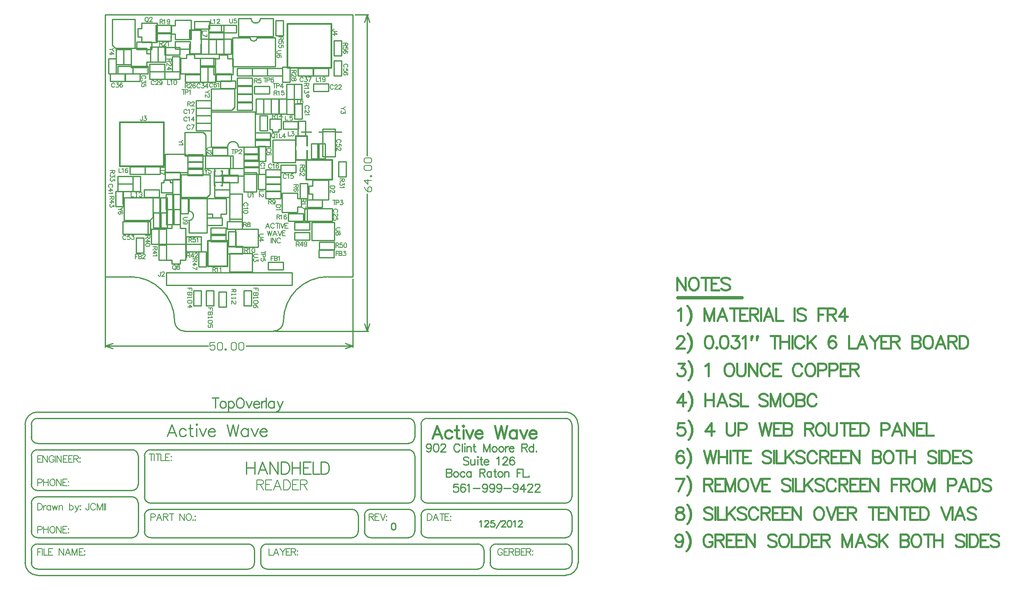
<source format=gto>
%FSLAX23Y23*%
%MOIN*%
G70*
G01*
G75*
G04 Layer_Color=65535*
%ADD10R,0.050X0.020*%
%ADD11R,0.030X0.030*%
%ADD12R,0.030X0.030*%
%ADD13R,0.059X0.031*%
%ADD14R,0.040X0.055*%
%ADD15R,0.050X0.036*%
%ADD16R,0.036X0.036*%
%ADD17R,0.050X0.150*%
%ADD18R,0.030X0.020*%
%ADD19R,0.024X0.024*%
%ADD20O,0.080X0.024*%
%ADD21O,0.060X0.016*%
%ADD22R,0.024X0.090*%
%ADD23R,0.100X0.024*%
%ADD24R,0.024X0.070*%
%ADD25R,0.090X0.024*%
%ADD26R,0.025X0.055*%
%ADD27R,0.025X0.095*%
%ADD28O,0.060X0.016*%
%ADD29R,0.020X0.039*%
%ADD30R,0.039X0.039*%
%ADD31R,0.047X0.047*%
%ADD32C,0.050*%
%ADD33R,0.031X0.059*%
%ADD34R,0.055X0.040*%
%ADD35R,0.036X0.036*%
%ADD36R,0.036X0.050*%
%ADD37R,0.095X0.025*%
%ADD38R,0.055X0.025*%
%ADD39R,0.047X0.047*%
%ADD40O,0.016X0.060*%
%ADD41R,0.050X0.060*%
%ADD42C,0.008*%
%ADD43C,0.014*%
%ADD44C,0.012*%
%ADD45C,0.030*%
%ADD46C,0.010*%
%ADD47C,0.020*%
%ADD48C,0.006*%
%ADD49C,0.009*%
%ADD50C,0.005*%
%ADD51C,0.015*%
%ADD52C,0.025*%
%ADD53R,0.062X0.062*%
%ADD54C,0.062*%
%ADD55C,0.110*%
%ADD56C,0.045*%
%ADD57C,0.022*%
%ADD58C,0.060*%
%ADD59R,0.014X0.035*%
%ADD60R,0.014X0.035*%
%ADD61R,0.059X0.075*%
%ADD62R,0.250X0.150*%
%ADD63R,0.250X0.140*%
%ADD64R,0.080X0.060*%
%ADD65R,0.063X0.051*%
%ADD66O,0.060X0.014*%
%ADD67R,0.060X0.060*%
%ADD68C,0.010*%
D42*
X-1115Y-1372D02*
Y-1412D01*
X-1117Y-1420D01*
X-1120Y-1422D01*
X-1125Y-1425D01*
X-1130D01*
X-1135Y-1422D01*
X-1137Y-1420D01*
X-1140Y-1412D01*
Y-1407D01*
X-1063Y-1384D02*
X-1065Y-1379D01*
X-1070Y-1374D01*
X-1076Y-1372D01*
X-1086D01*
X-1091Y-1374D01*
X-1096Y-1379D01*
X-1098Y-1384D01*
X-1101Y-1392D01*
Y-1405D01*
X-1098Y-1412D01*
X-1096Y-1417D01*
X-1091Y-1422D01*
X-1086Y-1425D01*
X-1076D01*
X-1070Y-1422D01*
X-1065Y-1417D01*
X-1063Y-1412D01*
X-1048Y-1372D02*
Y-1425D01*
Y-1372D02*
X-1028Y-1425D01*
X-1007Y-1372D02*
X-1028Y-1425D01*
X-1007Y-1372D02*
Y-1425D01*
X-992Y-1372D02*
Y-1425D01*
X-981Y-1372D02*
Y-1425D01*
X220Y-1184D02*
Y-1264D01*
Y-1184D02*
X254D01*
X266Y-1188D01*
X270Y-1192D01*
X273Y-1200D01*
Y-1207D01*
X270Y-1215D01*
X266Y-1219D01*
X254Y-1222D01*
X220D01*
X247D02*
X273Y-1264D01*
X341Y-1184D02*
X291D01*
Y-1264D01*
X341D01*
X291Y-1222D02*
X322D01*
X415Y-1264D02*
X385Y-1184D01*
X354Y-1264D01*
X365Y-1238D02*
X404D01*
X434Y-1184D02*
Y-1264D01*
Y-1184D02*
X460D01*
X472Y-1188D01*
X479Y-1196D01*
X483Y-1203D01*
X487Y-1215D01*
Y-1234D01*
X483Y-1245D01*
X479Y-1253D01*
X472Y-1261D01*
X460Y-1264D01*
X434D01*
X554Y-1184D02*
X505D01*
Y-1264D01*
X554D01*
X505Y-1222D02*
X535D01*
X568Y-1184D02*
Y-1264D01*
Y-1184D02*
X602D01*
X613Y-1188D01*
X617Y-1192D01*
X621Y-1200D01*
Y-1207D01*
X617Y-1215D01*
X613Y-1219D01*
X602Y-1222D01*
X568D01*
X594D02*
X621Y-1264D01*
D44*
X638Y2096D02*
X813D01*
Y2446D01*
X463D02*
X813D01*
X463Y2096D02*
Y2446D01*
Y2096D02*
X638D01*
X616Y1285D02*
Y1364D01*
X820D01*
Y1285D02*
Y1364D01*
X616Y1206D02*
Y1285D01*
Y1206D02*
X820D01*
Y1285D01*
X-695Y1662D02*
X-520D01*
Y1312D02*
Y1662D01*
X-870Y1312D02*
X-520D01*
X-870D02*
Y1662D01*
X-695D01*
X-169Y515D02*
X-90D01*
X-169D02*
Y719D01*
X-90D01*
Y515D02*
X-12D01*
Y719D01*
X-90D02*
X-12D01*
X-313Y2207D02*
X-223D01*
X-313Y2397D02*
X-223D01*
Y2207D02*
Y2282D01*
X-313Y2207D02*
Y2282D01*
Y2322D02*
Y2397D01*
X-223Y2322D02*
Y2397D01*
X530Y1552D02*
X620D01*
X530Y1362D02*
X620D01*
X530Y1477D02*
Y1552D01*
X620Y1477D02*
Y1552D01*
Y1362D02*
Y1437D01*
X530Y1362D02*
Y1437D01*
D46*
X169Y2335D02*
G03*
X223Y2335I27J0D01*
G01*
X176Y2489D02*
G03*
X251Y2489I37J0D01*
G01*
X637Y1871D02*
G03*
X637Y1871I-10J0D01*
G01*
X75Y1466D02*
G03*
X-12Y1466I-43J0D01*
G01*
X-320Y881D02*
G03*
X-320Y956I0J37D01*
G01*
X-350Y1408D02*
X-329Y1388D01*
Y1263D02*
Y1388D01*
X-509Y1408D02*
X-350D01*
X-509Y1263D02*
Y1408D01*
Y1263D02*
X-329D01*
Y1373D01*
X718Y679D02*
Y709D01*
X838D01*
Y649D02*
Y709D01*
X718Y649D02*
X838D01*
X718D02*
Y679D01*
X148Y323D02*
X178D01*
Y203D02*
Y323D01*
X118Y203D02*
X178D01*
X118D02*
Y323D01*
X148D01*
X-393Y2229D02*
Y2259D01*
X-513D02*
X-393D01*
X-513Y2199D02*
Y2259D01*
Y2199D02*
X-393D01*
Y2229D01*
X-151Y323D02*
X-121D01*
Y203D02*
Y323D01*
X-181Y203D02*
X-121D01*
X-181D02*
Y323D01*
X-151D01*
X-281D02*
X-251D01*
X-281Y203D02*
Y323D01*
Y203D02*
X-221D01*
Y323D01*
X-251D02*
X-221D01*
X-677Y1097D02*
Y1127D01*
X-557D01*
Y1067D02*
Y1127D01*
X-677Y1067D02*
X-557D01*
X-677D02*
Y1097D01*
X454Y2104D02*
X484D01*
Y1984D02*
Y2104D01*
X424Y1984D02*
X484D01*
X424D02*
Y2104D01*
X454D01*
X183Y2031D02*
Y2061D01*
Y2031D02*
X303D01*
Y2091D01*
X183D02*
X303D01*
X183Y2061D02*
Y2091D01*
X303Y2061D02*
Y2091D01*
X423D01*
Y2031D02*
Y2091D01*
X303Y2031D02*
X423D01*
X303D02*
Y2061D01*
X320Y1890D02*
Y1920D01*
X200Y1890D02*
X320D01*
X200D02*
Y1950D01*
X320D01*
Y1920D02*
Y1950D01*
X866Y2193D02*
X896D01*
Y2313D01*
X836D02*
X896D01*
X836Y2193D02*
Y2313D01*
Y2193D02*
X866D01*
X401Y2471D02*
X431D01*
Y2351D02*
Y2471D01*
X371Y2351D02*
X431D01*
X371D02*
Y2471D01*
X401D01*
X792Y2061D02*
Y2091D01*
X672D02*
X792D01*
X672Y2031D02*
Y2091D01*
Y2031D02*
X792D01*
Y2061D01*
X-886Y1143D02*
Y1173D01*
X-766D01*
Y1113D02*
Y1173D01*
X-886Y1113D02*
X-766D01*
X-886D02*
Y1143D01*
X237Y1435D02*
Y1465D01*
X117D02*
X237D01*
X117Y1405D02*
Y1465D01*
Y1405D02*
X237D01*
Y1435D01*
X-12Y1430D02*
Y1460D01*
X-132D02*
X-12D01*
X-132Y1400D02*
Y1460D01*
Y1400D02*
X-12D01*
Y1430D01*
X-27Y793D02*
Y823D01*
X-147D02*
X-27D01*
X-147Y763D02*
Y823D01*
Y763D02*
X-27D01*
Y793D01*
X4Y1237D02*
Y1267D01*
X-116Y1237D02*
X4D01*
X-116D02*
Y1297D01*
X4D01*
Y1267D02*
Y1297D01*
X671Y1938D02*
Y1968D01*
X791D01*
Y1908D02*
Y1968D01*
X671Y1908D02*
X791D01*
X671D02*
Y1938D01*
X-157Y2437D02*
Y2467D01*
X-277D02*
X-157D01*
X-277Y2407D02*
Y2467D01*
Y2407D02*
X-157D01*
Y2437D01*
X-176Y872D02*
Y902D01*
X-56D01*
Y842D02*
Y902D01*
X-176Y842D02*
X-56D01*
X-176D02*
Y872D01*
X72Y1211D02*
Y1241D01*
X-48D02*
X72D01*
X-48Y1181D02*
Y1241D01*
Y1181D02*
X72D01*
Y1211D01*
X291Y1143D02*
Y1173D01*
X411D01*
Y1113D02*
Y1173D01*
X291Y1113D02*
X411D01*
X291D02*
Y1143D01*
X274Y1597D02*
X304D01*
Y1717D01*
X244D02*
X304D01*
X244Y1597D02*
Y1717D01*
Y1597D02*
X274D01*
X291Y1255D02*
Y1285D01*
X411D01*
Y1225D02*
Y1285D01*
X291Y1225D02*
X411D01*
X291D02*
Y1255D01*
X-419Y968D02*
X-389D01*
Y1088D01*
X-449D02*
X-389D01*
X-449Y968D02*
Y1088D01*
Y968D02*
X-419D01*
X412Y1293D02*
Y1323D01*
X532D01*
Y1263D02*
Y1323D01*
X412Y1263D02*
X532D01*
X412D02*
Y1293D01*
X866Y2031D02*
X896D01*
Y2151D01*
X836D02*
X896D01*
X836Y2031D02*
Y2151D01*
Y2031D02*
X866D01*
X590Y875D02*
Y905D01*
X470Y875D02*
X590D01*
X470D02*
Y935D01*
X590D01*
Y905D02*
Y935D01*
X-193Y2207D02*
X-163D01*
Y2327D01*
X-223D02*
X-163D01*
X-223Y2207D02*
Y2327D01*
Y2207D02*
X-193D01*
X-625Y2144D02*
X-595D01*
X-625D02*
Y2264D01*
X-565D01*
Y2144D02*
Y2264D01*
X-595Y2144D02*
X-565D01*
X-767Y2079D02*
Y2109D01*
X-887D02*
X-767D01*
X-887Y2049D02*
Y2109D01*
Y2049D02*
X-767D01*
Y2079D01*
X520Y1688D02*
X550D01*
X520D02*
Y1808D01*
X580D01*
Y1688D02*
Y1808D01*
X550Y1688D02*
X580D01*
X-633Y2067D02*
Y2097D01*
Y2067D02*
X-513D01*
Y2127D01*
X-633D02*
X-513D01*
X-633Y2097D02*
Y2127D01*
X-809Y2243D02*
X-779D01*
Y2123D02*
Y2243D01*
X-839Y2123D02*
X-779D01*
X-839D02*
Y2243D01*
X-809D01*
X-228Y2104D02*
X-198D01*
X-228Y1984D02*
Y2104D01*
Y1984D02*
X-168D01*
Y2104D01*
X-198D02*
X-168D01*
X-827Y1988D02*
Y2018D01*
X-947Y1988D02*
X-827D01*
X-947D02*
Y2048D01*
X-827D01*
Y2018D02*
Y2048D01*
X-115Y1127D02*
Y1157D01*
Y1127D02*
X5D01*
Y1187D01*
X-115D02*
X5D01*
X-115Y1157D02*
Y1187D01*
X-329Y1376D02*
Y1406D01*
X-209D01*
Y1346D02*
Y1406D01*
X-329Y1346D02*
X-209D01*
X-329D02*
Y1376D01*
X-605Y1064D02*
X-575D01*
X-605Y944D02*
Y1064D01*
Y944D02*
X-545D01*
Y1064D01*
X-575D02*
X-545D01*
X-449Y848D02*
X-419D01*
X-449D02*
Y968D01*
X-389D01*
Y848D02*
Y968D01*
X-419Y848D02*
X-389D01*
X-670Y1248D02*
Y1278D01*
Y1248D02*
X-550D01*
Y1308D01*
X-670D02*
X-550D01*
X-670Y1278D02*
Y1308D01*
X245Y1850D02*
X275D01*
Y1730D02*
Y1850D01*
X215Y1730D02*
X275D01*
X215D02*
Y1850D01*
X245D01*
X-11Y615D02*
Y645D01*
Y615D02*
X109D01*
Y675D01*
X-11D02*
X109D01*
X-11Y645D02*
Y675D01*
X902Y1349D02*
X932D01*
Y1229D02*
Y1349D01*
X872Y1229D02*
X932D01*
X872D02*
Y1349D01*
X902D01*
X260Y1353D02*
X290D01*
Y1473D01*
X230D02*
X290D01*
X230Y1353D02*
Y1473D01*
Y1353D02*
X260D01*
X-6Y674D02*
X24D01*
X-6D02*
Y794D01*
X54D01*
Y674D02*
Y794D01*
X24Y674D02*
X54D01*
X-387Y1056D02*
X-357D01*
X-387Y936D02*
Y1056D01*
Y936D02*
X-327D01*
Y1056D01*
X-357D02*
X-327D01*
X-559Y567D02*
X-529D01*
X-559D02*
Y687D01*
X-499D01*
Y567D02*
Y687D01*
X-529Y567D02*
X-499D01*
X640Y755D02*
Y785D01*
X520D02*
X640D01*
X520Y725D02*
Y785D01*
Y725D02*
X640D01*
Y755D01*
X291Y1087D02*
Y1117D01*
X411D01*
Y1057D02*
Y1117D01*
X291Y1057D02*
X411D01*
X291D02*
Y1087D01*
X-241Y633D02*
X-211D01*
X-241Y513D02*
Y633D01*
Y513D02*
X-181D01*
Y633D01*
X-211D02*
X-181D01*
X261Y1250D02*
X291D01*
Y1130D02*
Y1250D01*
X231Y1130D02*
X291D01*
X231D02*
Y1250D01*
X261D01*
X-929Y2048D02*
X-899D01*
Y2168D01*
X-959D02*
X-899D01*
X-959Y2048D02*
Y2168D01*
Y2048D02*
X-929D01*
X-16Y843D02*
Y873D01*
X104D01*
Y813D02*
Y873D01*
X-16Y813D02*
X104D01*
X-16D02*
Y843D01*
X275Y1850D02*
X305D01*
X275Y1730D02*
Y1850D01*
Y1730D02*
X335D01*
Y1850D01*
X305D02*
X335D01*
X-348Y2014D02*
Y2044D01*
X-228D01*
Y1984D02*
Y2044D01*
X-348Y1984D02*
X-228D01*
X-348D02*
Y2014D01*
X520Y805D02*
Y835D01*
Y805D02*
X640D01*
Y865D01*
X520D02*
X640D01*
X520Y835D02*
Y865D01*
X-102Y2020D02*
Y2050D01*
X18D01*
Y1990D02*
Y2050D01*
X-102Y1990D02*
X18D01*
X-102D02*
Y2020D01*
X-767Y2049D02*
Y2079D01*
Y2049D02*
X-647D01*
Y2109D01*
X-767D02*
X-647D01*
X-767Y2079D02*
Y2109D01*
X-462Y2308D02*
Y2338D01*
X-582Y2308D02*
X-462D01*
X-582D02*
Y2368D01*
X-462D01*
Y2338D02*
Y2368D01*
X5Y1097D02*
Y1127D01*
X-115D02*
X5D01*
X-115Y1067D02*
Y1127D01*
Y1067D02*
X5D01*
Y1097D01*
X-27Y713D02*
Y743D01*
X-147Y713D02*
X-27D01*
X-147D02*
Y773D01*
X-27D01*
Y743D02*
Y773D01*
X-565Y2264D02*
X-535D01*
X-565Y2144D02*
Y2264D01*
Y2144D02*
X-505D01*
Y2264D01*
X-535D02*
X-505D01*
X-766Y1173D02*
Y1203D01*
X-886Y1173D02*
X-766D01*
X-886D02*
Y1233D01*
X-766D01*
Y1203D02*
Y1233D01*
X-873Y993D02*
X-843D01*
Y1113D01*
X-903D02*
X-843D01*
X-903Y993D02*
Y1113D01*
Y993D02*
X-873D01*
X-163Y2407D02*
Y2437D01*
X-43D01*
Y2377D02*
Y2437D01*
X-163Y2377D02*
X-43D01*
X-163D02*
Y2407D01*
X117Y1301D02*
Y1331D01*
Y1301D02*
X237D01*
Y1361D01*
X117D02*
X237D01*
X117Y1331D02*
Y1361D01*
X63Y2061D02*
Y2091D01*
X183D01*
Y2031D02*
Y2091D01*
X63Y2031D02*
X183D01*
X63D02*
Y2061D01*
X-449Y1208D02*
X-419D01*
X-449Y1088D02*
Y1208D01*
Y1088D02*
X-389D01*
Y1208D01*
X-419D02*
X-389D01*
X-62Y2407D02*
Y2437D01*
X58D01*
Y2377D02*
Y2437D01*
X-62Y2377D02*
X58D01*
X-62D02*
Y2407D01*
X-869Y2123D02*
X-839D01*
Y2243D01*
X-899D02*
X-839D01*
X-899Y2123D02*
Y2243D01*
Y2123D02*
X-869D01*
X-670Y1249D02*
Y1279D01*
X-790Y1249D02*
X-670D01*
X-790D02*
Y1309D01*
X-670D01*
Y1279D02*
Y1309D01*
X-529Y693D02*
X-499D01*
Y813D01*
X-559D02*
X-499D01*
X-559Y693D02*
Y813D01*
Y693D02*
X-529D01*
X579Y1671D02*
X609D01*
Y1551D02*
Y1671D01*
X549Y1551D02*
X609D01*
X549D02*
Y1671D01*
X579D01*
X-737Y1112D02*
X-707D01*
Y1232D01*
X-767D02*
X-707D01*
X-767Y1112D02*
Y1232D01*
Y1112D02*
X-737D01*
X489Y1846D02*
X519D01*
Y1966D01*
X459D02*
X519D01*
X459Y1846D02*
Y1966D01*
Y1846D02*
X489D01*
X-522Y943D02*
X-492D01*
Y823D02*
Y943D01*
X-552Y823D02*
X-492D01*
X-552D02*
Y943D01*
X-522D01*
X-13Y2207D02*
X17D01*
Y2327D01*
X-43D02*
X17D01*
X-43Y2207D02*
Y2327D01*
Y2207D02*
X-13D01*
X398Y1728D02*
X428D01*
X398D02*
Y1848D01*
X458D01*
Y1728D02*
Y1848D01*
X428Y1728D02*
X458D01*
X-582Y2377D02*
Y2407D01*
Y2377D02*
X-462D01*
Y2437D01*
X-582D02*
X-462D01*
X-582Y2407D02*
Y2437D01*
X-308Y2245D02*
Y2275D01*
X-428Y2245D02*
X-308D01*
X-428D02*
Y2305D01*
X-308D01*
Y2275D02*
Y2305D01*
X-552Y1063D02*
X-522D01*
X-552Y943D02*
Y1063D01*
Y943D02*
X-492D01*
Y1063D01*
X-522D02*
X-492D01*
X-589Y813D02*
X-559D01*
Y693D02*
Y813D01*
X-619Y693D02*
X-559D01*
X-619D02*
Y813D01*
X-589D01*
X-343Y693D02*
Y723D01*
Y693D02*
X-223D01*
Y753D01*
X-343D02*
X-223D01*
X-343Y723D02*
Y753D01*
X237Y1352D02*
Y1382D01*
X117Y1352D02*
X237D01*
X117D02*
Y1412D01*
X237D01*
Y1382D02*
Y1412D01*
X-209Y1269D02*
Y1299D01*
X-329D02*
X-209D01*
X-329Y1239D02*
Y1299D01*
Y1239D02*
X-209D01*
Y1269D01*
X-513Y2037D02*
Y2067D01*
X-393D01*
Y2007D02*
Y2067D01*
X-513Y2007D02*
X-393D01*
X-513D02*
Y2037D01*
Y2067D01*
X-633D02*
X-513D01*
X-633Y2007D02*
Y2067D01*
Y2007D02*
X-513D01*
Y2037D01*
X-388Y1205D02*
Y1235D01*
X-508Y1205D02*
X-388D01*
X-508D02*
Y1265D01*
X-388D01*
Y1235D02*
Y1265D01*
X291Y1169D02*
Y1199D01*
Y1169D02*
X411D01*
Y1229D01*
X291D02*
X411D01*
X291Y1199D02*
Y1229D01*
X-423Y2187D02*
X-393D01*
Y2067D02*
Y2187D01*
X-453Y2067D02*
X-393D01*
X-453D02*
Y2187D01*
X-423D01*
X365Y1730D02*
X395D01*
Y1850D01*
X335D02*
X395D01*
X335Y1730D02*
Y1850D01*
Y1730D02*
X365D01*
X-73Y2327D02*
X-43D01*
Y2207D02*
Y2327D01*
X-103Y2207D02*
X-43D01*
X-103D02*
Y2327D01*
X-73D01*
X237Y1280D02*
Y1310D01*
X117D02*
X237D01*
X117Y1250D02*
Y1310D01*
Y1250D02*
X237D01*
Y1280D01*
X117Y1237D02*
Y1267D01*
X-3Y1237D02*
X117D01*
X-3D02*
Y1297D01*
X117D01*
Y1267D02*
Y1297D01*
X-138Y2104D02*
X-108D01*
Y1984D02*
Y2104D01*
X-168Y1984D02*
X-108D01*
X-168D02*
Y2104D01*
X-138D01*
X-471Y1088D02*
X-441D01*
Y968D02*
Y1088D01*
X-501Y968D02*
X-441D01*
X-501D02*
Y1088D01*
X-471D01*
X-329Y1290D02*
Y1320D01*
Y1290D02*
X-209D01*
Y1350D01*
X-329D02*
X-209D01*
X-329Y1320D02*
Y1350D01*
X-163Y2207D02*
X-133D01*
X-163D02*
Y2327D01*
X-103D01*
Y2207D02*
Y2327D01*
X-133Y2207D02*
X-103D01*
X-163Y2321D02*
Y2351D01*
Y2321D02*
X-43D01*
Y2381D01*
X-163D02*
X-43D01*
X-163Y2351D02*
Y2381D01*
X549Y1966D02*
X579D01*
Y1846D02*
Y1966D01*
X519Y1846D02*
X579D01*
X519D02*
Y1966D01*
X549D01*
X-573Y823D02*
X-543D01*
Y943D01*
X-603D02*
X-543D01*
X-603Y823D02*
Y943D01*
Y823D02*
X-573D01*
X-737Y2274D02*
Y2304D01*
X-617D01*
Y2244D02*
Y2304D01*
X-737Y2244D02*
X-617D01*
X-737D02*
Y2274D01*
X-109Y2144D02*
Y2174D01*
X-229D02*
X-109D01*
X-229Y2114D02*
Y2174D01*
Y2114D02*
X-109D01*
Y2144D01*
X-500Y848D02*
X-470D01*
X-500D02*
Y968D01*
X-440D01*
Y848D02*
Y968D01*
X-470Y848D02*
X-440D01*
X-710Y2018D02*
Y2048D01*
X-830D02*
X-710D01*
X-830Y1988D02*
Y2048D01*
Y1988D02*
X-710D01*
Y2018D01*
X459Y1727D02*
X489D01*
X459D02*
Y1847D01*
X519D01*
Y1727D02*
Y1847D01*
X489Y1727D02*
X519D01*
X565Y1175D02*
X595D01*
X565Y1055D02*
Y1175D01*
Y1055D02*
X625D01*
Y1175D01*
X595D02*
X625D01*
X311Y520D02*
Y550D01*
X431D01*
Y490D02*
Y550D01*
X311Y490D02*
X431D01*
X311D02*
Y520D01*
X836Y617D02*
Y647D01*
X716D02*
X836D01*
X716Y587D02*
Y647D01*
Y587D02*
X836D01*
Y617D01*
X185Y1760D02*
Y1790D01*
X65Y1760D02*
X185D01*
X65D02*
Y1820D01*
X185D01*
Y1790D02*
Y1820D01*
Y1985D02*
Y2015D01*
X65D02*
X185D01*
X65Y1955D02*
Y2015D01*
Y1955D02*
X185D01*
Y1985D01*
X51Y1933D02*
Y1963D01*
X-69Y1933D02*
X51D01*
X-69D02*
Y1993D01*
X51D01*
Y1963D02*
Y1993D01*
X185Y1855D02*
Y1885D01*
X65D02*
X185D01*
X65Y1825D02*
Y1885D01*
Y1825D02*
X185D01*
Y1855D01*
X65Y1920D02*
Y1950D01*
X185D01*
Y1890D02*
Y1950D01*
X65Y1890D02*
X185D01*
X65D02*
Y1920D01*
X668Y2062D02*
Y2092D01*
X548D02*
X668D01*
X548Y2032D02*
Y2092D01*
Y2032D02*
X668D01*
Y2062D01*
X-343Y663D02*
Y693D01*
X-223D01*
Y633D02*
Y693D01*
X-343Y633D02*
X-223D01*
X-343D02*
Y663D01*
X620Y985D02*
Y1015D01*
Y985D02*
X740D01*
Y1045D01*
X620D02*
X740D01*
X620Y1015D02*
Y1045D01*
X-709Y742D02*
X-679D01*
Y622D02*
Y742D01*
X-739Y622D02*
X-679D01*
X-739D02*
Y742D01*
X-709D01*
X44Y1781D02*
Y1929D01*
X-49D02*
X44D01*
X-141Y1760D02*
X-49D01*
X-141D02*
Y1907D01*
Y1929D01*
X-49D01*
Y1760D02*
X22D01*
X44Y1781D01*
X-846Y774D02*
X-781D01*
X-846D02*
Y874D01*
X-646D01*
Y774D02*
Y874D01*
X-781Y774D02*
X-646D01*
X-626D01*
Y874D01*
X-646D02*
X-626D01*
X635Y1110D02*
Y1157D01*
X665D01*
Y1202D01*
X790D01*
Y1047D02*
Y1202D01*
X665Y1047D02*
X790D01*
X665D02*
Y1092D01*
X635D02*
X665D01*
X635D02*
Y1110D01*
X528Y1374D02*
Y1524D01*
X438D02*
X528D01*
X348Y1344D02*
Y1494D01*
Y1344D02*
X438D01*
X528D02*
Y1374D01*
X438Y1344D02*
X528D01*
X348Y1494D02*
Y1524D01*
X438D01*
X-118Y1264D02*
Y1275D01*
X-54Y1264D02*
Y1275D01*
X-118Y1158D02*
Y1247D01*
X-54Y1175D02*
Y1264D01*
X-118Y1247D02*
Y1264D01*
X-54Y1158D02*
Y1175D01*
X-500Y417D02*
Y467D01*
X500D01*
Y367D02*
Y467D01*
X-500Y367D02*
X500D01*
X-500D02*
Y417D01*
X-928Y2367D02*
Y2482D01*
X-888D01*
X-748Y2252D02*
Y2367D01*
X-788Y2252D02*
X-748D01*
X-888Y2482D02*
X-748D01*
Y2367D02*
Y2482D01*
X-928Y2277D02*
Y2367D01*
Y2277D02*
X-903Y2252D01*
X-788D01*
X-143Y1466D02*
X-12D01*
X-143D02*
Y1530D01*
X32Y1747D02*
X207D01*
Y1682D02*
Y1747D01*
X-143Y1530D02*
Y1747D01*
X32D01*
X207Y1466D02*
Y1682D01*
X75Y1466D02*
X207D01*
X-625Y2144D02*
Y2191D01*
X-655Y2144D02*
X-625D01*
X-655Y2099D02*
Y2144D01*
X-780Y2099D02*
X-655D01*
X-780D02*
Y2254D01*
X-655D01*
Y2209D02*
Y2254D01*
Y2209D02*
X-625D01*
Y2191D02*
Y2209D01*
X4Y509D02*
Y619D01*
X184D01*
Y474D02*
Y619D01*
X4Y474D02*
X184D01*
X4D02*
Y509D01*
X168Y1264D02*
X219D01*
Y1187D02*
Y1264D01*
X117D02*
X168D01*
X117Y1187D02*
Y1264D01*
X168Y1110D02*
X219D01*
Y1187D01*
X117Y1110D02*
X168D01*
X117D02*
Y1187D01*
X-65Y1241D02*
X-30D01*
X-116Y1237D02*
X-110D01*
X-65Y1276D02*
X-53D01*
X-117D02*
X-110D01*
X-65Y1159D02*
X-53D01*
X-117D02*
X-110D01*
X-844Y1113D02*
X-766D01*
X-886Y1132D02*
Y1143D01*
X-844Y1012D02*
Y1113D01*
X713Y1585D02*
X743D01*
X843Y1586D02*
X893D01*
X573D02*
X653D01*
X743Y1494D02*
Y1588D01*
X764Y1388D02*
X843D01*
X-65Y1241D02*
X-30D01*
X-116Y1237D02*
X-110D01*
X-65Y1276D02*
X-53D01*
X-117D02*
X-110D01*
X-65Y1159D02*
X-53D01*
X-117D02*
X-110D01*
X-844Y1113D02*
X-766D01*
X-886Y1132D02*
Y1143D01*
X-844Y1012D02*
Y1113D01*
X713Y1585D02*
X743D01*
X843Y1586D02*
X893D01*
X573D02*
X653D01*
X743Y1494D02*
Y1588D01*
X764Y1388D02*
X843D01*
X-206Y1583D02*
X-184Y1561D01*
Y1490D02*
Y1561D01*
X-353Y1397D02*
Y1490D01*
Y1397D02*
X-332D01*
X-184D01*
Y1490D01*
X-353D02*
Y1583D01*
X-206D01*
X4Y1029D02*
Y1094D01*
X104D01*
Y894D02*
Y1094D01*
X4Y894D02*
X104D01*
X4D02*
Y1029D01*
Y874D02*
Y894D01*
Y874D02*
X104D01*
Y894D01*
X600Y875D02*
X620D01*
X600D02*
Y975D01*
X620D01*
X755D01*
X620Y875D02*
Y975D01*
Y875D02*
X820D01*
Y975D01*
X755D02*
X820D01*
X843Y1388D02*
Y1453D01*
X743Y1388D02*
X843D01*
X743D02*
Y1588D01*
X843D01*
Y1453D02*
Y1588D01*
Y1608D01*
X743D02*
X843D01*
X743Y1588D02*
Y1608D01*
X575Y1037D02*
Y1055D01*
X545D02*
X575D01*
X545D02*
Y1100D01*
X420D02*
X545D01*
X420Y945D02*
Y1100D01*
Y945D02*
X545D01*
Y990D01*
X575D01*
Y1037D01*
X-458Y2366D02*
Y2384D01*
Y2366D02*
X-428D01*
Y2321D02*
Y2366D01*
Y2321D02*
X-303D01*
Y2476D01*
X-428D02*
X-303D01*
X-428Y2431D02*
Y2476D01*
X-458Y2431D02*
X-428D01*
X-458Y2384D02*
Y2431D01*
X-131Y902D02*
X-84D01*
X-131D02*
Y932D01*
X-176D02*
X-131D01*
X-176D02*
Y1057D01*
X-21D01*
Y932D02*
Y1057D01*
X-66Y932D02*
X-21D01*
X-66Y902D02*
Y932D01*
X-84Y902D02*
X-66D01*
X-151Y1090D02*
Y1205D01*
X-176Y1065D02*
X-151Y1090D01*
X-266Y1065D02*
X-176D01*
X-381Y1245D02*
X-266D01*
X-381Y1105D02*
Y1245D01*
X-151Y1205D02*
Y1245D01*
X-266D02*
X-151D01*
X-381Y1065D02*
Y1105D01*
Y1065D02*
X-266D01*
X-605Y908D02*
Y1023D01*
X-630Y883D02*
X-605Y908D01*
X-720Y883D02*
X-630D01*
X-835Y1063D02*
X-720D01*
X-835Y923D02*
Y1063D01*
X-605Y1023D02*
Y1063D01*
X-720D02*
X-605D01*
X-835Y883D02*
Y923D01*
Y883D02*
X-720D01*
X50Y669D02*
Y704D01*
Y669D02*
X230D01*
Y814D01*
X50D02*
X230D01*
X50Y704D02*
Y814D01*
X658Y721D02*
Y756D01*
Y721D02*
X838D01*
Y866D01*
X658D02*
X838D01*
X658Y756D02*
Y866D01*
X-726Y2343D02*
Y2361D01*
Y2343D02*
X-696D01*
Y2298D02*
Y2343D01*
Y2298D02*
X-571D01*
Y2453D01*
X-696D02*
X-571D01*
X-696Y2408D02*
Y2453D01*
X-726Y2408D02*
X-696D01*
X-726Y2361D02*
Y2408D01*
X-407Y537D02*
X-389D01*
Y567D01*
X-344D01*
Y692D01*
X-499D02*
X-344D01*
X-499Y567D02*
Y692D01*
Y567D02*
X-454D01*
Y537D02*
Y567D01*
Y537D02*
X-407D01*
X-454Y848D02*
X-436D01*
X-454Y818D02*
Y848D01*
X-499Y818D02*
X-454D01*
X-499Y693D02*
Y818D01*
Y693D02*
X-344D01*
Y818D01*
X-389D02*
X-344D01*
X-389D02*
Y848D01*
X-436D02*
X-389D01*
X12Y1397D02*
X32D01*
Y1297D02*
Y1397D01*
X12Y1297D02*
X32D01*
X-123D02*
X12D01*
Y1397D01*
X-188D02*
X12D01*
X-188Y1297D02*
Y1397D01*
Y1297D02*
X-123D01*
X-339Y2204D02*
X-321D01*
X-339Y2174D02*
Y2204D01*
X-384Y2174D02*
X-339D01*
X-384Y2049D02*
Y2174D01*
Y2049D02*
X-229D01*
Y2174D01*
X-274D02*
X-229D01*
X-274D02*
Y2204D01*
X-321D02*
X-274D01*
X-78Y2199D02*
X-60D01*
X-78Y2169D02*
Y2199D01*
X-123Y2169D02*
X-78D01*
X-123Y2044D02*
Y2169D01*
Y2044D02*
X32D01*
Y2169D01*
X-13D02*
X32D01*
X-13D02*
Y2199D01*
X-60D02*
X-13D01*
X-81Y193D02*
X-51D01*
X-81D02*
Y313D01*
X-21D01*
Y193D02*
Y313D01*
X-51Y193D02*
X-21D01*
X653Y1374D02*
X683D01*
X653D02*
Y1494D01*
X713D01*
Y1374D02*
Y1494D01*
X683Y1374D02*
X713D01*
X734Y1494D02*
X764D01*
Y1374D02*
Y1494D01*
X704Y1374D02*
X764D01*
X704D02*
Y1494D01*
X734D01*
X328Y1499D02*
Y1529D01*
X208D02*
X328D01*
X208Y1469D02*
Y1529D01*
Y1469D02*
X328D01*
Y1499D01*
Y1520D02*
Y1550D01*
X208Y1520D02*
X328D01*
X208D02*
Y1580D01*
X328D01*
Y1550D02*
Y1580D01*
X552Y1609D02*
Y1639D01*
X432Y1609D02*
X552D01*
X432D02*
Y1669D01*
X552D01*
Y1639D02*
Y1669D01*
X-143Y1807D02*
Y1837D01*
X-263D02*
X-143D01*
X-263Y1777D02*
Y1837D01*
Y1777D02*
X-143D01*
Y1807D01*
Y1747D02*
Y1777D01*
X-263D02*
X-143D01*
X-263Y1717D02*
Y1777D01*
Y1717D02*
X-143D01*
Y1747D01*
Y1657D02*
Y1687D01*
X-263Y1657D02*
X-143D01*
X-263D02*
Y1717D01*
X-143D01*
Y1687D02*
Y1717D01*
Y1627D02*
Y1657D01*
X-263D02*
X-143D01*
X-263Y1597D02*
Y1657D01*
Y1597D02*
X-143D01*
Y1627D01*
X-109Y-532D02*
Y-612D01*
X-136Y-532D02*
X-83D01*
X-54Y-559D02*
X-62Y-562D01*
X-69Y-570D01*
X-73Y-582D01*
Y-589D01*
X-69Y-601D01*
X-62Y-608D01*
X-54Y-612D01*
X-43D01*
X-35Y-608D01*
X-27Y-601D01*
X-24Y-589D01*
Y-582D01*
X-27Y-570D01*
X-35Y-562D01*
X-43Y-559D01*
X-54D01*
X-6D02*
Y-639D01*
Y-570D02*
X1Y-562D01*
X9Y-559D01*
X21D01*
X28Y-562D01*
X36Y-570D01*
X40Y-582D01*
Y-589D01*
X36Y-601D01*
X28Y-608D01*
X21Y-612D01*
X9D01*
X1Y-608D01*
X-6Y-601D01*
X80Y-532D02*
X72Y-536D01*
X64Y-543D01*
X61Y-551D01*
X57Y-562D01*
Y-582D01*
X61Y-593D01*
X64Y-601D01*
X72Y-608D01*
X80Y-612D01*
X95D01*
X102Y-608D01*
X110Y-601D01*
X114Y-593D01*
X118Y-582D01*
Y-562D01*
X114Y-551D01*
X110Y-543D01*
X102Y-536D01*
X95Y-532D01*
X80D01*
X136Y-559D02*
X159Y-612D01*
X182Y-559D02*
X159Y-612D01*
X195Y-582D02*
X241D01*
Y-574D01*
X237Y-566D01*
X233Y-562D01*
X225Y-559D01*
X214D01*
X206Y-562D01*
X199Y-570D01*
X195Y-582D01*
Y-589D01*
X199Y-601D01*
X206Y-608D01*
X214Y-612D01*
X225D01*
X233Y-608D01*
X241Y-601D01*
X258Y-559D02*
Y-612D01*
Y-582D02*
X262Y-570D01*
X269Y-562D01*
X277Y-559D01*
X288D01*
X296Y-532D02*
Y-612D01*
X358Y-559D02*
Y-612D01*
Y-570D02*
X350Y-562D01*
X343Y-559D01*
X331D01*
X324Y-562D01*
X316Y-570D01*
X312Y-582D01*
Y-589D01*
X316Y-601D01*
X324Y-608D01*
X331Y-612D01*
X343D01*
X350Y-608D01*
X358Y-601D01*
X383Y-559D02*
X406Y-612D01*
X429Y-559D02*
X406Y-612D01*
X398Y-627D01*
X391Y-635D01*
X383Y-639D01*
X379D01*
X984Y-126D02*
Y417D01*
X-984Y-126D02*
Y435D01*
X135Y-116D02*
X984D01*
X-984D02*
X-167D01*
X924Y-96D02*
X984Y-116D01*
X924Y-136D02*
X984Y-116D01*
X-984D02*
X-924Y-136D01*
X-984Y-116D02*
X-924Y-96D01*
X1000Y2520D02*
X1108D01*
X369Y-0D02*
X1108D01*
X1098Y1395D02*
Y2520D01*
Y-0D02*
Y1093D01*
X1078Y2460D02*
X1098Y2520D01*
X1118Y2460D01*
X1098Y-0D02*
X1118Y60D01*
X1078D02*
X1098Y-0D01*
X354D02*
G03*
X433Y79I0J79D01*
G01*
X-433D02*
G03*
X-354Y-0I79J0D01*
G01*
X787Y433D02*
G03*
X433Y79I0J-354D01*
G01*
X-433D02*
G03*
X-787Y433I-354J0D01*
G01*
X-985Y2520D02*
X985D01*
X984Y432D02*
Y2520D01*
X787Y433D02*
X985Y433D01*
X-354Y0D02*
X354D01*
X-985Y433D02*
Y2520D01*
Y433D02*
X-787D01*
X2727Y-1468D02*
G03*
X2678Y-1419I-49J0D01*
G01*
X1577D02*
G03*
X1527Y-1469I0J-50D01*
G01*
X2677Y-1369D02*
G03*
X2727Y-1319I0J50D01*
G01*
X1527D02*
G03*
X1577Y-1369I50J0D01*
G01*
X-1523Y-644D02*
G03*
X-1623Y-744I0J-100D01*
G01*
Y-1843D02*
G03*
X-1524Y-1944I101J0D01*
G01*
X2677Y-1944D02*
G03*
X2777Y-1844I0J100D01*
G01*
Y-744D02*
G03*
X2677Y-644I-100J0D01*
G01*
X2727Y-743D02*
G03*
X2676Y-694I-49J0D01*
G01*
X2677Y-1644D02*
G03*
X2727Y-1594I0J50D01*
G01*
X2727Y-1743D02*
G03*
X2677Y-1694I-50J-1D01*
G01*
Y-1894D02*
G03*
X2727Y-1844I0J50D01*
G01*
X1427Y-1644D02*
G03*
X1477Y-1594I0J50D01*
G01*
X1527Y-1595D02*
G03*
X1577Y-1644I49J0D01*
G01*
X1477Y-1468D02*
G03*
X1428Y-1419I-49J0D01*
G01*
X-1573Y-1844D02*
G03*
X-1524Y-1894I50J0D01*
G01*
X1428Y-1369D02*
G03*
X1477Y-1319I-1J50D01*
G01*
X-1523Y-1694D02*
G03*
X-1573Y-1744I0J-50D01*
G01*
X1477Y-994D02*
G03*
X1427Y-944I-50J0D01*
G01*
Y-894D02*
G03*
X1477Y-844I0J50D01*
G01*
X1577Y-694D02*
G03*
X1527Y-744I0J-50D01*
G01*
X1477D02*
G03*
X1427Y-694I-50J0D01*
G01*
X-1523D02*
G03*
X-1573Y-744I0J-50D01*
G01*
Y-844D02*
G03*
X-1523Y-894I50J0D01*
G01*
Y-944D02*
G03*
X-1573Y-994I0J-50D01*
G01*
Y-1219D02*
G03*
X-1523Y-1269I50J0D01*
G01*
Y-1319D02*
G03*
X-1573Y-1369I0J-50D01*
G01*
Y-1594D02*
G03*
X-1524Y-1644I50J0D01*
G01*
X-623Y-944D02*
G03*
X-673Y-994I0J-50D01*
G01*
X-623Y-1419D02*
G03*
X-673Y-1469I0J-50D01*
G01*
X1125Y-1419D02*
G03*
X1077Y-1469I0J-48D01*
G01*
X1077Y-1593D02*
G03*
X1127Y-1644I51J0D01*
G01*
X978Y-1644D02*
G03*
X1027Y-1594I0J49D01*
G01*
X1027Y-1468D02*
G03*
X978Y-1419I-49J0D01*
G01*
X-772Y-1644D02*
G03*
X-723Y-1595I0J49D01*
G01*
X-673D02*
G03*
X-624Y-1644I49J0D01*
G01*
X-673Y-1320D02*
G03*
X-624Y-1369I49J0D01*
G01*
X-723Y-1368D02*
G03*
X-774Y-1319I-49J0D01*
G01*
X-771Y-1269D02*
G03*
X-723Y-1221I0J48D01*
G01*
Y-993D02*
G03*
X-772Y-944I-49J0D01*
G01*
X2127Y-1694D02*
G03*
X2077Y-1744I0J-50D01*
G01*
Y-1845D02*
G03*
X2127Y-1894I49J0D01*
G01*
X1978Y-1894D02*
G03*
X2027Y-1844I1J48D01*
G01*
X2027Y-1744D02*
G03*
X1977Y-1694I-50J0D01*
G01*
X252Y-1844D02*
G03*
X301Y-1894I50J0D01*
G01*
X302Y-1694D02*
G03*
X252Y-1744I0J-50D01*
G01*
X153Y-1894D02*
G03*
X202Y-1844I1J48D01*
G01*
X202Y-1744D02*
G03*
X152Y-1694I-50J0D01*
G01*
X2727Y-1594D02*
Y-1468D01*
X1527Y-1594D02*
Y-1469D01*
X2727Y-1319D02*
Y-744D01*
X1527Y-1319D02*
Y-744D01*
X-1623Y-1844D02*
Y-744D01*
X-1573Y-1844D02*
Y-1744D01*
X2727Y-1844D02*
Y-1744D01*
X1477Y-1594D02*
Y-1469D01*
X1077Y-1594D02*
Y-1469D01*
X-673Y-1594D02*
Y-1469D01*
X1027Y-1594D02*
Y-1469D01*
X-673Y-1319D02*
Y-994D01*
X1477Y-1319D02*
Y-994D01*
Y-844D02*
Y-744D01*
X-1573Y-844D02*
Y-744D01*
X-723Y-1219D02*
Y-994D01*
X-1573Y-1219D02*
Y-994D01*
X-723Y-1594D02*
Y-1369D01*
X-1573Y-1594D02*
Y-1369D01*
X2777Y-1844D02*
Y-744D01*
X2077Y-1844D02*
Y-1744D01*
X2027Y-1844D02*
Y-1744D01*
X252Y-1844D02*
Y-1744D01*
X202Y-1844D02*
Y-1744D01*
X1577Y-1419D02*
X2677D01*
X1577Y-1369D02*
X2677D01*
X-623D02*
X1427D01*
X1577Y-694D02*
X2677D01*
X1577Y-1644D02*
X2677D01*
X1127Y-1419D02*
X1427D01*
X1127Y-1644D02*
X1427D01*
X-623D02*
X977D01*
X-623Y-1419D02*
X977D01*
X-623Y-944D02*
X1427D01*
X-1523Y-894D02*
X1427D01*
X-1523Y-944D02*
X-773D01*
X-1523Y-1269D02*
X-773D01*
X-1523Y-1319D02*
X-773D01*
X-1523Y-1644D02*
X-773D01*
X-1523Y-644D02*
X2677D01*
X-1523Y-1944D02*
X2677D01*
X-1523Y-694D02*
X1427D01*
X2127Y-1694D02*
X2677D01*
X2127Y-1894D02*
X2677D01*
X302Y-1694D02*
X1977D01*
X-1523D02*
X152D01*
X-1523Y-1894D02*
X152D01*
X302D02*
X1977D01*
X1728Y-1096D02*
Y-1160D01*
Y-1096D02*
X1756D01*
X1765Y-1099D01*
X1768Y-1102D01*
X1771Y-1108D01*
Y-1114D01*
X1768Y-1120D01*
X1765Y-1123D01*
X1756Y-1126D01*
X1728D02*
X1756D01*
X1765Y-1129D01*
X1768Y-1132D01*
X1771Y-1138D01*
Y-1148D01*
X1768Y-1154D01*
X1765Y-1157D01*
X1756Y-1160D01*
X1728D01*
X1800Y-1117D02*
X1794Y-1120D01*
X1788Y-1126D01*
X1785Y-1135D01*
Y-1141D01*
X1788Y-1151D01*
X1794Y-1157D01*
X1800Y-1160D01*
X1809D01*
X1816Y-1157D01*
X1822Y-1151D01*
X1825Y-1141D01*
Y-1135D01*
X1822Y-1126D01*
X1816Y-1120D01*
X1809Y-1117D01*
X1800D01*
X1875Y-1126D02*
X1869Y-1120D01*
X1863Y-1117D01*
X1854D01*
X1848Y-1120D01*
X1842Y-1126D01*
X1839Y-1135D01*
Y-1141D01*
X1842Y-1151D01*
X1848Y-1157D01*
X1854Y-1160D01*
X1863D01*
X1869Y-1157D01*
X1875Y-1151D01*
X1926Y-1117D02*
Y-1160D01*
Y-1126D02*
X1919Y-1120D01*
X1913Y-1117D01*
X1904D01*
X1898Y-1120D01*
X1892Y-1126D01*
X1889Y-1135D01*
Y-1141D01*
X1892Y-1151D01*
X1898Y-1157D01*
X1904Y-1160D01*
X1913D01*
X1919Y-1157D01*
X1926Y-1151D01*
X1993Y-1096D02*
Y-1160D01*
Y-1096D02*
X2020D01*
X2029Y-1099D01*
X2032Y-1102D01*
X2036Y-1108D01*
Y-1114D01*
X2032Y-1120D01*
X2029Y-1123D01*
X2020Y-1126D01*
X1993D01*
X2014D02*
X2036Y-1160D01*
X2086Y-1117D02*
Y-1160D01*
Y-1126D02*
X2080Y-1120D01*
X2074Y-1117D01*
X2065D01*
X2059Y-1120D01*
X2053Y-1126D01*
X2050Y-1135D01*
Y-1141D01*
X2053Y-1151D01*
X2059Y-1157D01*
X2065Y-1160D01*
X2074D01*
X2080Y-1157D01*
X2086Y-1151D01*
X2113Y-1096D02*
Y-1148D01*
X2116Y-1157D01*
X2122Y-1160D01*
X2128D01*
X2103Y-1117D02*
X2125D01*
X2152D02*
X2146Y-1120D01*
X2140Y-1126D01*
X2137Y-1135D01*
Y-1141D01*
X2140Y-1151D01*
X2146Y-1157D01*
X2152Y-1160D01*
X2161D01*
X2167Y-1157D01*
X2174Y-1151D01*
X2177Y-1141D01*
Y-1135D01*
X2174Y-1126D01*
X2167Y-1120D01*
X2161Y-1117D01*
X2152D01*
X2191D02*
Y-1160D01*
Y-1129D02*
X2200Y-1120D01*
X2206Y-1117D01*
X2215D01*
X2221Y-1120D01*
X2224Y-1129D01*
Y-1160D01*
X2291Y-1096D02*
Y-1160D01*
Y-1096D02*
X2331D01*
X2291Y-1126D02*
X2316D01*
X2338Y-1096D02*
Y-1160D01*
X2375D01*
X2385Y-1154D02*
X2382Y-1157D01*
X2385Y-1160D01*
X2388Y-1157D01*
X2385Y-1154D01*
X1608Y-917D02*
X1605Y-926D01*
X1599Y-932D01*
X1589Y-935D01*
X1586D01*
X1577Y-932D01*
X1571Y-926D01*
X1568Y-917D01*
Y-914D01*
X1571Y-905D01*
X1577Y-899D01*
X1586Y-896D01*
X1589D01*
X1599Y-899D01*
X1605Y-905D01*
X1608Y-917D01*
Y-932D01*
X1605Y-948D01*
X1599Y-957D01*
X1589Y-960D01*
X1583D01*
X1574Y-957D01*
X1571Y-951D01*
X1643Y-896D02*
X1634Y-899D01*
X1628Y-908D01*
X1625Y-923D01*
Y-932D01*
X1628Y-948D01*
X1634Y-957D01*
X1643Y-960D01*
X1649D01*
X1659Y-957D01*
X1665Y-948D01*
X1668Y-932D01*
Y-923D01*
X1665Y-908D01*
X1659Y-899D01*
X1649Y-896D01*
X1643D01*
X1685Y-911D02*
Y-908D01*
X1688Y-902D01*
X1691Y-899D01*
X1697Y-896D01*
X1709D01*
X1716Y-899D01*
X1719Y-902D01*
X1722Y-908D01*
Y-914D01*
X1719Y-920D01*
X1713Y-929D01*
X1682Y-960D01*
X1725D01*
X1835Y-911D02*
X1832Y-905D01*
X1826Y-899D01*
X1820Y-896D01*
X1808D01*
X1801Y-899D01*
X1795Y-905D01*
X1792Y-911D01*
X1789Y-920D01*
Y-935D01*
X1792Y-945D01*
X1795Y-951D01*
X1801Y-957D01*
X1808Y-960D01*
X1820D01*
X1826Y-957D01*
X1832Y-951D01*
X1835Y-945D01*
X1853Y-896D02*
Y-960D01*
X1872Y-896D02*
X1876Y-899D01*
X1879Y-896D01*
X1876Y-893D01*
X1872Y-896D01*
X1876Y-917D02*
Y-960D01*
X1890Y-917D02*
Y-960D01*
Y-929D02*
X1899Y-920D01*
X1905Y-917D01*
X1914D01*
X1920Y-920D01*
X1923Y-929D01*
Y-960D01*
X1949Y-896D02*
Y-948D01*
X1952Y-957D01*
X1958Y-960D01*
X1965D01*
X1940Y-917D02*
X1961D01*
X2024Y-896D02*
Y-960D01*
Y-896D02*
X2048Y-960D01*
X2073Y-896D02*
X2048Y-960D01*
X2073Y-896D02*
Y-960D01*
X2106Y-917D02*
X2100Y-920D01*
X2094Y-926D01*
X2091Y-935D01*
Y-941D01*
X2094Y-951D01*
X2100Y-957D01*
X2106Y-960D01*
X2115D01*
X2121Y-957D01*
X2128Y-951D01*
X2131Y-941D01*
Y-935D01*
X2128Y-926D01*
X2121Y-920D01*
X2115Y-917D01*
X2106D01*
X2160D02*
X2154Y-920D01*
X2148Y-926D01*
X2145Y-935D01*
Y-941D01*
X2148Y-951D01*
X2154Y-957D01*
X2160Y-960D01*
X2169D01*
X2175Y-957D01*
X2181Y-951D01*
X2184Y-941D01*
Y-935D01*
X2181Y-926D01*
X2175Y-920D01*
X2169Y-917D01*
X2160D01*
X2198D02*
Y-960D01*
Y-935D02*
X2201Y-926D01*
X2207Y-920D01*
X2213Y-917D01*
X2223D01*
X2228Y-935D02*
X2265D01*
Y-929D01*
X2262Y-923D01*
X2259Y-920D01*
X2253Y-917D01*
X2244D01*
X2238Y-920D01*
X2231Y-926D01*
X2228Y-935D01*
Y-941D01*
X2231Y-951D01*
X2238Y-957D01*
X2244Y-960D01*
X2253D01*
X2259Y-957D01*
X2265Y-951D01*
X2329Y-896D02*
Y-960D01*
Y-896D02*
X2356D01*
X2365Y-899D01*
X2369Y-902D01*
X2372Y-908D01*
Y-914D01*
X2369Y-920D01*
X2365Y-923D01*
X2356Y-926D01*
X2329D01*
X2350D02*
X2372Y-960D01*
X2422Y-896D02*
Y-960D01*
Y-926D02*
X2416Y-920D01*
X2410Y-917D01*
X2401D01*
X2395Y-920D01*
X2389Y-926D01*
X2386Y-935D01*
Y-941D01*
X2389Y-951D01*
X2395Y-957D01*
X2401Y-960D01*
X2410D01*
X2416Y-957D01*
X2422Y-951D01*
X2443Y-954D02*
X2440Y-957D01*
X2443Y-960D01*
X2446Y-957D01*
X2443Y-954D01*
X1820Y-1216D02*
X1789D01*
X1786Y-1243D01*
X1789Y-1240D01*
X1798Y-1237D01*
X1807D01*
X1817Y-1240D01*
X1823Y-1246D01*
X1826Y-1255D01*
Y-1261D01*
X1823Y-1271D01*
X1817Y-1277D01*
X1807Y-1280D01*
X1798D01*
X1789Y-1277D01*
X1786Y-1274D01*
X1783Y-1268D01*
X1877Y-1225D02*
X1874Y-1219D01*
X1864Y-1216D01*
X1858D01*
X1849Y-1219D01*
X1843Y-1228D01*
X1840Y-1243D01*
Y-1258D01*
X1843Y-1271D01*
X1849Y-1277D01*
X1858Y-1280D01*
X1861D01*
X1871Y-1277D01*
X1877Y-1271D01*
X1880Y-1261D01*
Y-1258D01*
X1877Y-1249D01*
X1871Y-1243D01*
X1861Y-1240D01*
X1858D01*
X1849Y-1243D01*
X1843Y-1249D01*
X1840Y-1258D01*
X1894Y-1228D02*
X1900Y-1225D01*
X1909Y-1216D01*
Y-1280D01*
X1941Y-1252D02*
X1995D01*
X2054Y-1237D02*
X2051Y-1246D01*
X2045Y-1252D01*
X2036Y-1255D01*
X2033D01*
X2023Y-1252D01*
X2017Y-1246D01*
X2014Y-1237D01*
Y-1234D01*
X2017Y-1225D01*
X2023Y-1219D01*
X2033Y-1216D01*
X2036D01*
X2045Y-1219D01*
X2051Y-1225D01*
X2054Y-1237D01*
Y-1252D01*
X2051Y-1268D01*
X2045Y-1277D01*
X2036Y-1280D01*
X2030D01*
X2020Y-1277D01*
X2017Y-1271D01*
X2111Y-1237D02*
X2108Y-1246D01*
X2102Y-1252D01*
X2093Y-1255D01*
X2090D01*
X2080Y-1252D01*
X2074Y-1246D01*
X2071Y-1237D01*
Y-1234D01*
X2074Y-1225D01*
X2080Y-1219D01*
X2090Y-1216D01*
X2093D01*
X2102Y-1219D01*
X2108Y-1225D01*
X2111Y-1237D01*
Y-1252D01*
X2108Y-1268D01*
X2102Y-1277D01*
X2093Y-1280D01*
X2087D01*
X2077Y-1277D01*
X2074Y-1271D01*
X2168Y-1237D02*
X2165Y-1246D01*
X2159Y-1252D01*
X2150Y-1255D01*
X2147D01*
X2137Y-1252D01*
X2131Y-1246D01*
X2128Y-1237D01*
Y-1234D01*
X2131Y-1225D01*
X2137Y-1219D01*
X2147Y-1216D01*
X2150D01*
X2159Y-1219D01*
X2165Y-1225D01*
X2168Y-1237D01*
Y-1252D01*
X2165Y-1268D01*
X2159Y-1277D01*
X2150Y-1280D01*
X2144D01*
X2134Y-1277D01*
X2131Y-1271D01*
X2185Y-1252D02*
X2240D01*
X2299Y-1237D02*
X2296Y-1246D01*
X2290Y-1252D01*
X2280Y-1255D01*
X2277D01*
X2268Y-1252D01*
X2262Y-1246D01*
X2259Y-1237D01*
Y-1234D01*
X2262Y-1225D01*
X2268Y-1219D01*
X2277Y-1216D01*
X2280D01*
X2290Y-1219D01*
X2296Y-1225D01*
X2299Y-1237D01*
Y-1252D01*
X2296Y-1268D01*
X2290Y-1277D01*
X2280Y-1280D01*
X2274D01*
X2265Y-1277D01*
X2262Y-1271D01*
X2346Y-1216D02*
X2316Y-1258D01*
X2362D01*
X2346Y-1216D02*
Y-1280D01*
X2376Y-1231D02*
Y-1228D01*
X2379Y-1222D01*
X2382Y-1219D01*
X2388Y-1216D01*
X2400D01*
X2407Y-1219D01*
X2410Y-1222D01*
X2413Y-1228D01*
Y-1234D01*
X2410Y-1240D01*
X2403Y-1249D01*
X2373Y-1280D01*
X2416D01*
X2433Y-1231D02*
Y-1228D01*
X2436Y-1222D01*
X2439Y-1219D01*
X2445Y-1216D01*
X2457D01*
X2463Y-1219D01*
X2467Y-1222D01*
X2470Y-1228D01*
Y-1234D01*
X2467Y-1240D01*
X2460Y-1249D01*
X2430Y-1280D01*
X2473D01*
X1906Y-1010D02*
X1900Y-1004D01*
X1891Y-1001D01*
X1878D01*
X1869Y-1004D01*
X1863Y-1010D01*
Y-1016D01*
X1866Y-1022D01*
X1869Y-1025D01*
X1875Y-1028D01*
X1894Y-1034D01*
X1900Y-1037D01*
X1903Y-1040D01*
X1906Y-1046D01*
Y-1056D01*
X1900Y-1062D01*
X1891Y-1065D01*
X1878D01*
X1869Y-1062D01*
X1863Y-1056D01*
X1920Y-1022D02*
Y-1053D01*
X1923Y-1062D01*
X1929Y-1065D01*
X1938D01*
X1944Y-1062D01*
X1954Y-1053D01*
Y-1022D02*
Y-1065D01*
X1976Y-1001D02*
X1979Y-1004D01*
X1983Y-1001D01*
X1979Y-998D01*
X1976Y-1001D01*
X1979Y-1022D02*
Y-1065D01*
X2003Y-1001D02*
Y-1053D01*
X2006Y-1062D01*
X2012Y-1065D01*
X2018D01*
X1994Y-1022D02*
X2015D01*
X2027Y-1040D02*
X2064D01*
Y-1034D01*
X2061Y-1028D01*
X2058Y-1025D01*
X2052Y-1022D01*
X2043D01*
X2036Y-1025D01*
X2030Y-1031D01*
X2027Y-1040D01*
Y-1046D01*
X2030Y-1056D01*
X2036Y-1062D01*
X2043Y-1065D01*
X2052D01*
X2058Y-1062D01*
X2064Y-1056D01*
X2128Y-1013D02*
X2134Y-1010D01*
X2143Y-1001D01*
Y-1065D01*
X2178Y-1016D02*
Y-1013D01*
X2181Y-1007D01*
X2184Y-1004D01*
X2190Y-1001D01*
X2202D01*
X2208Y-1004D01*
X2211Y-1007D01*
X2214Y-1013D01*
Y-1019D01*
X2211Y-1025D01*
X2205Y-1034D01*
X2175Y-1065D01*
X2217D01*
X2268Y-1010D02*
X2265Y-1004D01*
X2256Y-1001D01*
X2250D01*
X2241Y-1004D01*
X2235Y-1013D01*
X2232Y-1028D01*
Y-1043D01*
X2235Y-1056D01*
X2241Y-1062D01*
X2250Y-1065D01*
X2253D01*
X2262Y-1062D01*
X2268Y-1056D01*
X2271Y-1046D01*
Y-1043D01*
X2268Y-1034D01*
X2262Y-1028D01*
X2253Y-1025D01*
X2250D01*
X2241Y-1028D01*
X2235Y-1034D01*
X2232Y-1043D01*
D48*
X21Y334D02*
X56D01*
Y317D01*
X50Y311D01*
X38D01*
X33Y317D01*
Y334D01*
Y322D02*
X21Y311D01*
Y299D02*
Y287D01*
Y293D01*
X56D01*
X50Y299D01*
X21Y270D02*
Y258D01*
Y264D01*
X56D01*
X50Y270D01*
X21Y217D02*
Y241D01*
X44Y217D01*
X50D01*
X56Y223D01*
Y235D01*
X50Y241D01*
X600Y1321D02*
X565D01*
X600D02*
Y1306D01*
X598Y1301D01*
X597Y1299D01*
X593Y1297D01*
X590D01*
X587Y1299D01*
X585Y1301D01*
X583Y1306D01*
Y1321D01*
Y1309D02*
X565Y1297D01*
X600Y1269D02*
Y1286D01*
X585Y1288D01*
X587Y1286D01*
X588Y1281D01*
Y1276D01*
X587Y1271D01*
X583Y1268D01*
X578Y1266D01*
X575D01*
X570Y1268D01*
X567Y1271D01*
X565Y1276D01*
Y1281D01*
X567Y1286D01*
X568Y1288D01*
X572Y1289D01*
X592Y1257D02*
X593D01*
X597Y1255D01*
X598Y1253D01*
X600Y1250D01*
Y1243D01*
X598Y1240D01*
X597Y1238D01*
X593Y1237D01*
X590D01*
X587Y1238D01*
X582Y1242D01*
X565Y1258D01*
Y1235D01*
X289Y627D02*
X254D01*
X289Y639D02*
Y615D01*
X271Y611D02*
Y596D01*
X273Y591D01*
X274Y589D01*
X278Y588D01*
X283D01*
X286Y589D01*
X288Y591D01*
X289Y596D01*
Y611D01*
X254D01*
X289Y560D02*
Y577D01*
X274Y578D01*
X276Y577D01*
X278Y572D01*
Y567D01*
X276Y562D01*
X273Y558D01*
X268Y557D01*
X264D01*
X259Y558D01*
X256Y562D01*
X254Y567D01*
Y572D01*
X256Y577D01*
X258Y578D01*
X261Y580D01*
X837Y1041D02*
Y1006D01*
X825Y1041D02*
X848D01*
X852Y1022D02*
X867D01*
X872Y1024D01*
X874Y1026D01*
X876Y1029D01*
Y1034D01*
X874Y1037D01*
X872Y1039D01*
X867Y1041D01*
X852D01*
Y1006D01*
X887Y1041D02*
X905D01*
X895Y1027D01*
X900D01*
X904Y1026D01*
X905Y1024D01*
X907Y1019D01*
Y1016D01*
X905Y1011D01*
X902Y1007D01*
X897Y1006D01*
X892D01*
X887Y1007D01*
X885Y1009D01*
X884Y1012D01*
X32Y1446D02*
Y1411D01*
X20Y1446D02*
X43D01*
X47Y1427D02*
X62D01*
X67Y1429D01*
X69Y1431D01*
X71Y1434D01*
Y1439D01*
X69Y1442D01*
X67Y1444D01*
X62Y1446D01*
X47D01*
Y1411D01*
X80Y1437D02*
Y1439D01*
X82Y1442D01*
X84Y1444D01*
X87Y1446D01*
X94D01*
X97Y1444D01*
X99Y1442D01*
X100Y1439D01*
Y1436D01*
X99Y1432D01*
X95Y1427D01*
X79Y1411D01*
X102D01*
X-363Y1921D02*
Y1886D01*
X-375Y1921D02*
X-352D01*
X-348Y1902D02*
X-333D01*
X-328Y1904D01*
X-326Y1906D01*
X-324Y1909D01*
Y1914D01*
X-326Y1917D01*
X-328Y1919D01*
X-333Y1921D01*
X-348D01*
Y1886D01*
X-316Y1914D02*
X-313Y1916D01*
X-308Y1921D01*
Y1886D01*
X150Y1101D02*
Y1076D01*
X152Y1071D01*
X155Y1067D01*
X160Y1066D01*
X163D01*
X168Y1067D01*
X172Y1071D01*
X173Y1076D01*
Y1101D01*
X183Y1094D02*
X186Y1096D01*
X191Y1101D01*
Y1066D01*
X230Y611D02*
X205D01*
X200Y609D01*
X197Y606D01*
X195Y601D01*
Y597D01*
X197Y592D01*
X200Y589D01*
X205Y587D01*
X230D01*
Y574D02*
Y556D01*
X217Y566D01*
Y561D01*
X215Y558D01*
X213Y556D01*
X208Y554D01*
X205D01*
X200Y556D01*
X197Y559D01*
X195Y564D01*
Y569D01*
X197Y574D01*
X198Y576D01*
X202Y578D01*
X-130Y506D02*
Y471D01*
Y506D02*
X-115D01*
X-110Y504D01*
X-108Y502D01*
X-107Y499D01*
Y496D01*
X-108Y492D01*
X-110Y491D01*
X-115Y489D01*
X-130D01*
X-118D02*
X-107Y471D01*
X-99Y499D02*
X-96Y501D01*
X-91Y506D01*
Y471D01*
X-73Y499D02*
X-70Y501D01*
X-65Y506D01*
Y471D01*
X471Y1589D02*
Y1554D01*
X491D01*
X498Y1589D02*
X516D01*
X506Y1576D01*
X511D01*
X515Y1574D01*
X516Y1572D01*
X518Y1567D01*
Y1564D01*
X516Y1559D01*
X513Y1556D01*
X508Y1554D01*
X503D01*
X498Y1556D01*
X496Y1557D01*
X495Y1561D01*
X-140Y1461D02*
X-165D01*
X-170Y1459D01*
X-173Y1456D01*
X-175Y1451D01*
Y1447D01*
X-173Y1442D01*
X-170Y1439D01*
X-165Y1437D01*
X-140D01*
X-148Y1426D02*
X-147D01*
X-143Y1424D01*
X-142Y1423D01*
X-140Y1419D01*
Y1413D01*
X-142Y1409D01*
X-143Y1408D01*
X-147Y1406D01*
X-150D01*
X-153Y1408D01*
X-158Y1411D01*
X-175Y1428D01*
Y1404D01*
X-916Y2254D02*
X-933Y2241D01*
X-951D01*
X-916Y2227D02*
X-933Y2241D01*
X-916Y2206D02*
X-939Y2223D01*
Y2198D01*
X-916Y2206D02*
X-951D01*
X-658Y2498D02*
X-661Y2496D01*
X-665Y2493D01*
X-666Y2490D01*
X-668Y2485D01*
Y2476D01*
X-666Y2471D01*
X-665Y2468D01*
X-661Y2465D01*
X-658Y2463D01*
X-651D01*
X-648Y2465D01*
X-645Y2468D01*
X-643Y2471D01*
X-641Y2476D01*
Y2485D01*
X-643Y2490D01*
X-645Y2493D01*
X-648Y2496D01*
X-651Y2498D01*
X-658D01*
X-653Y2470D02*
X-643Y2460D01*
X-632Y2490D02*
Y2491D01*
X-630Y2495D01*
X-628Y2496D01*
X-625Y2498D01*
X-618D01*
X-615Y2496D01*
X-613Y2495D01*
X-612Y2491D01*
Y2488D01*
X-613Y2485D01*
X-617Y2480D01*
X-633Y2463D01*
X-610D01*
X-745Y611D02*
Y576D01*
Y611D02*
X-723D01*
X-745Y594D02*
X-732D01*
X-719Y611D02*
Y576D01*
Y611D02*
X-704D01*
X-699Y609D01*
X-698Y607D01*
X-696Y604D01*
Y601D01*
X-698Y597D01*
X-699Y596D01*
X-704Y594D01*
X-719D02*
X-704D01*
X-699Y592D01*
X-698Y591D01*
X-696Y587D01*
Y582D01*
X-698Y579D01*
X-699Y577D01*
X-704Y576D01*
X-719D01*
X-687Y602D02*
Y604D01*
X-685Y607D01*
X-683Y609D01*
X-680Y611D01*
X-673D01*
X-670Y609D01*
X-668Y607D01*
X-667Y604D01*
Y601D01*
X-668Y597D01*
X-672Y592D01*
X-688Y576D01*
X-665D01*
X610Y1051D02*
X575D01*
X610D02*
Y1036D01*
X608Y1031D01*
X607Y1029D01*
X603Y1027D01*
X600D01*
X597Y1029D01*
X595Y1031D01*
X593Y1036D01*
Y1051D01*
Y1039D02*
X575Y1027D01*
X603Y1019D02*
X605Y1016D01*
X610Y1011D01*
X575D01*
X610Y970D02*
X575Y987D01*
X610Y994D02*
Y970D01*
X925Y1786D02*
X908Y1772D01*
X890D01*
X925Y1759D02*
X908Y1772D01*
X925Y1751D02*
Y1733D01*
X912Y1743D01*
Y1738D01*
X910Y1734D01*
X908Y1733D01*
X903Y1731D01*
X900D01*
X895Y1733D01*
X892Y1736D01*
X890Y1741D01*
Y1746D01*
X892Y1751D01*
X893Y1753D01*
X897Y1754D01*
X-335Y621D02*
Y586D01*
Y621D02*
X-320D01*
X-315Y619D01*
X-313Y617D01*
X-312Y614D01*
Y611D01*
X-313Y607D01*
X-315Y606D01*
X-320Y604D01*
X-335D01*
X-323D02*
X-312Y586D01*
X-287Y621D02*
X-304Y597D01*
X-279D01*
X-287Y621D02*
Y586D01*
X-271Y612D02*
Y614D01*
X-269Y617D01*
X-268Y619D01*
X-264Y621D01*
X-258D01*
X-254Y619D01*
X-253Y617D01*
X-251Y614D01*
Y611D01*
X-253Y607D01*
X-256Y602D01*
X-273Y586D01*
X-249D01*
X5Y2486D02*
Y2461D01*
X7Y2456D01*
X10Y2452D01*
X15Y2451D01*
X18D01*
X23Y2452D01*
X27Y2456D01*
X28Y2461D01*
Y2486D01*
X58D02*
X41D01*
X40Y2471D01*
X41Y2472D01*
X46Y2474D01*
X51D01*
X56Y2472D01*
X60Y2469D01*
X61Y2464D01*
Y2461D01*
X60Y2456D01*
X56Y2452D01*
X51Y2451D01*
X46D01*
X41Y2452D01*
X40Y2454D01*
X38Y2457D01*
X415Y2231D02*
X390D01*
X385Y2229D01*
X382Y2226D01*
X380Y2221D01*
Y2218D01*
X382Y2213D01*
X385Y2209D01*
X390Y2208D01*
X415D01*
X410Y2178D02*
X413Y2180D01*
X415Y2185D01*
Y2188D01*
X413Y2193D01*
X408Y2196D01*
X400Y2198D01*
X392D01*
X385Y2196D01*
X382Y2193D01*
X380Y2188D01*
Y2186D01*
X382Y2181D01*
X385Y2178D01*
X390Y2176D01*
X392D01*
X397Y2178D01*
X400Y2181D01*
X402Y2186D01*
Y2188D01*
X400Y2193D01*
X397Y2196D01*
X392Y2198D01*
X590Y2012D02*
X588Y2016D01*
X585Y2019D01*
X582Y2021D01*
X575D01*
X572Y2019D01*
X568Y2016D01*
X567Y2012D01*
X565Y2007D01*
Y1999D01*
X567Y1994D01*
X568Y1991D01*
X572Y1987D01*
X575Y1986D01*
X582D01*
X585Y1987D01*
X588Y1991D01*
X590Y1994D01*
X603Y2021D02*
X621D01*
X611Y2007D01*
X616D01*
X620Y2006D01*
X621Y2004D01*
X623Y1999D01*
Y1996D01*
X621Y1991D01*
X618Y1987D01*
X613Y1986D01*
X608D01*
X603Y1987D01*
X601Y1989D01*
X600Y1992D01*
X654Y2021D02*
X638Y1986D01*
X631Y2021D02*
X654D01*
X-130Y1967D02*
X-132Y1971D01*
X-135Y1974D01*
X-138Y1976D01*
X-145D01*
X-148Y1974D01*
X-152Y1971D01*
X-153Y1967D01*
X-155Y1962D01*
Y1954D01*
X-153Y1949D01*
X-152Y1946D01*
X-148Y1942D01*
X-145Y1941D01*
X-138D01*
X-135Y1942D01*
X-132Y1946D01*
X-130Y1949D01*
X-100Y1971D02*
X-102Y1974D01*
X-107Y1976D01*
X-110D01*
X-115Y1974D01*
X-119Y1969D01*
X-120Y1961D01*
Y1952D01*
X-119Y1946D01*
X-115Y1942D01*
X-110Y1941D01*
X-109D01*
X-104Y1942D01*
X-100Y1946D01*
X-99Y1951D01*
Y1952D01*
X-100Y1957D01*
X-104Y1961D01*
X-109Y1962D01*
X-110D01*
X-115Y1961D01*
X-119Y1957D01*
X-120Y1952D01*
X-91Y1969D02*
X-88Y1971D01*
X-83Y1976D01*
Y1941D01*
X-513Y1301D02*
X-538D01*
X-543Y1299D01*
X-546Y1296D01*
X-548Y1291D01*
Y1288D01*
X-546Y1283D01*
X-543Y1279D01*
X-538Y1278D01*
X-513D01*
Y1245D02*
X-548Y1261D01*
X-513Y1268D02*
Y1245D01*
X860Y2387D02*
X833D01*
X828Y2389D01*
X827Y2391D01*
X825Y2394D01*
Y2397D01*
X827Y2401D01*
X828Y2402D01*
X833Y2404D01*
X837D01*
X860Y2362D02*
X837Y2378D01*
Y2353D01*
X860Y2362D02*
X825D01*
X-688Y1711D02*
Y1684D01*
X-690Y1679D01*
X-692Y1677D01*
X-695Y1676D01*
X-698D01*
X-702Y1677D01*
X-703Y1679D01*
X-705Y1684D01*
Y1687D01*
X-676Y1711D02*
X-658D01*
X-668Y1697D01*
X-663D01*
X-659Y1696D01*
X-658Y1694D01*
X-656Y1689D01*
Y1686D01*
X-658Y1681D01*
X-661Y1677D01*
X-666Y1676D01*
X-671D01*
X-676Y1677D01*
X-678Y1679D01*
X-679Y1682D01*
X349Y1575D02*
X346Y1573D01*
X342Y1570D01*
X341Y1567D01*
X339Y1562D01*
Y1553D01*
X341Y1548D01*
X342Y1545D01*
X346Y1542D01*
X349Y1540D01*
X356D01*
X359Y1542D01*
X362Y1545D01*
X364Y1548D01*
X366Y1553D01*
Y1562D01*
X364Y1567D01*
X362Y1570D01*
X359Y1573D01*
X356Y1575D01*
X349D01*
X354Y1547D02*
X364Y1537D01*
X374Y1568D02*
X377Y1570D01*
X382Y1575D01*
Y1540D01*
X885Y821D02*
X860D01*
X855Y819D01*
X852Y816D01*
X850Y811D01*
Y807D01*
X852Y802D01*
X855Y799D01*
X860Y797D01*
X885D01*
Y779D02*
X883Y784D01*
X880Y786D01*
X877D01*
X873Y784D01*
X872Y781D01*
X870Y774D01*
X868Y769D01*
X865Y766D01*
X862Y764D01*
X857D01*
X853Y766D01*
X852Y768D01*
X850Y773D01*
Y779D01*
X852Y784D01*
X853Y786D01*
X857Y788D01*
X862D01*
X865Y786D01*
X868Y783D01*
X870Y778D01*
X872Y771D01*
X873Y768D01*
X877Y766D01*
X880D01*
X883Y768D01*
X885Y773D01*
Y779D01*
X275Y771D02*
X250D01*
X245Y769D01*
X242Y766D01*
X240Y761D01*
Y757D01*
X242Y752D01*
X245Y749D01*
X250Y747D01*
X275D01*
Y721D02*
X252Y738D01*
Y713D01*
X275Y721D02*
X240D01*
X-330Y906D02*
X-355D01*
X-360Y904D01*
X-363Y901D01*
X-365Y896D01*
Y892D01*
X-363Y887D01*
X-360Y884D01*
X-355Y882D01*
X-330D01*
X-342Y851D02*
X-347Y853D01*
X-350Y856D01*
X-352Y861D01*
Y863D01*
X-350Y868D01*
X-347Y871D01*
X-342Y873D01*
X-340D01*
X-335Y871D01*
X-332Y868D01*
X-330Y863D01*
Y861D01*
X-332Y856D01*
X-335Y853D01*
X-342Y851D01*
X-350D01*
X-358Y853D01*
X-363Y856D01*
X-365Y861D01*
Y864D01*
X-363Y869D01*
X-360Y871D01*
X850Y636D02*
Y601D01*
Y636D02*
X872D01*
X850Y619D02*
X864D01*
X876Y636D02*
Y601D01*
Y636D02*
X891D01*
X896Y634D01*
X898Y632D01*
X899Y629D01*
Y626D01*
X898Y622D01*
X896Y621D01*
X891Y619D01*
X876D02*
X891D01*
X896Y617D01*
X898Y616D01*
X899Y612D01*
Y607D01*
X898Y604D01*
X896Y602D01*
X891Y601D01*
X876D01*
X911Y636D02*
X929D01*
X919Y622D01*
X924D01*
X927Y621D01*
X929Y619D01*
X931Y614D01*
Y611D01*
X929Y606D01*
X926Y602D01*
X921Y601D01*
X916D01*
X911Y602D01*
X909Y604D01*
X907Y607D01*
X335Y596D02*
Y561D01*
Y596D02*
X357D01*
X335Y579D02*
X348D01*
X361Y596D02*
Y561D01*
Y596D02*
X376D01*
X381Y594D01*
X382Y592D01*
X384Y589D01*
Y586D01*
X382Y582D01*
X381Y581D01*
X376Y579D01*
X361D02*
X376D01*
X381Y577D01*
X382Y576D01*
X384Y572D01*
Y567D01*
X382Y564D01*
X381Y562D01*
X376Y561D01*
X361D01*
X392Y589D02*
X395Y591D01*
X400Y596D01*
Y561D01*
X-545Y471D02*
Y444D01*
X-547Y439D01*
X-549Y438D01*
X-552Y436D01*
X-555D01*
X-559Y438D01*
X-560Y439D01*
X-562Y444D01*
Y448D01*
X-535Y463D02*
Y464D01*
X-533Y468D01*
X-531Y469D01*
X-528Y471D01*
X-521D01*
X-518Y469D01*
X-516Y468D01*
X-515Y464D01*
Y461D01*
X-516Y458D01*
X-520Y453D01*
X-536Y436D01*
X-513D01*
X550Y1166D02*
X515D01*
X550D02*
Y1151D01*
X548Y1146D01*
X547Y1144D01*
X543Y1142D01*
X540D01*
X537Y1144D01*
X535Y1146D01*
X533Y1151D01*
Y1166D01*
Y1154D02*
X515Y1142D01*
X545Y1114D02*
X548Y1116D01*
X550Y1121D01*
Y1124D01*
X548Y1129D01*
X543Y1133D01*
X535Y1134D01*
X527D01*
X520Y1133D01*
X517Y1129D01*
X515Y1124D01*
Y1123D01*
X517Y1118D01*
X520Y1114D01*
X525Y1113D01*
X527D01*
X532Y1114D01*
X535Y1118D01*
X537Y1123D01*
Y1124D01*
X535Y1129D01*
X532Y1133D01*
X527Y1134D01*
X543Y1846D02*
Y1811D01*
X563D01*
X587Y1841D02*
X585Y1844D01*
X580Y1846D01*
X577D01*
X572Y1844D01*
X568Y1839D01*
X567Y1831D01*
Y1823D01*
X568Y1816D01*
X572Y1813D01*
X577Y1811D01*
X578D01*
X583Y1813D01*
X587Y1816D01*
X588Y1821D01*
Y1823D01*
X587Y1828D01*
X583Y1831D01*
X578Y1833D01*
X577D01*
X572Y1831D01*
X568Y1828D01*
X567Y1823D01*
X-847Y983D02*
X-864Y970D01*
X-882D01*
X-847Y956D02*
X-864Y970D01*
X-852Y932D02*
X-849Y934D01*
X-847Y939D01*
Y942D01*
X-849Y947D01*
X-854Y950D01*
X-862Y952D01*
X-870D01*
X-877Y950D01*
X-880Y947D01*
X-882Y942D01*
Y940D01*
X-880Y935D01*
X-877Y932D01*
X-872Y930D01*
X-870D01*
X-865Y932D01*
X-862Y935D01*
X-860Y940D01*
Y942D01*
X-862Y947D01*
X-865Y950D01*
X-870Y952D01*
X-195Y1291D02*
X-182Y1274D01*
Y1256D01*
X-168Y1291D02*
X-182Y1274D01*
X-144Y1291D02*
X-161D01*
X-162Y1276D01*
X-161Y1277D01*
X-156Y1279D01*
X-151D01*
X-146Y1277D01*
X-142Y1274D01*
X-141Y1269D01*
Y1266D01*
X-142Y1261D01*
X-146Y1257D01*
X-151Y1256D01*
X-156D01*
X-161Y1257D01*
X-162Y1259D01*
X-164Y1262D01*
X-670Y2009D02*
X-667Y2011D01*
X-664Y2014D01*
X-662Y2017D01*
Y2024D01*
X-664Y2027D01*
X-667Y2031D01*
X-670Y2032D01*
X-675Y2034D01*
X-684D01*
X-689Y2032D01*
X-692Y2031D01*
X-695Y2027D01*
X-697Y2024D01*
Y2017D01*
X-695Y2014D01*
X-692Y2011D01*
X-689Y2009D01*
X-662Y1996D02*
Y1977D01*
X-675Y1987D01*
Y1982D01*
X-677Y1979D01*
X-679Y1977D01*
X-684Y1976D01*
X-687D01*
X-692Y1977D01*
X-695Y1981D01*
X-697Y1986D01*
Y1991D01*
X-695Y1996D01*
X-694Y1997D01*
X-690Y1999D01*
X-662Y1948D02*
Y1965D01*
X-677Y1966D01*
X-675Y1965D01*
X-674Y1960D01*
Y1955D01*
X-675Y1950D01*
X-679Y1946D01*
X-684Y1945D01*
X-687D01*
X-692Y1946D01*
X-695Y1950D01*
X-697Y1955D01*
Y1960D01*
X-695Y1965D01*
X-694Y1966D01*
X-690Y1968D01*
X634Y1973D02*
X599D01*
X634D02*
Y1958D01*
X632Y1953D01*
X631Y1951D01*
X627Y1950D01*
X624D01*
X621Y1951D01*
X619Y1953D01*
X617Y1958D01*
Y1973D01*
Y1961D02*
X599Y1950D01*
X627Y1942D02*
X629Y1939D01*
X634Y1934D01*
X599D01*
X634Y1913D02*
Y1895D01*
X621Y1905D01*
Y1900D01*
X619Y1896D01*
X617Y1895D01*
X612Y1893D01*
X609D01*
X604Y1895D01*
X601Y1898D01*
X599Y1903D01*
Y1908D01*
X601Y1913D01*
X602Y1915D01*
X606Y1916D01*
X850Y701D02*
Y666D01*
Y701D02*
X865D01*
X870Y699D01*
X872Y697D01*
X874Y694D01*
Y691D01*
X872Y687D01*
X870Y686D01*
X865Y684D01*
X850D01*
X862D02*
X874Y666D01*
X902Y701D02*
X885D01*
X883Y686D01*
X885Y687D01*
X890Y689D01*
X895D01*
X900Y687D01*
X903Y684D01*
X905Y679D01*
Y676D01*
X903Y671D01*
X900Y667D01*
X895Y666D01*
X890D01*
X885Y667D01*
X883Y669D01*
X882Y672D01*
X923Y701D02*
X918Y699D01*
X914Y694D01*
X913Y686D01*
Y681D01*
X914Y672D01*
X918Y667D01*
X923Y666D01*
X926D01*
X931Y667D01*
X934Y672D01*
X936Y681D01*
Y686D01*
X934Y694D01*
X931Y699D01*
X926Y701D01*
X923D01*
X-460Y2166D02*
X-495D01*
X-460D02*
Y2151D01*
X-462Y2146D01*
X-463Y2144D01*
X-467Y2142D01*
X-470D01*
X-473Y2144D01*
X-475Y2146D01*
X-477Y2151D01*
Y2166D01*
Y2154D02*
X-495Y2142D01*
X-468Y2133D02*
X-467D01*
X-463Y2131D01*
X-462Y2129D01*
X-460Y2126D01*
Y2119D01*
X-462Y2116D01*
X-463Y2114D01*
X-467Y2113D01*
X-470D01*
X-473Y2114D01*
X-478Y2118D01*
X-495Y2134D01*
Y2111D01*
X-460Y2087D02*
X-483Y2103D01*
Y2078D01*
X-460Y2087D02*
X-495D01*
X-595Y1987D02*
X-597Y1991D01*
X-600Y1994D01*
X-603Y1996D01*
X-610D01*
X-613Y1994D01*
X-617Y1991D01*
X-618Y1987D01*
X-620Y1982D01*
Y1974D01*
X-618Y1969D01*
X-617Y1966D01*
X-613Y1962D01*
X-610Y1961D01*
X-603D01*
X-600Y1962D01*
X-597Y1966D01*
X-595Y1969D01*
X-584Y1987D02*
Y1989D01*
X-582Y1992D01*
X-580Y1994D01*
X-577Y1996D01*
X-570D01*
X-567Y1994D01*
X-565Y1992D01*
X-564Y1989D01*
Y1986D01*
X-565Y1982D01*
X-569Y1977D01*
X-585Y1961D01*
X-562D01*
X-532Y1984D02*
X-534Y1979D01*
X-537Y1976D01*
X-542Y1974D01*
X-544D01*
X-549Y1976D01*
X-552Y1979D01*
X-554Y1984D01*
Y1986D01*
X-552Y1991D01*
X-549Y1994D01*
X-544Y1996D01*
X-542D01*
X-537Y1994D01*
X-534Y1991D01*
X-532Y1984D01*
Y1976D01*
X-534Y1967D01*
X-537Y1962D01*
X-542Y1961D01*
X-546D01*
X-551Y1962D01*
X-552Y1966D01*
X-490Y1998D02*
Y1963D01*
X-470D01*
X-466Y1991D02*
X-462Y1993D01*
X-457Y1998D01*
Y1963D01*
X-430Y1998D02*
X-435Y1996D01*
X-438Y1991D01*
X-440Y1983D01*
Y1978D01*
X-438Y1969D01*
X-435Y1964D01*
X-430Y1963D01*
X-427D01*
X-422Y1964D01*
X-418Y1969D01*
X-417Y1978D01*
Y1983D01*
X-418Y1991D01*
X-422Y1996D01*
X-427Y1998D01*
X-430D01*
X-319Y743D02*
Y708D01*
Y743D02*
X-304D01*
X-299Y741D01*
X-298Y740D01*
X-296Y736D01*
Y733D01*
X-298Y730D01*
X-299Y728D01*
X-304Y726D01*
X-319D01*
X-308D02*
X-296Y708D01*
X-268Y743D02*
X-285D01*
X-286Y728D01*
X-285Y730D01*
X-280Y731D01*
X-275D01*
X-270Y730D01*
X-266Y726D01*
X-265Y721D01*
Y718D01*
X-266Y713D01*
X-270Y710D01*
X-275Y708D01*
X-280D01*
X-285Y710D01*
X-286Y711D01*
X-288Y715D01*
X-257Y736D02*
X-254Y738D01*
X-249Y743D01*
Y708D01*
X-630Y761D02*
X-665D01*
X-630D02*
Y746D01*
X-632Y741D01*
X-633Y739D01*
X-637Y737D01*
X-640D01*
X-643Y739D01*
X-645Y741D01*
X-647Y746D01*
Y761D01*
Y749D02*
X-665Y737D01*
X-630Y713D02*
X-653Y729D01*
Y704D01*
X-630Y713D02*
X-665D01*
X-630Y688D02*
X-632Y693D01*
X-637Y697D01*
X-645Y698D01*
X-650D01*
X-658Y697D01*
X-663Y693D01*
X-665Y688D01*
Y685D01*
X-663Y680D01*
X-658Y677D01*
X-650Y675D01*
X-645D01*
X-637Y677D01*
X-632Y680D01*
X-630Y685D01*
Y688D01*
X-550Y2481D02*
Y2446D01*
Y2481D02*
X-535D01*
X-530Y2479D01*
X-528Y2477D01*
X-527Y2474D01*
Y2471D01*
X-528Y2467D01*
X-530Y2466D01*
X-535Y2464D01*
X-550D01*
X-538D02*
X-527Y2446D01*
X-519Y2474D02*
X-516Y2476D01*
X-511Y2481D01*
Y2446D01*
X-472Y2469D02*
X-473Y2464D01*
X-477Y2461D01*
X-482Y2459D01*
X-483D01*
X-488Y2461D01*
X-492Y2464D01*
X-493Y2469D01*
Y2471D01*
X-492Y2476D01*
X-488Y2479D01*
X-483Y2481D01*
X-482D01*
X-477Y2479D01*
X-473Y2476D01*
X-472Y2469D01*
Y2461D01*
X-473Y2452D01*
X-477Y2447D01*
X-482Y2446D01*
X-485D01*
X-490Y2447D01*
X-492Y2451D01*
X345Y1728D02*
Y1693D01*
Y1728D02*
X360D01*
X365Y1726D01*
X367Y1725D01*
X368Y1721D01*
Y1718D01*
X367Y1715D01*
X365Y1713D01*
X360Y1711D01*
X345D01*
X357D02*
X368Y1693D01*
X376Y1721D02*
X379Y1723D01*
X384Y1728D01*
Y1693D01*
X418Y1728D02*
X402Y1705D01*
X427D01*
X418Y1728D02*
Y1693D01*
X359Y1914D02*
Y1879D01*
Y1914D02*
X374D01*
X379Y1912D01*
X381Y1911D01*
X382Y1907D01*
Y1904D01*
X381Y1901D01*
X379Y1899D01*
X374Y1897D01*
X359D01*
X371D02*
X382Y1879D01*
X390Y1907D02*
X393Y1909D01*
X398Y1914D01*
Y1879D01*
X436Y1914D02*
X419D01*
X417Y1899D01*
X419Y1901D01*
X424Y1902D01*
X429D01*
X434Y1901D01*
X437Y1897D01*
X439Y1892D01*
Y1889D01*
X437Y1884D01*
X434Y1881D01*
X429Y1879D01*
X424D01*
X419Y1881D01*
X417Y1882D01*
X416Y1886D01*
X-177Y2388D02*
X-212D01*
Y2368D01*
X-177Y2341D02*
X-212Y2358D01*
X-177Y2364D02*
Y2341D01*
X-330Y1826D02*
Y1791D01*
Y1826D02*
X-315D01*
X-310Y1824D01*
X-308Y1822D01*
X-307Y1819D01*
Y1816D01*
X-308Y1812D01*
X-310Y1811D01*
X-315Y1809D01*
X-330D01*
X-318D02*
X-307Y1791D01*
X-297Y1817D02*
Y1819D01*
X-296Y1822D01*
X-294Y1824D01*
X-291Y1826D01*
X-284D01*
X-281Y1824D01*
X-279Y1822D01*
X-277Y1819D01*
Y1816D01*
X-279Y1812D01*
X-282Y1807D01*
X-299Y1791D01*
X-276D01*
X-875Y1296D02*
Y1261D01*
X-855D01*
X-851Y1289D02*
X-848Y1291D01*
X-843Y1296D01*
Y1261D01*
X-806Y1291D02*
X-807Y1294D01*
X-812Y1296D01*
X-816D01*
X-821Y1294D01*
X-824Y1289D01*
X-826Y1281D01*
Y1272D01*
X-824Y1266D01*
X-821Y1262D01*
X-816Y1261D01*
X-814D01*
X-809Y1262D01*
X-806Y1266D01*
X-804Y1271D01*
Y1272D01*
X-806Y1277D01*
X-809Y1281D01*
X-814Y1282D01*
X-816D01*
X-821Y1281D01*
X-824Y1277D01*
X-826Y1272D01*
X-440Y526D02*
X-443Y524D01*
X-447Y521D01*
X-448Y517D01*
X-450Y512D01*
Y504D01*
X-448Y499D01*
X-447Y496D01*
X-443Y492D01*
X-440Y491D01*
X-433D01*
X-430Y492D01*
X-427Y496D01*
X-425Y499D01*
X-423Y504D01*
Y512D01*
X-425Y517D01*
X-427Y521D01*
X-430Y524D01*
X-433Y526D01*
X-440D01*
X-435Y497D02*
X-425Y487D01*
X-407Y526D02*
X-412Y524D01*
X-414Y521D01*
Y517D01*
X-412Y514D01*
X-409Y512D01*
X-402Y511D01*
X-397Y509D01*
X-394Y506D01*
X-392Y502D01*
Y497D01*
X-394Y494D01*
X-395Y492D01*
X-400Y491D01*
X-407D01*
X-412Y492D01*
X-414Y494D01*
X-415Y497D01*
Y502D01*
X-414Y506D01*
X-410Y509D01*
X-405Y511D01*
X-399Y512D01*
X-395Y514D01*
X-394Y517D01*
Y521D01*
X-395Y524D01*
X-400Y526D01*
X-407D01*
X278Y1313D02*
X281Y1315D01*
X284Y1318D01*
X286Y1321D01*
Y1328D01*
X284Y1331D01*
X281Y1335D01*
X278Y1336D01*
X273Y1338D01*
X264D01*
X259Y1336D01*
X256Y1335D01*
X253Y1331D01*
X251Y1328D01*
Y1321D01*
X253Y1318D01*
X256Y1315D01*
X259Y1313D01*
X279Y1303D02*
X281Y1300D01*
X286Y1295D01*
X251D01*
X-146Y2483D02*
Y2448D01*
X-126D01*
X-122Y2476D02*
X-119Y2478D01*
X-114Y2483D01*
Y2448D01*
X-95Y2475D02*
Y2476D01*
X-93Y2480D01*
X-92Y2481D01*
X-88Y2483D01*
X-82D01*
X-78Y2481D01*
X-77Y2480D01*
X-75Y2476D01*
Y2473D01*
X-77Y2470D01*
X-80Y2465D01*
X-97Y2448D01*
X-73D01*
X-914Y1073D02*
X-949D01*
X-914D02*
Y1058D01*
X-916Y1053D01*
X-917Y1051D01*
X-921Y1050D01*
X-924D01*
X-927Y1051D01*
X-929Y1053D01*
X-931Y1058D01*
Y1073D01*
Y1061D02*
X-949Y1050D01*
X-914Y1025D02*
X-937Y1042D01*
Y1017D01*
X-914Y1025D02*
X-949D01*
X-914Y1007D02*
Y989D01*
X-927Y999D01*
Y994D01*
X-929Y991D01*
X-931Y989D01*
X-936Y987D01*
X-939D01*
X-944Y989D01*
X-947Y992D01*
X-949Y997D01*
Y1002D01*
X-947Y1007D01*
X-946Y1009D01*
X-942Y1011D01*
X-910Y1280D02*
X-945D01*
X-910D02*
Y1265D01*
X-912Y1260D01*
X-913Y1258D01*
X-917Y1257D01*
X-920D01*
X-923Y1258D01*
X-925Y1260D01*
X-927Y1265D01*
Y1280D01*
Y1268D02*
X-945Y1257D01*
X-910Y1246D02*
Y1227D01*
X-923Y1237D01*
Y1232D01*
X-925Y1229D01*
X-927Y1227D01*
X-932Y1226D01*
X-935D01*
X-940Y1227D01*
X-943Y1231D01*
X-945Y1236D01*
Y1241D01*
X-943Y1246D01*
X-942Y1247D01*
X-938Y1249D01*
X-910Y1214D02*
Y1196D01*
X-923Y1206D01*
Y1201D01*
X-925Y1198D01*
X-927Y1196D01*
X-932Y1194D01*
X-935D01*
X-940Y1196D01*
X-943Y1199D01*
X-945Y1204D01*
Y1209D01*
X-943Y1214D01*
X-942Y1216D01*
X-938Y1218D01*
X-553Y2305D02*
Y2270D01*
Y2305D02*
X-538D01*
X-533Y2303D01*
X-531Y2302D01*
X-530Y2298D01*
Y2295D01*
X-531Y2292D01*
X-533Y2290D01*
X-538Y2288D01*
X-553D01*
X-541D02*
X-530Y2270D01*
X-520Y2297D02*
Y2298D01*
X-519Y2302D01*
X-517Y2303D01*
X-514Y2305D01*
X-507D01*
X-504Y2303D01*
X-502Y2302D01*
X-500Y2298D01*
Y2295D01*
X-502Y2292D01*
X-505Y2287D01*
X-522Y2270D01*
X-499D01*
X-491Y2298D02*
X-487Y2300D01*
X-482Y2305D01*
Y2270D01*
X401Y1573D02*
Y1538D01*
X421D01*
X441Y1573D02*
X425Y1550D01*
X450D01*
X441Y1573D02*
Y1538D01*
X840Y1156D02*
X805D01*
X840D02*
Y1144D01*
X838Y1139D01*
X835Y1136D01*
X832Y1134D01*
X827Y1132D01*
X818D01*
X813Y1134D01*
X810Y1136D01*
X807Y1139D01*
X805Y1144D01*
Y1156D01*
X832Y1123D02*
X833D01*
X837Y1121D01*
X838Y1119D01*
X840Y1116D01*
Y1109D01*
X838Y1106D01*
X837Y1104D01*
X833Y1103D01*
X830D01*
X827Y1104D01*
X822Y1108D01*
X805Y1124D01*
Y1101D01*
X410Y1006D02*
X375D01*
X410D02*
Y994D01*
X408Y989D01*
X405Y986D01*
X402Y984D01*
X397Y982D01*
X388D01*
X383Y984D01*
X380Y986D01*
X377Y989D01*
X375Y994D01*
Y1006D01*
X403Y974D02*
X405Y971D01*
X410Y966D01*
X375D01*
X-350Y1971D02*
Y1936D01*
Y1971D02*
X-335D01*
X-330Y1969D01*
X-328Y1967D01*
X-327Y1964D01*
Y1961D01*
X-328Y1957D01*
X-330Y1956D01*
X-335Y1954D01*
X-350D01*
X-338D02*
X-327Y1936D01*
X-317Y1962D02*
Y1964D01*
X-316Y1967D01*
X-314Y1969D01*
X-311Y1971D01*
X-304D01*
X-301Y1969D01*
X-299Y1967D01*
X-297Y1964D01*
Y1961D01*
X-299Y1957D01*
X-302Y1952D01*
X-319Y1936D01*
X-296D01*
X-268Y1966D02*
X-269Y1969D01*
X-274Y1971D01*
X-278D01*
X-283Y1969D01*
X-286Y1964D01*
X-288Y1956D01*
Y1947D01*
X-286Y1941D01*
X-283Y1937D01*
X-278Y1936D01*
X-276D01*
X-271Y1937D01*
X-268Y1941D01*
X-266Y1946D01*
Y1947D01*
X-268Y1952D01*
X-271Y1956D01*
X-276Y1957D01*
X-278D01*
X-283Y1956D01*
X-286Y1952D01*
X-288Y1947D01*
X115Y866D02*
Y831D01*
Y866D02*
X130D01*
X135Y864D01*
X137Y862D01*
X138Y859D01*
Y856D01*
X137Y852D01*
X135Y851D01*
X130Y849D01*
X115D01*
X127D02*
X138Y831D01*
X154Y866D02*
X149Y864D01*
X148Y861D01*
Y857D01*
X149Y854D01*
X153Y852D01*
X159Y851D01*
X164Y849D01*
X168Y846D01*
X169Y842D01*
Y837D01*
X168Y834D01*
X166Y832D01*
X161Y831D01*
X154D01*
X149Y832D01*
X148Y834D01*
X146Y837D01*
Y842D01*
X148Y846D01*
X151Y849D01*
X156Y851D01*
X163Y852D01*
X166Y854D01*
X168Y857D01*
Y861D01*
X166Y864D01*
X161Y866D01*
X154D01*
X275Y1116D02*
X240D01*
Y1096D01*
X267Y1090D02*
X268D01*
X272Y1088D01*
X273Y1087D01*
X275Y1083D01*
Y1077D01*
X273Y1073D01*
X272Y1072D01*
X268Y1070D01*
X265D01*
X262Y1072D01*
X257Y1075D01*
X240Y1092D01*
Y1068D01*
X-255Y576D02*
X-290D01*
X-255D02*
Y561D01*
X-257Y556D01*
X-258Y554D01*
X-262Y552D01*
X-265D01*
X-268Y554D01*
X-270Y556D01*
X-272Y561D01*
Y576D01*
Y564D02*
X-290Y552D01*
X-255Y528D02*
X-278Y544D01*
Y519D01*
X-255Y528D02*
X-290D01*
X-255Y490D02*
X-290Y507D01*
X-255Y513D02*
Y490D01*
X315Y1046D02*
Y1011D01*
Y1046D02*
X330D01*
X335Y1044D01*
X337Y1042D01*
X338Y1039D01*
Y1036D01*
X337Y1032D01*
X335Y1031D01*
X330Y1029D01*
X315D01*
X327D02*
X338Y1011D01*
X368Y1034D02*
X366Y1029D01*
X363Y1026D01*
X358Y1024D01*
X356D01*
X351Y1026D01*
X348Y1029D01*
X346Y1034D01*
Y1036D01*
X348Y1041D01*
X351Y1044D01*
X356Y1046D01*
X358D01*
X363Y1044D01*
X366Y1041D01*
X368Y1034D01*
Y1026D01*
X366Y1017D01*
X363Y1012D01*
X358Y1011D01*
X354D01*
X349Y1012D01*
X348Y1016D01*
X-819Y756D02*
X-821Y759D01*
X-824Y762D01*
X-827Y764D01*
X-834D01*
X-837Y762D01*
X-841Y759D01*
X-842Y756D01*
X-844Y751D01*
Y742D01*
X-842Y737D01*
X-841Y734D01*
X-837Y731D01*
X-834Y729D01*
X-827D01*
X-824Y731D01*
X-821Y734D01*
X-819Y737D01*
X-789Y764D02*
X-806D01*
X-808Y749D01*
X-806Y751D01*
X-801Y752D01*
X-796D01*
X-791Y751D01*
X-788Y747D01*
X-786Y742D01*
Y739D01*
X-788Y734D01*
X-791Y731D01*
X-796Y729D01*
X-801D01*
X-806Y731D01*
X-808Y732D01*
X-809Y736D01*
X-775Y764D02*
X-756D01*
X-766Y751D01*
X-761D01*
X-758Y749D01*
X-756Y747D01*
X-755Y742D01*
Y739D01*
X-756Y734D01*
X-760Y731D01*
X-765Y729D01*
X-770D01*
X-775Y731D01*
X-776Y732D01*
X-778Y736D01*
X882Y1501D02*
X885Y1502D01*
X888Y1506D01*
X890Y1509D01*
Y1516D01*
X888Y1519D01*
X885Y1522D01*
X882Y1524D01*
X877Y1526D01*
X868D01*
X863Y1524D01*
X860Y1522D01*
X857Y1519D01*
X855Y1516D01*
Y1509D01*
X857Y1506D01*
X860Y1502D01*
X863Y1501D01*
X890Y1471D02*
Y1487D01*
X875Y1489D01*
X877Y1487D01*
X878Y1482D01*
Y1477D01*
X877Y1472D01*
X873Y1469D01*
X868Y1467D01*
X865D01*
X860Y1469D01*
X857Y1472D01*
X855Y1477D01*
Y1482D01*
X857Y1487D01*
X858Y1489D01*
X862Y1491D01*
X882Y1458D02*
X883D01*
X887Y1456D01*
X888Y1455D01*
X890Y1451D01*
Y1445D01*
X888Y1441D01*
X887Y1440D01*
X883Y1438D01*
X880D01*
X877Y1440D01*
X872Y1443D01*
X855Y1460D01*
Y1436D01*
X857Y946D02*
X860Y947D01*
X863Y951D01*
X865Y954D01*
Y961D01*
X863Y964D01*
X860Y967D01*
X857Y969D01*
X852Y971D01*
X843D01*
X838Y969D01*
X835Y967D01*
X832Y964D01*
X830Y961D01*
Y954D01*
X832Y951D01*
X835Y947D01*
X838Y946D01*
X857Y934D02*
X858D01*
X862Y932D01*
X863Y931D01*
X865Y927D01*
Y921D01*
X863Y917D01*
X862Y916D01*
X858Y914D01*
X855D01*
X852Y916D01*
X847Y919D01*
X830Y936D01*
Y912D01*
X865Y885D02*
Y901D01*
X850Y903D01*
X852Y901D01*
X853Y896D01*
Y891D01*
X852Y886D01*
X848Y883D01*
X843Y881D01*
X840D01*
X835Y883D01*
X832Y886D01*
X830Y891D01*
Y896D01*
X832Y901D01*
X833Y903D01*
X837Y905D01*
X142Y996D02*
X145Y997D01*
X148Y1001D01*
X150Y1004D01*
Y1011D01*
X148Y1014D01*
X145Y1017D01*
X142Y1019D01*
X137Y1021D01*
X128D01*
X123Y1019D01*
X120Y1017D01*
X117Y1014D01*
X115Y1011D01*
Y1004D01*
X117Y1001D01*
X120Y997D01*
X123Y996D01*
X143Y986D02*
X145Y982D01*
X150Y977D01*
X115D01*
X150Y950D02*
X148Y955D01*
X143Y958D01*
X135Y960D01*
X130D01*
X122Y958D01*
X117Y955D01*
X115Y950D01*
Y947D01*
X117Y942D01*
X122Y938D01*
X130Y937D01*
X135D01*
X143Y938D01*
X148Y942D01*
X150Y947D01*
Y950D01*
X535Y711D02*
Y676D01*
Y711D02*
X550D01*
X555Y709D01*
X557Y707D01*
X558Y704D01*
Y701D01*
X557Y697D01*
X555Y696D01*
X550Y694D01*
X535D01*
X547D02*
X558Y676D01*
X583Y711D02*
X566Y687D01*
X591D01*
X583Y711D02*
Y676D01*
X619Y699D02*
X617Y694D01*
X614Y691D01*
X609Y689D01*
X607D01*
X602Y691D01*
X599Y694D01*
X597Y699D01*
Y701D01*
X599Y706D01*
X602Y709D01*
X607Y711D01*
X609D01*
X614Y709D01*
X617Y706D01*
X619Y699D01*
Y691D01*
X617Y682D01*
X614Y677D01*
X609Y676D01*
X606D01*
X601Y677D01*
X599Y681D01*
X-571Y671D02*
X-606D01*
X-571D02*
Y656D01*
X-573Y651D01*
X-574Y649D01*
X-578Y647D01*
X-581D01*
X-584Y649D01*
X-586Y651D01*
X-588Y656D01*
Y671D01*
Y659D02*
X-606Y647D01*
X-571Y623D02*
X-594Y640D01*
Y615D01*
X-571Y623D02*
X-606D01*
X-578Y608D02*
X-576Y605D01*
X-571Y600D01*
X-606D01*
X327Y1432D02*
X330Y1434D01*
X333Y1437D01*
X335Y1440D01*
Y1447D01*
X333Y1450D01*
X330Y1454D01*
X327Y1455D01*
X322Y1457D01*
X313D01*
X308Y1455D01*
X305Y1454D01*
X302Y1450D01*
X300Y1447D01*
Y1440D01*
X302Y1437D01*
X305Y1434D01*
X308Y1432D01*
X330Y1402D02*
X333Y1404D01*
X335Y1409D01*
Y1412D01*
X333Y1417D01*
X328Y1421D01*
X320Y1422D01*
X312D01*
X305Y1421D01*
X302Y1417D01*
X300Y1412D01*
Y1411D01*
X302Y1406D01*
X305Y1402D01*
X310Y1401D01*
X312D01*
X317Y1402D01*
X320Y1406D01*
X322Y1411D01*
Y1412D01*
X320Y1417D01*
X317Y1421D01*
X312Y1422D01*
X917Y1214D02*
X882D01*
X917D02*
Y1199D01*
X915Y1194D01*
X914Y1192D01*
X910Y1190D01*
X907D01*
X904Y1192D01*
X902Y1194D01*
X900Y1199D01*
Y1214D01*
Y1202D02*
X882Y1190D01*
X917Y1179D02*
Y1161D01*
X904Y1171D01*
Y1166D01*
X902Y1162D01*
X900Y1161D01*
X895Y1159D01*
X892D01*
X887Y1161D01*
X884Y1164D01*
X882Y1169D01*
Y1174D01*
X884Y1179D01*
X885Y1181D01*
X889Y1182D01*
X910Y1151D02*
X912Y1148D01*
X917Y1143D01*
X882D01*
X125Y661D02*
Y626D01*
Y661D02*
X140D01*
X145Y659D01*
X147Y657D01*
X148Y654D01*
Y651D01*
X147Y647D01*
X145Y646D01*
X140Y644D01*
X125D01*
X137D02*
X148Y626D01*
X156Y654D02*
X159Y656D01*
X164Y661D01*
Y626D01*
X192Y661D02*
X187Y659D01*
X183Y654D01*
X182Y646D01*
Y641D01*
X183Y632D01*
X187Y627D01*
X192Y626D01*
X195D01*
X200Y627D01*
X203Y632D01*
X205Y641D01*
Y646D01*
X203Y654D01*
X200Y659D01*
X195Y661D01*
X192D01*
X-910Y1967D02*
X-912Y1971D01*
X-915Y1974D01*
X-918Y1976D01*
X-925D01*
X-928Y1974D01*
X-932Y1971D01*
X-933Y1967D01*
X-935Y1962D01*
Y1954D01*
X-933Y1949D01*
X-932Y1946D01*
X-928Y1942D01*
X-925Y1941D01*
X-918D01*
X-915Y1942D01*
X-912Y1946D01*
X-910Y1949D01*
X-897Y1976D02*
X-879D01*
X-889Y1962D01*
X-884D01*
X-880Y1961D01*
X-879Y1959D01*
X-877Y1954D01*
Y1951D01*
X-879Y1946D01*
X-882Y1942D01*
X-887Y1941D01*
X-892D01*
X-897Y1942D01*
X-899Y1944D01*
X-900Y1947D01*
X-849Y1971D02*
X-851Y1974D01*
X-856Y1976D01*
X-859D01*
X-864Y1974D01*
X-867Y1969D01*
X-869Y1961D01*
Y1952D01*
X-867Y1946D01*
X-864Y1942D01*
X-859Y1941D01*
X-857D01*
X-852Y1942D01*
X-849Y1946D01*
X-847Y1951D01*
Y1952D01*
X-849Y1957D01*
X-852Y1961D01*
X-857Y1962D01*
X-859D01*
X-864Y1961D01*
X-867Y1957D01*
X-869Y1952D01*
X-230Y1962D02*
X-232Y1966D01*
X-235Y1969D01*
X-238Y1971D01*
X-245D01*
X-248Y1969D01*
X-252Y1966D01*
X-253Y1962D01*
X-255Y1957D01*
Y1949D01*
X-253Y1944D01*
X-252Y1941D01*
X-248Y1937D01*
X-245Y1936D01*
X-238D01*
X-235Y1937D01*
X-232Y1941D01*
X-230Y1944D01*
X-217Y1971D02*
X-199D01*
X-209Y1957D01*
X-204D01*
X-200Y1956D01*
X-199Y1954D01*
X-197Y1949D01*
Y1946D01*
X-199Y1941D01*
X-202Y1937D01*
X-207Y1936D01*
X-212D01*
X-217Y1937D01*
X-219Y1939D01*
X-220Y1942D01*
X-172Y1971D02*
X-189Y1947D01*
X-164D01*
X-172Y1971D02*
Y1936D01*
X630Y1770D02*
X633Y1772D01*
X636Y1775D01*
X638Y1778D01*
Y1785D01*
X636Y1788D01*
X633Y1792D01*
X630Y1793D01*
X625Y1795D01*
X616D01*
X611Y1793D01*
X608Y1792D01*
X605Y1788D01*
X603Y1785D01*
Y1778D01*
X605Y1775D01*
X608Y1772D01*
X611Y1770D01*
X630Y1759D02*
X631D01*
X635Y1757D01*
X636Y1755D01*
X638Y1752D01*
Y1745D01*
X636Y1742D01*
X635Y1740D01*
X631Y1739D01*
X628D01*
X625Y1740D01*
X620Y1744D01*
X603Y1760D01*
Y1737D01*
X631Y1729D02*
X633Y1726D01*
X638Y1721D01*
X603D01*
X-155Y1916D02*
X-172Y1902D01*
X-190D01*
X-155Y1889D02*
X-172Y1902D01*
X-163Y1883D02*
X-162D01*
X-158Y1881D01*
X-157Y1879D01*
X-155Y1876D01*
Y1869D01*
X-157Y1866D01*
X-158Y1864D01*
X-162Y1863D01*
X-165D01*
X-168Y1864D01*
X-173Y1868D01*
X-190Y1884D01*
Y1861D01*
X-365Y1521D02*
X-382Y1507D01*
X-400D01*
X-365Y1494D02*
X-382Y1507D01*
X-372Y1489D02*
X-370Y1486D01*
X-365Y1481D01*
X-400D01*
X380Y926D02*
Y891D01*
Y926D02*
X395D01*
X400Y924D01*
X402Y922D01*
X403Y919D01*
Y916D01*
X402Y912D01*
X400Y911D01*
X395Y909D01*
X380D01*
X392D02*
X403Y891D01*
X411Y919D02*
X414Y921D01*
X419Y926D01*
Y891D01*
X457Y921D02*
X455Y924D01*
X450Y926D01*
X447D01*
X442Y924D01*
X438Y919D01*
X437Y911D01*
Y902D01*
X438Y896D01*
X442Y892D01*
X447Y891D01*
X448D01*
X453Y892D01*
X457Y896D01*
X458Y901D01*
Y902D01*
X457Y907D01*
X453Y911D01*
X448Y912D01*
X447D01*
X442Y911D01*
X438Y907D01*
X437Y902D01*
X938Y2101D02*
X941Y2102D01*
X944Y2106D01*
X946Y2109D01*
Y2116D01*
X944Y2119D01*
X941Y2122D01*
X938Y2124D01*
X933Y2126D01*
X924D01*
X919Y2124D01*
X916Y2122D01*
X913Y2119D01*
X911Y2116D01*
Y2109D01*
X913Y2106D01*
X916Y2102D01*
X919Y2101D01*
X946Y2071D02*
Y2087D01*
X931Y2089D01*
X933Y2087D01*
X934Y2082D01*
Y2077D01*
X933Y2072D01*
X929Y2069D01*
X924Y2067D01*
X921D01*
X916Y2069D01*
X913Y2072D01*
X911Y2077D01*
Y2082D01*
X913Y2087D01*
X914Y2089D01*
X918Y2091D01*
X941Y2040D02*
X944Y2041D01*
X946Y2046D01*
Y2050D01*
X944Y2055D01*
X939Y2058D01*
X931Y2060D01*
X923D01*
X916Y2058D01*
X913Y2055D01*
X911Y2050D01*
Y2048D01*
X913Y2043D01*
X916Y2040D01*
X921Y2038D01*
X923D01*
X928Y2040D01*
X931Y2043D01*
X933Y2048D01*
Y2050D01*
X931Y2055D01*
X928Y2058D01*
X923Y2060D01*
X455Y1242D02*
X453Y1246D01*
X450Y1249D01*
X447Y1251D01*
X440D01*
X437Y1249D01*
X433Y1246D01*
X432Y1242D01*
X430Y1237D01*
Y1229D01*
X432Y1224D01*
X433Y1221D01*
X437Y1217D01*
X440Y1216D01*
X447D01*
X450Y1217D01*
X453Y1221D01*
X455Y1224D01*
X465Y1244D02*
X468Y1246D01*
X473Y1251D01*
Y1216D01*
X510Y1251D02*
X494D01*
X492Y1236D01*
X494Y1237D01*
X499Y1239D01*
X504D01*
X509Y1237D01*
X512Y1234D01*
X514Y1229D01*
Y1226D01*
X512Y1221D01*
X509Y1217D01*
X504Y1216D01*
X499D01*
X494Y1217D01*
X492Y1219D01*
X490Y1222D01*
X339Y1323D02*
X337Y1326D01*
X334Y1329D01*
X331Y1331D01*
X324D01*
X321Y1329D01*
X317Y1326D01*
X316Y1323D01*
X314Y1318D01*
Y1309D01*
X316Y1304D01*
X317Y1301D01*
X321Y1298D01*
X324Y1296D01*
X331D01*
X334Y1298D01*
X337Y1301D01*
X339Y1304D01*
X349Y1324D02*
X352Y1326D01*
X357Y1331D01*
Y1296D01*
X394Y1326D02*
X393Y1329D01*
X388Y1331D01*
X384D01*
X379Y1329D01*
X376Y1324D01*
X374Y1316D01*
Y1308D01*
X376Y1301D01*
X379Y1298D01*
X384Y1296D01*
X386D01*
X391Y1298D01*
X394Y1301D01*
X396Y1306D01*
Y1308D01*
X394Y1313D01*
X391Y1316D01*
X386Y1318D01*
X384D01*
X379Y1316D01*
X376Y1313D01*
X374Y1308D01*
X830Y1952D02*
X828Y1956D01*
X825Y1959D01*
X822Y1961D01*
X815D01*
X812Y1959D01*
X808Y1956D01*
X807Y1952D01*
X805Y1947D01*
Y1939D01*
X807Y1934D01*
X808Y1931D01*
X812Y1927D01*
X815Y1926D01*
X822D01*
X825Y1927D01*
X828Y1931D01*
X830Y1934D01*
X841Y1952D02*
Y1954D01*
X843Y1957D01*
X845Y1959D01*
X848Y1961D01*
X855D01*
X858Y1959D01*
X860Y1957D01*
X861Y1954D01*
Y1951D01*
X860Y1947D01*
X856Y1942D01*
X840Y1926D01*
X863D01*
X873Y1952D02*
Y1954D01*
X874Y1957D01*
X876Y1959D01*
X879Y1961D01*
X886D01*
X889Y1959D01*
X891Y1957D01*
X893Y1954D01*
Y1951D01*
X891Y1947D01*
X888Y1942D01*
X871Y1926D01*
X894D01*
X-335Y1757D02*
X-337Y1761D01*
X-340Y1764D01*
X-343Y1766D01*
X-350D01*
X-353Y1764D01*
X-357Y1761D01*
X-358Y1757D01*
X-360Y1752D01*
Y1744D01*
X-358Y1739D01*
X-357Y1736D01*
X-353Y1732D01*
X-350Y1731D01*
X-343D01*
X-340Y1732D01*
X-337Y1736D01*
X-335Y1739D01*
X-325Y1759D02*
X-322Y1761D01*
X-317Y1766D01*
Y1731D01*
X-276Y1766D02*
X-293Y1731D01*
X-300Y1766D02*
X-276D01*
X-335Y1697D02*
X-337Y1701D01*
X-340Y1704D01*
X-343Y1706D01*
X-350D01*
X-353Y1704D01*
X-357Y1701D01*
X-358Y1697D01*
X-360Y1692D01*
Y1684D01*
X-358Y1679D01*
X-357Y1676D01*
X-353Y1672D01*
X-350Y1671D01*
X-343D01*
X-340Y1672D01*
X-337Y1676D01*
X-335Y1679D01*
X-325Y1699D02*
X-322Y1701D01*
X-317Y1706D01*
Y1671D01*
X-283Y1706D02*
X-300Y1682D01*
X-275D01*
X-283Y1706D02*
Y1671D01*
X-310Y1632D02*
X-312Y1636D01*
X-315Y1639D01*
X-318Y1641D01*
X-325D01*
X-328Y1639D01*
X-332Y1636D01*
X-333Y1632D01*
X-335Y1627D01*
Y1619D01*
X-333Y1614D01*
X-332Y1611D01*
X-328Y1607D01*
X-325Y1606D01*
X-318D01*
X-315Y1607D01*
X-312Y1611D01*
X-310Y1614D01*
X-277Y1641D02*
X-294Y1606D01*
X-300Y1641D02*
X-277D01*
X-932Y1145D02*
X-929Y1147D01*
X-926Y1150D01*
X-924Y1153D01*
Y1160D01*
X-926Y1163D01*
X-929Y1167D01*
X-932Y1168D01*
X-937Y1170D01*
X-946D01*
X-951Y1168D01*
X-954Y1167D01*
X-957Y1163D01*
X-959Y1160D01*
Y1153D01*
X-957Y1150D01*
X-954Y1147D01*
X-951Y1145D01*
X-924Y1119D02*
X-947Y1135D01*
Y1110D01*
X-924Y1119D02*
X-959D01*
X-931Y1104D02*
X-929Y1101D01*
X-924Y1096D01*
X-959D01*
X695Y2021D02*
Y1986D01*
X715D01*
X719Y2014D02*
X722Y2016D01*
X727Y2021D01*
Y1986D01*
X766Y2009D02*
X764Y2004D01*
X761Y2001D01*
X756Y1999D01*
X754D01*
X749Y2001D01*
X746Y2004D01*
X744Y2009D01*
Y2011D01*
X746Y2016D01*
X749Y2019D01*
X754Y2021D01*
X756D01*
X761Y2019D01*
X764Y2016D01*
X766Y2009D01*
Y2001D01*
X764Y1992D01*
X761Y1987D01*
X756Y1986D01*
X753D01*
X748Y1987D01*
X746Y1991D01*
X430Y2341D02*
X395D01*
X430D02*
Y2326D01*
X428Y2321D01*
X427Y2319D01*
X423Y2317D01*
X420D01*
X417Y2319D01*
X415Y2321D01*
X413Y2326D01*
Y2341D01*
Y2329D02*
X395Y2317D01*
X430Y2289D02*
Y2306D01*
X415Y2308D01*
X417Y2306D01*
X418Y2301D01*
Y2296D01*
X417Y2291D01*
X413Y2288D01*
X408Y2286D01*
X405D01*
X400Y2288D01*
X397Y2291D01*
X395Y2296D01*
Y2301D01*
X397Y2306D01*
X398Y2308D01*
X402Y2309D01*
X430Y2258D02*
Y2275D01*
X415Y2277D01*
X417Y2275D01*
X418Y2270D01*
Y2265D01*
X417Y2260D01*
X413Y2257D01*
X408Y2255D01*
X405D01*
X400Y2257D01*
X397Y2260D01*
X395Y2265D01*
Y2270D01*
X397Y2275D01*
X398Y2277D01*
X402Y2278D01*
X944Y2294D02*
X909D01*
X944D02*
Y2279D01*
X942Y2274D01*
X941Y2272D01*
X937Y2270D01*
X934D01*
X931Y2272D01*
X929Y2274D01*
X927Y2279D01*
Y2294D01*
Y2282D02*
X909Y2270D01*
X944Y2242D02*
Y2259D01*
X929Y2261D01*
X931Y2259D01*
X932Y2254D01*
Y2249D01*
X931Y2244D01*
X927Y2241D01*
X922Y2239D01*
X919D01*
X914Y2241D01*
X911Y2244D01*
X909Y2249D01*
Y2254D01*
X911Y2259D01*
X912Y2261D01*
X916Y2262D01*
X939Y2211D02*
X942Y2213D01*
X944Y2218D01*
Y2221D01*
X942Y2226D01*
X937Y2230D01*
X929Y2231D01*
X921D01*
X914Y2230D01*
X911Y2226D01*
X909Y2221D01*
Y2220D01*
X911Y2215D01*
X914Y2211D01*
X919Y2210D01*
X921D01*
X926Y2211D01*
X929Y2215D01*
X931Y2220D01*
Y2221D01*
X929Y2226D01*
X926Y2230D01*
X921Y2231D01*
X362Y1971D02*
Y1936D01*
X350Y1971D02*
X373D01*
X377Y1952D02*
X392D01*
X397Y1954D01*
X399Y1956D01*
X401Y1959D01*
Y1964D01*
X399Y1967D01*
X397Y1969D01*
X392Y1971D01*
X377D01*
Y1936D01*
X425Y1971D02*
X409Y1947D01*
X434D01*
X425Y1971D02*
Y1936D01*
X287Y2017D02*
Y1982D01*
X275Y2017D02*
X298D01*
X302Y1999D02*
X317D01*
X322Y2000D01*
X324Y2002D01*
X326Y2005D01*
Y2010D01*
X324Y2014D01*
X322Y2015D01*
X317Y2017D01*
X302D01*
Y1982D01*
X354Y2012D02*
X352Y2015D01*
X347Y2017D01*
X344D01*
X339Y2015D01*
X335Y2010D01*
X334Y2002D01*
Y1994D01*
X335Y1987D01*
X339Y1984D01*
X344Y1982D01*
X345D01*
X350Y1984D01*
X354Y1987D01*
X355Y1992D01*
Y1994D01*
X354Y1999D01*
X350Y2002D01*
X345Y2004D01*
X344D01*
X339Y2002D01*
X335Y1999D01*
X334Y1994D01*
X202Y2010D02*
Y1975D01*
Y2010D02*
X217D01*
X222Y2008D01*
X224Y2007D01*
X225Y2003D01*
Y2000D01*
X224Y1997D01*
X222Y1995D01*
X217Y1993D01*
X202D01*
X214D02*
X225Y1975D01*
X253Y2010D02*
X236D01*
X235Y1995D01*
X236Y1997D01*
X241Y1998D01*
X246D01*
X251Y1997D01*
X255Y1993D01*
X256Y1988D01*
Y1985D01*
X255Y1980D01*
X251Y1977D01*
X246Y1975D01*
X241D01*
X236Y1977D01*
X235Y1978D01*
X233Y1982D01*
X534Y2077D02*
X499D01*
X534D02*
Y2062D01*
X532Y2057D01*
X531Y2055D01*
X527Y2054D01*
X524D01*
X521Y2055D01*
X519Y2057D01*
X517Y2062D01*
Y2077D01*
Y2065D02*
X499Y2054D01*
X526Y2044D02*
X527D01*
X531Y2043D01*
X532Y2041D01*
X534Y2038D01*
Y2031D01*
X532Y2028D01*
X531Y2026D01*
X527Y2024D01*
X524D01*
X521Y2026D01*
X516Y2029D01*
X499Y2046D01*
Y2023D01*
X534Y2006D02*
X532Y2011D01*
X529Y2013D01*
X526D01*
X522Y2011D01*
X521Y2008D01*
X519Y2001D01*
X517Y1996D01*
X514Y1993D01*
X511Y1991D01*
X506D01*
X502Y1993D01*
X501Y1995D01*
X499Y2000D01*
Y2006D01*
X501Y2011D01*
X502Y2013D01*
X506Y2015D01*
X511D01*
X514Y2013D01*
X517Y2010D01*
X519Y2005D01*
X521Y1998D01*
X522Y1995D01*
X526Y1993D01*
X529D01*
X532Y1995D01*
X534Y2000D01*
Y2006D01*
X448Y1713D02*
Y1678D01*
X471D01*
X506Y1713D02*
X483D01*
Y1695D01*
X495Y1701D01*
X500D01*
X506Y1695D01*
Y1684D01*
X500Y1678D01*
X489D01*
X483Y1684D01*
X-778Y1105D02*
Y1070D01*
X-755D01*
X-743D02*
X-731D01*
X-737D01*
Y1105D01*
X-743Y1099D01*
X-714D02*
X-708Y1105D01*
X-696D01*
X-691Y1099D01*
Y1093D01*
X-696Y1087D01*
X-702D01*
X-696D01*
X-691Y1082D01*
Y1076D01*
X-696Y1070D01*
X-708D01*
X-714Y1076D01*
X-294Y321D02*
Y344D01*
X-312D01*
Y332D01*
Y344D01*
X-329D01*
X-294Y309D02*
X-329D01*
Y292D01*
X-323Y286D01*
X-317D01*
X-312Y292D01*
Y309D01*
Y292D01*
X-306Y286D01*
X-300D01*
X-294Y292D01*
Y309D01*
X-329Y274D02*
Y262D01*
Y268D01*
X-294D01*
X-300Y274D01*
Y245D02*
X-294Y239D01*
Y227D01*
X-300Y222D01*
X-323D01*
X-329Y227D01*
Y239D01*
X-323Y245D01*
X-300D01*
X-329Y192D02*
X-294D01*
X-312Y210D01*
Y187D01*
X-132Y163D02*
Y186D01*
X-150D01*
Y174D01*
Y186D01*
X-167D01*
X-132Y151D02*
X-167D01*
Y134D01*
X-161Y128D01*
X-155D01*
X-150Y134D01*
Y151D01*
Y134D01*
X-144Y128D01*
X-138D01*
X-132Y134D01*
Y151D01*
X-167Y116D02*
Y104D01*
Y110D01*
X-132D01*
X-138Y116D01*
Y87D02*
X-132Y81D01*
Y69D01*
X-138Y64D01*
X-161D01*
X-167Y69D01*
Y81D01*
X-161Y87D01*
X-138D01*
X-132Y29D02*
Y52D01*
X-150D01*
X-144Y40D01*
Y34D01*
X-150Y29D01*
X-161D01*
X-167Y34D01*
Y46D01*
X-161Y52D01*
X231Y319D02*
Y342D01*
X213D01*
Y330D01*
Y342D01*
X196D01*
X231Y307D02*
X196D01*
Y290D01*
X202Y284D01*
X208D01*
X213Y290D01*
Y307D01*
Y290D01*
X219Y284D01*
X225D01*
X231Y290D01*
Y307D01*
X196Y272D02*
Y260D01*
Y266D01*
X231D01*
X225Y272D01*
Y243D02*
X231Y237D01*
Y225D01*
X225Y220D01*
X202D01*
X196Y225D01*
Y237D01*
X202Y243D01*
X225D01*
X231Y185D02*
X225Y196D01*
X213Y208D01*
X202D01*
X196Y202D01*
Y190D01*
X202Y185D01*
X208D01*
X213Y190D01*
Y208D01*
X322Y819D02*
X307Y859D01*
X291Y819D01*
X297Y832D02*
X316D01*
X360Y849D02*
X358Y853D01*
X354Y857D01*
X350Y859D01*
X343D01*
X339Y857D01*
X335Y853D01*
X333Y849D01*
X331Y844D01*
Y834D01*
X333Y828D01*
X335Y825D01*
X339Y821D01*
X343Y819D01*
X350D01*
X354Y821D01*
X358Y825D01*
X360Y828D01*
X384Y859D02*
Y819D01*
X371Y859D02*
X398D01*
X402D02*
Y819D01*
X411Y859D02*
X426Y819D01*
X441Y859D02*
X426Y819D01*
X471Y859D02*
X446D01*
Y819D01*
X471D01*
X446Y840D02*
X462D01*
X303Y800D02*
X313Y760D01*
X322Y800D02*
X313Y760D01*
X322Y800D02*
X332Y760D01*
X341Y800D02*
X332Y760D01*
X380D02*
X364Y800D01*
X349Y760D01*
X355Y773D02*
X374D01*
X389Y800D02*
X404Y760D01*
X420Y800D02*
X404Y760D01*
X449Y800D02*
X425D01*
Y760D01*
X449D01*
X425Y781D02*
X440D01*
X335Y741D02*
Y701D01*
X343Y741D02*
Y701D01*
Y741D02*
X370Y701D01*
Y741D02*
Y701D01*
X409Y731D02*
X407Y735D01*
X404Y739D01*
X400Y741D01*
X392D01*
X388Y739D01*
X385Y735D01*
X383Y731D01*
X381Y726D01*
Y716D01*
X383Y710D01*
X385Y706D01*
X388Y703D01*
X392Y701D01*
X400D01*
X404Y703D01*
X407Y706D01*
X409Y710D01*
X-111Y-92D02*
X-151D01*
Y-122D01*
X-131Y-112D01*
X-121D01*
X-111Y-122D01*
Y-142D01*
X-121Y-152D01*
X-141D01*
X-151Y-142D01*
X-91Y-102D02*
X-81Y-92D01*
X-61D01*
X-51Y-102D01*
Y-142D01*
X-61Y-152D01*
X-81D01*
X-91Y-142D01*
Y-102D01*
X-31Y-152D02*
Y-142D01*
X-21D01*
Y-152D01*
X-31D01*
X19Y-102D02*
X29Y-92D01*
X49D01*
X59Y-102D01*
Y-142D01*
X49Y-152D01*
X29D01*
X19Y-142D01*
Y-102D01*
X79D02*
X89Y-92D01*
X109D01*
X119Y-102D01*
Y-142D01*
X109Y-152D01*
X89D01*
X79Y-142D01*
Y-102D01*
X1074Y1149D02*
X1084Y1129D01*
X1104Y1109D01*
X1124D01*
X1134Y1119D01*
Y1139D01*
X1124Y1149D01*
X1114D01*
X1104Y1139D01*
Y1109D01*
X1134Y1199D02*
X1074D01*
X1104Y1169D01*
Y1209D01*
X1134Y1229D02*
X1124D01*
Y1239D01*
X1134D01*
Y1229D01*
X1084Y1279D02*
X1074Y1289D01*
Y1309D01*
X1084Y1319D01*
X1124D01*
X1134Y1309D01*
Y1289D01*
X1124Y1279D01*
X1084D01*
Y1339D02*
X1074Y1349D01*
Y1369D01*
X1084Y1379D01*
X1124D01*
X1134Y1369D01*
Y1349D01*
X1124Y1339D01*
X1084D01*
D49*
X1305Y-1528D02*
X1297Y-1531D01*
X1292Y-1538D01*
X1290Y-1551D01*
Y-1559D01*
X1292Y-1571D01*
X1297Y-1579D01*
X1305Y-1581D01*
X1310D01*
X1317Y-1579D01*
X1323Y-1571D01*
X1325Y-1559D01*
Y-1551D01*
X1323Y-1538D01*
X1317Y-1531D01*
X1310Y-1528D01*
X1305D01*
X139Y-1041D02*
Y-1137D01*
X203Y-1041D02*
Y-1137D01*
X139Y-1087D02*
X203D01*
X303Y-1137D02*
X266Y-1041D01*
X230Y-1137D01*
X243Y-1105D02*
X289D01*
X325Y-1041D02*
Y-1137D01*
Y-1041D02*
X389Y-1137D01*
Y-1041D02*
Y-1137D01*
X416Y-1041D02*
Y-1137D01*
Y-1041D02*
X448D01*
X461Y-1046D01*
X471Y-1055D01*
X475Y-1064D01*
X480Y-1078D01*
Y-1100D01*
X475Y-1114D01*
X471Y-1123D01*
X461Y-1132D01*
X448Y-1137D01*
X416D01*
X501Y-1041D02*
Y-1137D01*
X565Y-1041D02*
Y-1137D01*
X501Y-1087D02*
X565D01*
X651Y-1041D02*
X592D01*
Y-1137D01*
X651D01*
X592Y-1087D02*
X628D01*
X667Y-1041D02*
Y-1137D01*
X722D01*
X732Y-1041D02*
Y-1137D01*
Y-1041D02*
X764D01*
X778Y-1046D01*
X787Y-1055D01*
X792Y-1064D01*
X796Y-1078D01*
Y-1100D01*
X792Y-1114D01*
X787Y-1123D01*
X778Y-1132D01*
X764Y-1137D01*
X732D01*
X-420Y-839D02*
X-456Y-743D01*
X-493Y-839D01*
X-479Y-807D02*
X-434D01*
X-343Y-789D02*
X-352Y-780D01*
X-361Y-775D01*
X-375D01*
X-384Y-780D01*
X-393Y-789D01*
X-397Y-802D01*
Y-812D01*
X-393Y-825D01*
X-384Y-834D01*
X-375Y-839D01*
X-361D01*
X-352Y-834D01*
X-343Y-825D01*
X-308Y-743D02*
Y-821D01*
X-304Y-834D01*
X-295Y-839D01*
X-285D01*
X-322Y-775D02*
X-290D01*
X-263Y-743D02*
X-258Y-748D01*
X-253Y-743D01*
X-258Y-738D01*
X-263Y-743D01*
X-258Y-775D02*
Y-839D01*
X-237Y-775D02*
X-209Y-839D01*
X-182Y-775D02*
X-209Y-839D01*
X-166Y-802D02*
X-111D01*
Y-793D01*
X-116Y-784D01*
X-120Y-780D01*
X-130Y-775D01*
X-143D01*
X-152Y-780D01*
X-162Y-789D01*
X-166Y-802D01*
Y-812D01*
X-162Y-825D01*
X-152Y-834D01*
X-143Y-839D01*
X-130D01*
X-120Y-834D01*
X-111Y-825D01*
X-15Y-743D02*
X7Y-839D01*
X30Y-743D02*
X7Y-839D01*
X30Y-743D02*
X53Y-839D01*
X76Y-743D02*
X53Y-839D01*
X150Y-775D02*
Y-839D01*
Y-789D02*
X141Y-780D01*
X132Y-775D01*
X118D01*
X109Y-780D01*
X100Y-789D01*
X95Y-802D01*
Y-812D01*
X100Y-825D01*
X109Y-834D01*
X118Y-839D01*
X132D01*
X141Y-834D01*
X150Y-825D01*
X176Y-775D02*
X203Y-839D01*
X231Y-775D02*
X203Y-839D01*
X246Y-802D02*
X301D01*
Y-793D01*
X296Y-784D01*
X292Y-780D01*
X283Y-775D01*
X269D01*
X260Y-780D01*
X251Y-789D01*
X246Y-802D01*
Y-812D01*
X251Y-825D01*
X260Y-834D01*
X269Y-839D01*
X283D01*
X292Y-834D01*
X301Y-825D01*
X1992Y-1516D02*
X1997Y-1514D01*
X2004Y-1506D01*
Y-1559D01*
X2033Y-1519D02*
Y-1516D01*
X2036Y-1511D01*
X2039Y-1509D01*
X2044Y-1506D01*
X2054D01*
X2059Y-1509D01*
X2061Y-1511D01*
X2064Y-1516D01*
Y-1521D01*
X2061Y-1526D01*
X2056Y-1534D01*
X2031Y-1559D01*
X2066D01*
X2109Y-1506D02*
X2083D01*
X2081Y-1529D01*
X2083Y-1526D01*
X2091Y-1524D01*
X2099D01*
X2106Y-1526D01*
X2111Y-1531D01*
X2114Y-1539D01*
Y-1544D01*
X2111Y-1552D01*
X2106Y-1557D01*
X2099Y-1559D01*
X2091D01*
X2083Y-1557D01*
X2081Y-1554D01*
X2078Y-1549D01*
X2126Y-1567D02*
X2161Y-1506D01*
X2167Y-1519D02*
Y-1516D01*
X2170Y-1511D01*
X2173Y-1509D01*
X2178Y-1506D01*
X2188D01*
X2193Y-1509D01*
X2195Y-1511D01*
X2198Y-1516D01*
Y-1521D01*
X2195Y-1526D01*
X2190Y-1534D01*
X2165Y-1559D01*
X2201D01*
X2228Y-1506D02*
X2220Y-1509D01*
X2215Y-1516D01*
X2212Y-1529D01*
Y-1537D01*
X2215Y-1549D01*
X2220Y-1557D01*
X2228Y-1559D01*
X2233D01*
X2240Y-1557D01*
X2245Y-1549D01*
X2248Y-1537D01*
Y-1529D01*
X2245Y-1516D01*
X2240Y-1509D01*
X2233Y-1506D01*
X2228D01*
X2260Y-1516D02*
X2265Y-1514D01*
X2273Y-1506D01*
Y-1559D01*
X2302Y-1519D02*
Y-1516D01*
X2304Y-1511D01*
X2307Y-1509D01*
X2312Y-1506D01*
X2322D01*
X2327Y-1509D01*
X2329Y-1511D01*
X2332Y-1516D01*
Y-1521D01*
X2329Y-1526D01*
X2324Y-1534D01*
X2299Y-1559D01*
X2335D01*
D50*
X1577Y-1453D02*
Y-1506D01*
Y-1453D02*
X1595D01*
X1602Y-1456D01*
X1607Y-1461D01*
X1610Y-1466D01*
X1613Y-1473D01*
Y-1486D01*
X1610Y-1494D01*
X1607Y-1499D01*
X1602Y-1504D01*
X1595Y-1506D01*
X1577D01*
X1665D02*
X1645Y-1453D01*
X1624Y-1506D01*
X1632Y-1489D02*
X1658D01*
X1695Y-1453D02*
Y-1506D01*
X1678Y-1453D02*
X1713D01*
X1752D02*
X1719D01*
Y-1506D01*
X1752D01*
X1719Y-1479D02*
X1740D01*
X1764Y-1471D02*
X1761Y-1473D01*
X1764Y-1476D01*
X1766Y-1473D01*
X1764Y-1471D01*
Y-1501D02*
X1761Y-1504D01*
X1764Y-1506D01*
X1766Y-1504D01*
X1764Y-1501D01*
X1115Y-1453D02*
Y-1506D01*
Y-1453D02*
X1137D01*
X1145Y-1456D01*
X1148Y-1458D01*
X1150Y-1463D01*
Y-1468D01*
X1148Y-1473D01*
X1145Y-1476D01*
X1137Y-1479D01*
X1115D01*
X1132D02*
X1150Y-1506D01*
X1195Y-1453D02*
X1162D01*
Y-1506D01*
X1195D01*
X1162Y-1479D02*
X1182D01*
X1204Y-1453D02*
X1224Y-1506D01*
X1245Y-1453D02*
X1224Y-1506D01*
X1254Y-1471D02*
X1251Y-1473D01*
X1254Y-1476D01*
X1256Y-1473D01*
X1254Y-1471D01*
Y-1501D02*
X1251Y-1504D01*
X1254Y-1506D01*
X1256Y-1504D01*
X1254Y-1501D01*
X-1523Y-1206D02*
X-1500D01*
X-1493Y-1204D01*
X-1490Y-1201D01*
X-1487Y-1196D01*
Y-1188D01*
X-1490Y-1183D01*
X-1493Y-1181D01*
X-1500Y-1178D01*
X-1523D01*
Y-1231D01*
X-1476Y-1178D02*
Y-1231D01*
X-1440Y-1178D02*
Y-1231D01*
X-1476Y-1204D02*
X-1440D01*
X-1410Y-1178D02*
X-1415Y-1181D01*
X-1420Y-1186D01*
X-1423Y-1191D01*
X-1425Y-1198D01*
Y-1211D01*
X-1423Y-1219D01*
X-1420Y-1224D01*
X-1415Y-1229D01*
X-1410Y-1231D01*
X-1400D01*
X-1395Y-1229D01*
X-1390Y-1224D01*
X-1387Y-1219D01*
X-1385Y-1211D01*
Y-1198D01*
X-1387Y-1191D01*
X-1390Y-1186D01*
X-1395Y-1181D01*
X-1400Y-1178D01*
X-1410D01*
X-1372D02*
Y-1231D01*
Y-1178D02*
X-1337Y-1231D01*
Y-1178D02*
Y-1231D01*
X-1289Y-1178D02*
X-1322D01*
Y-1231D01*
X-1289D01*
X-1322Y-1204D02*
X-1302D01*
X-1277Y-1196D02*
X-1280Y-1198D01*
X-1277Y-1201D01*
X-1275Y-1198D01*
X-1277Y-1196D01*
Y-1226D02*
X-1280Y-1229D01*
X-1277Y-1231D01*
X-1275Y-1229D01*
X-1277Y-1226D01*
X-1523Y-1581D02*
X-1500D01*
X-1493Y-1579D01*
X-1490Y-1576D01*
X-1487Y-1571D01*
Y-1563D01*
X-1490Y-1558D01*
X-1493Y-1556D01*
X-1500Y-1553D01*
X-1523D01*
Y-1606D01*
X-1476Y-1553D02*
Y-1606D01*
X-1440Y-1553D02*
Y-1606D01*
X-1476Y-1579D02*
X-1440D01*
X-1410Y-1553D02*
X-1415Y-1556D01*
X-1420Y-1561D01*
X-1423Y-1566D01*
X-1425Y-1573D01*
Y-1586D01*
X-1423Y-1594D01*
X-1420Y-1599D01*
X-1415Y-1604D01*
X-1410Y-1606D01*
X-1400D01*
X-1395Y-1604D01*
X-1390Y-1599D01*
X-1387Y-1594D01*
X-1385Y-1586D01*
Y-1573D01*
X-1387Y-1566D01*
X-1390Y-1561D01*
X-1395Y-1556D01*
X-1400Y-1553D01*
X-1410D01*
X-1372D02*
Y-1606D01*
Y-1553D02*
X-1337Y-1606D01*
Y-1553D02*
Y-1606D01*
X-1289Y-1553D02*
X-1322D01*
Y-1606D01*
X-1289D01*
X-1322Y-1579D02*
X-1302D01*
X-1277Y-1571D02*
X-1280Y-1573D01*
X-1277Y-1576D01*
X-1275Y-1573D01*
X-1277Y-1571D01*
Y-1601D02*
X-1280Y-1604D01*
X-1277Y-1606D01*
X-1275Y-1604D01*
X-1277Y-1601D01*
X317Y-1731D02*
Y-1784D01*
X347D01*
X394D02*
X374Y-1731D01*
X353Y-1784D01*
X361Y-1766D02*
X386D01*
X406Y-1731D02*
X427Y-1756D01*
Y-1784D01*
X447Y-1731D02*
X427Y-1756D01*
X487Y-1731D02*
X454D01*
Y-1784D01*
X487D01*
X454Y-1756D02*
X474D01*
X496Y-1731D02*
Y-1784D01*
Y-1731D02*
X519D01*
X526Y-1733D01*
X529Y-1736D01*
X531Y-1741D01*
Y-1746D01*
X529Y-1751D01*
X526Y-1753D01*
X519Y-1756D01*
X496D01*
X514D02*
X531Y-1784D01*
X546Y-1748D02*
X543Y-1751D01*
X546Y-1753D01*
X548Y-1751D01*
X546Y-1748D01*
Y-1779D02*
X543Y-1781D01*
X546Y-1784D01*
X548Y-1781D01*
X546Y-1779D01*
X-1490Y-991D02*
X-1523D01*
Y-1044D01*
X-1490D01*
X-1523Y-1016D02*
X-1503D01*
X-1481Y-991D02*
Y-1044D01*
Y-991D02*
X-1446Y-1044D01*
Y-991D02*
Y-1044D01*
X-1393Y-1003D02*
X-1395Y-998D01*
X-1400Y-993D01*
X-1405Y-991D01*
X-1416D01*
X-1421Y-993D01*
X-1426Y-998D01*
X-1428Y-1003D01*
X-1431Y-1011D01*
Y-1024D01*
X-1428Y-1031D01*
X-1426Y-1036D01*
X-1421Y-1041D01*
X-1416Y-1044D01*
X-1405D01*
X-1400Y-1041D01*
X-1395Y-1036D01*
X-1393Y-1031D01*
Y-1024D01*
X-1405D02*
X-1393D01*
X-1381Y-991D02*
Y-1044D01*
X-1369Y-991D02*
Y-1044D01*
Y-991D02*
X-1334Y-1044D01*
Y-991D02*
Y-1044D01*
X-1286Y-991D02*
X-1319D01*
Y-1044D01*
X-1286D01*
X-1319Y-1016D02*
X-1299D01*
X-1244Y-991D02*
X-1277D01*
Y-1044D01*
X-1244D01*
X-1277Y-1016D02*
X-1257D01*
X-1235Y-991D02*
Y-1044D01*
Y-991D02*
X-1212D01*
X-1205Y-993D01*
X-1202Y-996D01*
X-1200Y-1001D01*
Y-1006D01*
X-1202Y-1011D01*
X-1205Y-1013D01*
X-1212Y-1016D01*
X-1235D01*
X-1218D02*
X-1200Y-1044D01*
X-1185Y-1008D02*
X-1188Y-1011D01*
X-1185Y-1013D01*
X-1183Y-1011D01*
X-1185Y-1008D01*
Y-1039D02*
X-1188Y-1041D01*
X-1185Y-1044D01*
X-1183Y-1041D01*
X-1185Y-1039D01*
X-623Y-1481D02*
X-600D01*
X-593Y-1479D01*
X-590Y-1476D01*
X-587Y-1471D01*
Y-1463D01*
X-590Y-1458D01*
X-593Y-1456D01*
X-600Y-1453D01*
X-623D01*
Y-1506D01*
X-535D02*
X-555Y-1453D01*
X-576Y-1506D01*
X-568Y-1489D02*
X-542D01*
X-522Y-1453D02*
Y-1506D01*
Y-1453D02*
X-500D01*
X-492Y-1456D01*
X-489Y-1458D01*
X-487Y-1463D01*
Y-1468D01*
X-489Y-1473D01*
X-492Y-1476D01*
X-500Y-1479D01*
X-522D01*
X-505D02*
X-487Y-1506D01*
X-457Y-1453D02*
Y-1506D01*
X-475Y-1453D02*
X-439D01*
X-391D02*
Y-1506D01*
Y-1453D02*
X-356Y-1506D01*
Y-1453D02*
Y-1506D01*
X-326Y-1453D02*
X-331Y-1456D01*
X-336Y-1461D01*
X-338Y-1466D01*
X-341Y-1473D01*
Y-1486D01*
X-338Y-1494D01*
X-336Y-1499D01*
X-331Y-1504D01*
X-326Y-1506D01*
X-315D01*
X-310Y-1504D01*
X-305Y-1499D01*
X-303Y-1494D01*
X-300Y-1486D01*
Y-1473D01*
X-303Y-1466D01*
X-305Y-1461D01*
X-310Y-1456D01*
X-315Y-1453D01*
X-326D01*
X-285Y-1501D02*
X-288Y-1504D01*
X-285Y-1506D01*
X-283Y-1504D01*
X-285Y-1501D01*
X-269Y-1471D02*
X-271Y-1473D01*
X-269Y-1476D01*
X-266Y-1473D01*
X-269Y-1471D01*
Y-1501D02*
X-271Y-1504D01*
X-269Y-1506D01*
X-266Y-1504D01*
X-269Y-1501D01*
X-618Y-978D02*
Y-1031D01*
X-635Y-978D02*
X-600D01*
X-594D02*
Y-1031D01*
X-565Y-978D02*
Y-1031D01*
X-582Y-978D02*
X-547D01*
X-541D02*
Y-1031D01*
X-510D01*
X-471Y-978D02*
X-504D01*
Y-1031D01*
X-471D01*
X-504Y-1004D02*
X-484D01*
X-460Y-996D02*
X-462Y-998D01*
X-460Y-1001D01*
X-457Y-998D01*
X-460Y-996D01*
Y-1026D02*
X-462Y-1029D01*
X-460Y-1031D01*
X-457Y-1029D01*
X-460Y-1026D01*
X-1523Y-1371D02*
Y-1424D01*
Y-1371D02*
X-1505D01*
X-1498Y-1373D01*
X-1493Y-1378D01*
X-1490Y-1383D01*
X-1487Y-1391D01*
Y-1404D01*
X-1490Y-1411D01*
X-1493Y-1416D01*
X-1498Y-1421D01*
X-1505Y-1424D01*
X-1523D01*
X-1476Y-1388D02*
Y-1424D01*
Y-1404D02*
X-1473Y-1396D01*
X-1468Y-1391D01*
X-1463Y-1388D01*
X-1455D01*
X-1420D02*
Y-1424D01*
Y-1396D02*
X-1425Y-1391D01*
X-1430Y-1388D01*
X-1438D01*
X-1443Y-1391D01*
X-1448Y-1396D01*
X-1450Y-1404D01*
Y-1409D01*
X-1448Y-1416D01*
X-1443Y-1421D01*
X-1438Y-1424D01*
X-1430D01*
X-1425Y-1421D01*
X-1420Y-1416D01*
X-1406Y-1388D02*
X-1396Y-1424D01*
X-1385Y-1388D02*
X-1396Y-1424D01*
X-1385Y-1388D02*
X-1375Y-1424D01*
X-1365Y-1388D02*
X-1375Y-1424D01*
X-1353Y-1388D02*
Y-1424D01*
Y-1399D02*
X-1345Y-1391D01*
X-1340Y-1388D01*
X-1332D01*
X-1327Y-1391D01*
X-1325Y-1399D01*
Y-1424D01*
X-1269Y-1371D02*
Y-1424D01*
Y-1396D02*
X-1264Y-1391D01*
X-1259Y-1388D01*
X-1251D01*
X-1246Y-1391D01*
X-1241Y-1396D01*
X-1238Y-1404D01*
Y-1409D01*
X-1241Y-1416D01*
X-1246Y-1421D01*
X-1251Y-1424D01*
X-1259D01*
X-1264Y-1421D01*
X-1269Y-1416D01*
X-1224Y-1388D02*
X-1209Y-1424D01*
X-1194Y-1388D02*
X-1209Y-1424D01*
X-1214Y-1434D01*
X-1219Y-1439D01*
X-1224Y-1442D01*
X-1227D01*
X-1182Y-1388D02*
X-1185Y-1391D01*
X-1182Y-1393D01*
X-1180Y-1391D01*
X-1182Y-1388D01*
Y-1419D02*
X-1185Y-1421D01*
X-1182Y-1424D01*
X-1180Y-1421D01*
X-1182Y-1419D01*
X-1523Y-1731D02*
Y-1784D01*
Y-1731D02*
X-1490D01*
X-1523Y-1756D02*
X-1503D01*
X-1484Y-1731D02*
Y-1784D01*
X-1473Y-1731D02*
Y-1784D01*
X-1442D01*
X-1403Y-1731D02*
X-1436D01*
Y-1784D01*
X-1403D01*
X-1436Y-1756D02*
X-1416D01*
X-1353Y-1731D02*
Y-1784D01*
Y-1731D02*
X-1317Y-1784D01*
Y-1731D02*
Y-1784D01*
X-1262D02*
X-1282Y-1731D01*
X-1302Y-1784D01*
X-1295Y-1766D02*
X-1269D01*
X-1249Y-1731D02*
Y-1784D01*
Y-1731D02*
X-1229Y-1784D01*
X-1209Y-1731D02*
X-1229Y-1784D01*
X-1209Y-1731D02*
Y-1784D01*
X-1160Y-1731D02*
X-1193D01*
Y-1784D01*
X-1160D01*
X-1193Y-1756D02*
X-1173D01*
X-1149Y-1748D02*
X-1152Y-1751D01*
X-1149Y-1753D01*
X-1146Y-1751D01*
X-1149Y-1748D01*
Y-1779D02*
X-1152Y-1781D01*
X-1149Y-1784D01*
X-1146Y-1781D01*
X-1149Y-1779D01*
X2175Y-1743D02*
X2173Y-1738D01*
X2167Y-1733D01*
X2162Y-1731D01*
X2152D01*
X2147Y-1733D01*
X2142Y-1738D01*
X2140Y-1743D01*
X2137Y-1751D01*
Y-1764D01*
X2140Y-1771D01*
X2142Y-1776D01*
X2147Y-1781D01*
X2152Y-1784D01*
X2162D01*
X2167Y-1781D01*
X2173Y-1776D01*
X2175Y-1771D01*
Y-1764D01*
X2162D02*
X2175D01*
X2220Y-1731D02*
X2187D01*
Y-1784D01*
X2220D01*
X2187Y-1756D02*
X2208D01*
X2229Y-1731D02*
Y-1784D01*
Y-1731D02*
X2252D01*
X2260Y-1733D01*
X2262Y-1736D01*
X2265Y-1741D01*
Y-1746D01*
X2262Y-1751D01*
X2260Y-1753D01*
X2252Y-1756D01*
X2229D01*
X2247D02*
X2265Y-1784D01*
X2277Y-1731D02*
Y-1784D01*
Y-1731D02*
X2300D01*
X2307Y-1733D01*
X2310Y-1736D01*
X2312Y-1741D01*
Y-1746D01*
X2310Y-1751D01*
X2307Y-1753D01*
X2300Y-1756D01*
X2277D02*
X2300D01*
X2307Y-1759D01*
X2310Y-1761D01*
X2312Y-1766D01*
Y-1774D01*
X2310Y-1779D01*
X2307Y-1781D01*
X2300Y-1784D01*
X2277D01*
X2357Y-1731D02*
X2324D01*
Y-1784D01*
X2357D01*
X2324Y-1756D02*
X2344D01*
X2366Y-1731D02*
Y-1784D01*
Y-1731D02*
X2389D01*
X2397Y-1733D01*
X2399Y-1736D01*
X2402Y-1741D01*
Y-1746D01*
X2399Y-1751D01*
X2397Y-1753D01*
X2389Y-1756D01*
X2366D01*
X2384D02*
X2402Y-1784D01*
X2416Y-1748D02*
X2414Y-1751D01*
X2416Y-1753D01*
X2419Y-1751D01*
X2416Y-1748D01*
Y-1779D02*
X2414Y-1781D01*
X2416Y-1784D01*
X2419Y-1781D01*
X2416Y-1779D01*
D51*
X1694Y-855D02*
X1656Y-755D01*
X1618Y-855D01*
X1632Y-821D02*
X1680D01*
X1775Y-802D02*
X1765Y-793D01*
X1756Y-788D01*
X1741D01*
X1732Y-793D01*
X1722Y-802D01*
X1718Y-817D01*
Y-826D01*
X1722Y-840D01*
X1732Y-850D01*
X1741Y-855D01*
X1756D01*
X1765Y-850D01*
X1775Y-840D01*
X1810Y-755D02*
Y-836D01*
X1815Y-850D01*
X1825Y-855D01*
X1834D01*
X1796Y-788D02*
X1829D01*
X1858Y-755D02*
X1863Y-760D01*
X1868Y-755D01*
X1863Y-750D01*
X1858Y-755D01*
X1863Y-788D02*
Y-855D01*
X1885Y-788D02*
X1914Y-855D01*
X1942Y-788D02*
X1914Y-855D01*
X1958Y-817D02*
X2016D01*
Y-807D01*
X2011Y-798D01*
X2006Y-793D01*
X1997Y-788D01*
X1982D01*
X1973Y-793D01*
X1963Y-802D01*
X1958Y-817D01*
Y-826D01*
X1963Y-840D01*
X1973Y-850D01*
X1982Y-855D01*
X1997D01*
X2006Y-850D01*
X2016Y-840D01*
X2116Y-755D02*
X2139Y-855D01*
X2163Y-755D02*
X2139Y-855D01*
X2163Y-755D02*
X2187Y-855D01*
X2211Y-755D02*
X2187Y-855D01*
X2288Y-788D02*
Y-855D01*
Y-802D02*
X2278Y-793D01*
X2269Y-788D01*
X2255D01*
X2245Y-793D01*
X2236Y-802D01*
X2231Y-817D01*
Y-826D01*
X2236Y-840D01*
X2245Y-850D01*
X2255Y-855D01*
X2269D01*
X2278Y-850D01*
X2288Y-840D01*
X2315Y-788D02*
X2343Y-855D01*
X2372Y-788D02*
X2343Y-855D01*
X2388Y-817D02*
X2445D01*
Y-807D01*
X2440Y-798D01*
X2436Y-793D01*
X2426Y-788D01*
X2412D01*
X2402Y-793D01*
X2393Y-802D01*
X2388Y-817D01*
Y-826D01*
X2393Y-840D01*
X2402Y-850D01*
X2412Y-855D01*
X2426D01*
X2436Y-850D01*
X2445Y-840D01*
X3611Y-1651D02*
X3606Y-1665D01*
X3597Y-1675D01*
X3582Y-1679D01*
X3578D01*
X3563Y-1675D01*
X3554Y-1665D01*
X3549Y-1651D01*
Y-1646D01*
X3554Y-1632D01*
X3563Y-1622D01*
X3578Y-1617D01*
X3582D01*
X3597Y-1622D01*
X3606Y-1632D01*
X3611Y-1651D01*
Y-1675D01*
X3606Y-1698D01*
X3597Y-1713D01*
X3582Y-1717D01*
X3573D01*
X3559Y-1713D01*
X3554Y-1703D01*
X3638Y-1598D02*
X3648Y-1608D01*
X3657Y-1622D01*
X3667Y-1641D01*
X3671Y-1665D01*
Y-1684D01*
X3667Y-1708D01*
X3657Y-1727D01*
X3648Y-1741D01*
X3638Y-1751D01*
X3648Y-1608D02*
X3657Y-1627D01*
X3662Y-1641D01*
X3667Y-1665D01*
Y-1684D01*
X3662Y-1708D01*
X3657Y-1722D01*
X3648Y-1741D01*
X3846Y-1641D02*
X3841Y-1632D01*
X3831Y-1622D01*
X3822Y-1617D01*
X3803D01*
X3793Y-1622D01*
X3784Y-1632D01*
X3779Y-1641D01*
X3774Y-1655D01*
Y-1679D01*
X3779Y-1694D01*
X3784Y-1703D01*
X3793Y-1713D01*
X3803Y-1717D01*
X3822D01*
X3831Y-1713D01*
X3841Y-1703D01*
X3846Y-1694D01*
Y-1679D01*
X3822D02*
X3846D01*
X3868Y-1617D02*
Y-1717D01*
Y-1617D02*
X3911D01*
X3926Y-1622D01*
X3930Y-1627D01*
X3935Y-1636D01*
Y-1646D01*
X3930Y-1655D01*
X3926Y-1660D01*
X3911Y-1665D01*
X3868D01*
X3902D02*
X3935Y-1717D01*
X4019Y-1617D02*
X3957D01*
Y-1717D01*
X4019D01*
X3957Y-1665D02*
X3996D01*
X4098Y-1617D02*
X4036D01*
Y-1717D01*
X4098D01*
X4036Y-1665D02*
X4074D01*
X4115Y-1617D02*
Y-1717D01*
Y-1617D02*
X4181Y-1717D01*
Y-1617D02*
Y-1717D01*
X4354Y-1632D02*
X4345Y-1622D01*
X4330Y-1617D01*
X4311D01*
X4297Y-1622D01*
X4287Y-1632D01*
Y-1641D01*
X4292Y-1651D01*
X4297Y-1655D01*
X4306Y-1660D01*
X4335Y-1670D01*
X4345Y-1675D01*
X4349Y-1679D01*
X4354Y-1689D01*
Y-1703D01*
X4345Y-1713D01*
X4330Y-1717D01*
X4311D01*
X4297Y-1713D01*
X4287Y-1703D01*
X4405Y-1617D02*
X4395Y-1622D01*
X4386Y-1632D01*
X4381Y-1641D01*
X4376Y-1655D01*
Y-1679D01*
X4381Y-1694D01*
X4386Y-1703D01*
X4395Y-1713D01*
X4405Y-1717D01*
X4424D01*
X4434Y-1713D01*
X4443Y-1703D01*
X4448Y-1694D01*
X4453Y-1679D01*
Y-1655D01*
X4448Y-1641D01*
X4443Y-1632D01*
X4434Y-1622D01*
X4424Y-1617D01*
X4405D01*
X4476D02*
Y-1717D01*
X4533D01*
X4544Y-1617D02*
Y-1717D01*
Y-1617D02*
X4577D01*
X4592Y-1622D01*
X4601Y-1632D01*
X4606Y-1641D01*
X4611Y-1655D01*
Y-1679D01*
X4606Y-1694D01*
X4601Y-1703D01*
X4592Y-1713D01*
X4577Y-1717D01*
X4544D01*
X4695Y-1617D02*
X4633D01*
Y-1717D01*
X4695D01*
X4633Y-1665D02*
X4671D01*
X4712Y-1617D02*
Y-1717D01*
Y-1617D02*
X4754D01*
X4769Y-1622D01*
X4773Y-1627D01*
X4778Y-1636D01*
Y-1646D01*
X4773Y-1655D01*
X4769Y-1660D01*
X4754Y-1665D01*
X4712D01*
X4745D02*
X4778Y-1717D01*
X4879Y-1617D02*
Y-1717D01*
Y-1617D02*
X4917Y-1717D01*
X4955Y-1617D02*
X4917Y-1717D01*
X4955Y-1617D02*
Y-1717D01*
X5060D02*
X5022Y-1617D01*
X4984Y-1717D01*
X4998Y-1684D02*
X5046D01*
X5150Y-1632D02*
X5141Y-1622D01*
X5126Y-1617D01*
X5107D01*
X5093Y-1622D01*
X5083Y-1632D01*
Y-1641D01*
X5088Y-1651D01*
X5093Y-1655D01*
X5102Y-1660D01*
X5131Y-1670D01*
X5141Y-1675D01*
X5145Y-1679D01*
X5150Y-1689D01*
Y-1703D01*
X5141Y-1713D01*
X5126Y-1717D01*
X5107D01*
X5093Y-1713D01*
X5083Y-1703D01*
X5172Y-1617D02*
Y-1717D01*
X5239Y-1617D02*
X5172Y-1684D01*
X5196Y-1660D02*
X5239Y-1717D01*
X5340Y-1617D02*
Y-1717D01*
Y-1617D02*
X5383D01*
X5397Y-1622D01*
X5402Y-1627D01*
X5407Y-1636D01*
Y-1646D01*
X5402Y-1655D01*
X5397Y-1660D01*
X5383Y-1665D01*
X5340D02*
X5383D01*
X5397Y-1670D01*
X5402Y-1675D01*
X5407Y-1684D01*
Y-1698D01*
X5402Y-1708D01*
X5397Y-1713D01*
X5383Y-1717D01*
X5340D01*
X5458Y-1617D02*
X5448Y-1622D01*
X5439Y-1632D01*
X5434Y-1641D01*
X5429Y-1655D01*
Y-1679D01*
X5434Y-1694D01*
X5439Y-1703D01*
X5448Y-1713D01*
X5458Y-1717D01*
X5477D01*
X5486Y-1713D01*
X5496Y-1703D01*
X5500Y-1694D01*
X5505Y-1679D01*
Y-1655D01*
X5500Y-1641D01*
X5496Y-1632D01*
X5486Y-1622D01*
X5477Y-1617D01*
X5458D01*
X5562D02*
Y-1717D01*
X5529Y-1617D02*
X5595D01*
X5607D02*
Y-1717D01*
X5674Y-1617D02*
Y-1717D01*
X5607Y-1665D02*
X5674D01*
X5847Y-1632D02*
X5837Y-1622D01*
X5823Y-1617D01*
X5804D01*
X5789Y-1622D01*
X5780Y-1632D01*
Y-1641D01*
X5785Y-1651D01*
X5789Y-1655D01*
X5799Y-1660D01*
X5828Y-1670D01*
X5837Y-1675D01*
X5842Y-1679D01*
X5847Y-1689D01*
Y-1703D01*
X5837Y-1713D01*
X5823Y-1717D01*
X5804D01*
X5789Y-1713D01*
X5780Y-1703D01*
X5869Y-1617D02*
Y-1717D01*
X5890Y-1617D02*
Y-1717D01*
Y-1617D02*
X5923D01*
X5938Y-1622D01*
X5947Y-1632D01*
X5952Y-1641D01*
X5957Y-1655D01*
Y-1679D01*
X5952Y-1694D01*
X5947Y-1703D01*
X5938Y-1713D01*
X5923Y-1717D01*
X5890D01*
X6041Y-1617D02*
X5979D01*
Y-1717D01*
X6041D01*
X5979Y-1665D02*
X6017D01*
X6124Y-1632D02*
X6115Y-1622D01*
X6100Y-1617D01*
X6081D01*
X6067Y-1622D01*
X6058Y-1632D01*
Y-1641D01*
X6062Y-1651D01*
X6067Y-1655D01*
X6077Y-1660D01*
X6105Y-1670D01*
X6115Y-1675D01*
X6119Y-1679D01*
X6124Y-1689D01*
Y-1703D01*
X6115Y-1713D01*
X6100Y-1717D01*
X6081D01*
X6067Y-1713D01*
X6058Y-1703D01*
X3578Y-1401D02*
X3564Y-1406D01*
X3559Y-1416D01*
Y-1425D01*
X3564Y-1435D01*
X3573Y-1439D01*
X3592Y-1444D01*
X3606Y-1449D01*
X3616Y-1459D01*
X3621Y-1468D01*
Y-1482D01*
X3616Y-1492D01*
X3611Y-1497D01*
X3597Y-1501D01*
X3578D01*
X3564Y-1497D01*
X3559Y-1492D01*
X3554Y-1482D01*
Y-1468D01*
X3559Y-1459D01*
X3568Y-1449D01*
X3583Y-1444D01*
X3602Y-1439D01*
X3611Y-1435D01*
X3616Y-1425D01*
Y-1416D01*
X3611Y-1406D01*
X3597Y-1401D01*
X3578D01*
X3643Y-1382D02*
X3653Y-1392D01*
X3662Y-1406D01*
X3672Y-1425D01*
X3676Y-1449D01*
Y-1468D01*
X3672Y-1492D01*
X3662Y-1511D01*
X3653Y-1525D01*
X3643Y-1535D01*
X3653Y-1392D02*
X3662Y-1411D01*
X3667Y-1425D01*
X3672Y-1449D01*
Y-1468D01*
X3667Y-1492D01*
X3662Y-1506D01*
X3653Y-1525D01*
X3846Y-1416D02*
X3836Y-1406D01*
X3822Y-1401D01*
X3803D01*
X3789Y-1406D01*
X3779Y-1416D01*
Y-1425D01*
X3784Y-1435D01*
X3789Y-1439D01*
X3798Y-1444D01*
X3827Y-1454D01*
X3836Y-1459D01*
X3841Y-1463D01*
X3846Y-1473D01*
Y-1487D01*
X3836Y-1497D01*
X3822Y-1501D01*
X3803D01*
X3789Y-1497D01*
X3779Y-1487D01*
X3868Y-1401D02*
Y-1501D01*
X3889Y-1401D02*
Y-1501D01*
X3946D01*
X3957Y-1401D02*
Y-1501D01*
X4024Y-1401D02*
X3957Y-1468D01*
X3981Y-1444D02*
X4024Y-1501D01*
X4113Y-1416D02*
X4103Y-1406D01*
X4089Y-1401D01*
X4070D01*
X4056Y-1406D01*
X4046Y-1416D01*
Y-1425D01*
X4051Y-1435D01*
X4056Y-1439D01*
X4065Y-1444D01*
X4094Y-1454D01*
X4103Y-1459D01*
X4108Y-1463D01*
X4113Y-1473D01*
Y-1487D01*
X4103Y-1497D01*
X4089Y-1501D01*
X4070D01*
X4056Y-1497D01*
X4046Y-1487D01*
X4207Y-1425D02*
X4202Y-1416D01*
X4192Y-1406D01*
X4183Y-1401D01*
X4164D01*
X4154Y-1406D01*
X4145Y-1416D01*
X4140Y-1425D01*
X4135Y-1439D01*
Y-1463D01*
X4140Y-1478D01*
X4145Y-1487D01*
X4154Y-1497D01*
X4164Y-1501D01*
X4183D01*
X4192Y-1497D01*
X4202Y-1487D01*
X4207Y-1478D01*
X4235Y-1401D02*
Y-1501D01*
Y-1401D02*
X4278D01*
X4292Y-1406D01*
X4297Y-1411D01*
X4301Y-1420D01*
Y-1430D01*
X4297Y-1439D01*
X4292Y-1444D01*
X4278Y-1449D01*
X4235D01*
X4268D02*
X4301Y-1501D01*
X4386Y-1401D02*
X4324D01*
Y-1501D01*
X4386D01*
X4324Y-1449D02*
X4362D01*
X4464Y-1401D02*
X4402D01*
Y-1501D01*
X4464D01*
X4402Y-1449D02*
X4440D01*
X4481Y-1401D02*
Y-1501D01*
Y-1401D02*
X4548Y-1501D01*
Y-1401D02*
Y-1501D01*
X4682Y-1401D02*
X4673Y-1406D01*
X4663Y-1416D01*
X4659Y-1425D01*
X4654Y-1439D01*
Y-1463D01*
X4659Y-1478D01*
X4663Y-1487D01*
X4673Y-1497D01*
X4682Y-1501D01*
X4701D01*
X4711Y-1497D01*
X4720Y-1487D01*
X4725Y-1478D01*
X4730Y-1463D01*
Y-1439D01*
X4725Y-1425D01*
X4720Y-1416D01*
X4711Y-1406D01*
X4701Y-1401D01*
X4682D01*
X4753D02*
X4791Y-1501D01*
X4829Y-1401D02*
X4791Y-1501D01*
X4904Y-1401D02*
X4842D01*
Y-1501D01*
X4904D01*
X4842Y-1449D02*
X4880D01*
X4921Y-1401D02*
Y-1501D01*
Y-1401D02*
X4964D01*
X4978Y-1406D01*
X4983Y-1411D01*
X4988Y-1420D01*
Y-1430D01*
X4983Y-1439D01*
X4978Y-1444D01*
X4964Y-1449D01*
X4921D01*
X4954D02*
X4988Y-1501D01*
X5122Y-1401D02*
Y-1501D01*
X5088Y-1401D02*
X5155D01*
X5229D02*
X5167D01*
Y-1501D01*
X5229D01*
X5167Y-1449D02*
X5205D01*
X5246Y-1401D02*
Y-1501D01*
Y-1401D02*
X5312Y-1501D01*
Y-1401D02*
Y-1501D01*
X5373Y-1401D02*
Y-1501D01*
X5340Y-1401D02*
X5406D01*
X5480D02*
X5418D01*
Y-1501D01*
X5480D01*
X5418Y-1449D02*
X5456D01*
X5497Y-1401D02*
Y-1501D01*
Y-1401D02*
X5530D01*
X5545Y-1406D01*
X5554Y-1416D01*
X5559Y-1425D01*
X5564Y-1439D01*
Y-1463D01*
X5559Y-1478D01*
X5554Y-1487D01*
X5545Y-1497D01*
X5530Y-1501D01*
X5497D01*
X5665Y-1401D02*
X5703Y-1501D01*
X5741Y-1401D02*
X5703Y-1501D01*
X5754Y-1401D02*
Y-1501D01*
X5851D02*
X5813Y-1401D01*
X5774Y-1501D01*
X5789Y-1468D02*
X5836D01*
X5941Y-1416D02*
X5931Y-1406D01*
X5917Y-1401D01*
X5898D01*
X5884Y-1406D01*
X5874Y-1416D01*
Y-1425D01*
X5879Y-1435D01*
X5884Y-1439D01*
X5893Y-1444D01*
X5922Y-1454D01*
X5931Y-1459D01*
X5936Y-1463D01*
X5941Y-1473D01*
Y-1487D01*
X5931Y-1497D01*
X5917Y-1501D01*
X5898D01*
X5884Y-1497D01*
X5874Y-1487D01*
X3621Y-1174D02*
X3573Y-1274D01*
X3554Y-1174D02*
X3621D01*
X3643Y-1155D02*
X3653Y-1165D01*
X3662Y-1179D01*
X3672Y-1198D01*
X3676Y-1222D01*
Y-1241D01*
X3672Y-1265D01*
X3662Y-1284D01*
X3653Y-1298D01*
X3643Y-1308D01*
X3653Y-1165D02*
X3662Y-1184D01*
X3667Y-1198D01*
X3672Y-1222D01*
Y-1241D01*
X3667Y-1265D01*
X3662Y-1279D01*
X3653Y-1298D01*
X3779Y-1174D02*
Y-1274D01*
Y-1174D02*
X3822D01*
X3836Y-1179D01*
X3841Y-1184D01*
X3846Y-1193D01*
Y-1203D01*
X3841Y-1212D01*
X3836Y-1217D01*
X3822Y-1222D01*
X3779D01*
X3813D02*
X3846Y-1274D01*
X3930Y-1174D02*
X3868D01*
Y-1274D01*
X3930D01*
X3868Y-1222D02*
X3906D01*
X3947Y-1174D02*
Y-1274D01*
Y-1174D02*
X3985Y-1274D01*
X4023Y-1174D02*
X3985Y-1274D01*
X4023Y-1174D02*
Y-1274D01*
X4080Y-1174D02*
X4071Y-1179D01*
X4061Y-1189D01*
X4056Y-1198D01*
X4052Y-1212D01*
Y-1236D01*
X4056Y-1251D01*
X4061Y-1260D01*
X4071Y-1270D01*
X4080Y-1274D01*
X4099D01*
X4109Y-1270D01*
X4118Y-1260D01*
X4123Y-1251D01*
X4128Y-1236D01*
Y-1212D01*
X4123Y-1198D01*
X4118Y-1189D01*
X4109Y-1179D01*
X4099Y-1174D01*
X4080D01*
X4151D02*
X4189Y-1274D01*
X4227Y-1174D02*
X4189Y-1274D01*
X4302Y-1174D02*
X4240D01*
Y-1274D01*
X4302D01*
X4240Y-1222D02*
X4278D01*
X4464Y-1189D02*
X4454Y-1179D01*
X4440Y-1174D01*
X4421D01*
X4407Y-1179D01*
X4397Y-1189D01*
Y-1198D01*
X4402Y-1208D01*
X4407Y-1212D01*
X4416Y-1217D01*
X4445Y-1227D01*
X4454Y-1232D01*
X4459Y-1236D01*
X4464Y-1246D01*
Y-1260D01*
X4454Y-1270D01*
X4440Y-1274D01*
X4421D01*
X4407Y-1270D01*
X4397Y-1260D01*
X4486Y-1174D02*
Y-1274D01*
X4507Y-1174D02*
Y-1274D01*
X4564D01*
X4575Y-1174D02*
Y-1274D01*
X4642Y-1174D02*
X4575Y-1241D01*
X4599Y-1217D02*
X4642Y-1274D01*
X4731Y-1189D02*
X4721Y-1179D01*
X4707Y-1174D01*
X4688D01*
X4674Y-1179D01*
X4664Y-1189D01*
Y-1198D01*
X4669Y-1208D01*
X4674Y-1212D01*
X4683Y-1217D01*
X4712Y-1227D01*
X4721Y-1232D01*
X4726Y-1236D01*
X4731Y-1246D01*
Y-1260D01*
X4721Y-1270D01*
X4707Y-1274D01*
X4688D01*
X4674Y-1270D01*
X4664Y-1260D01*
X4825Y-1198D02*
X4820Y-1189D01*
X4810Y-1179D01*
X4801Y-1174D01*
X4782D01*
X4772Y-1179D01*
X4763Y-1189D01*
X4758Y-1198D01*
X4753Y-1212D01*
Y-1236D01*
X4758Y-1251D01*
X4763Y-1260D01*
X4772Y-1270D01*
X4782Y-1274D01*
X4801D01*
X4810Y-1270D01*
X4820Y-1260D01*
X4825Y-1251D01*
X4853Y-1174D02*
Y-1274D01*
Y-1174D02*
X4896D01*
X4910Y-1179D01*
X4915Y-1184D01*
X4919Y-1193D01*
Y-1203D01*
X4915Y-1212D01*
X4910Y-1217D01*
X4896Y-1222D01*
X4853D01*
X4886D02*
X4919Y-1274D01*
X5004Y-1174D02*
X4942D01*
Y-1274D01*
X5004D01*
X4942Y-1222D02*
X4980D01*
X5082Y-1174D02*
X5020D01*
Y-1274D01*
X5082D01*
X5020Y-1222D02*
X5058D01*
X5099Y-1174D02*
Y-1274D01*
Y-1174D02*
X5166Y-1274D01*
Y-1174D02*
Y-1274D01*
X5272Y-1174D02*
Y-1274D01*
Y-1174D02*
X5334D01*
X5272Y-1222D02*
X5310D01*
X5345Y-1174D02*
Y-1274D01*
Y-1174D02*
X5388D01*
X5402Y-1179D01*
X5407Y-1184D01*
X5412Y-1193D01*
Y-1203D01*
X5407Y-1212D01*
X5402Y-1217D01*
X5388Y-1222D01*
X5345D01*
X5378D02*
X5412Y-1274D01*
X5463Y-1174D02*
X5453Y-1179D01*
X5444Y-1189D01*
X5439Y-1198D01*
X5434Y-1212D01*
Y-1236D01*
X5439Y-1251D01*
X5444Y-1260D01*
X5453Y-1270D01*
X5463Y-1274D01*
X5482D01*
X5491Y-1270D01*
X5501Y-1260D01*
X5505Y-1251D01*
X5510Y-1236D01*
Y-1212D01*
X5505Y-1198D01*
X5501Y-1189D01*
X5491Y-1179D01*
X5482Y-1174D01*
X5463D01*
X5534D02*
Y-1274D01*
Y-1174D02*
X5572Y-1274D01*
X5610Y-1174D02*
X5572Y-1274D01*
X5610Y-1174D02*
Y-1274D01*
X5717Y-1227D02*
X5760D01*
X5774Y-1222D01*
X5779Y-1217D01*
X5784Y-1208D01*
Y-1193D01*
X5779Y-1184D01*
X5774Y-1179D01*
X5760Y-1174D01*
X5717D01*
Y-1274D01*
X5882D02*
X5844Y-1174D01*
X5806Y-1274D01*
X5820Y-1241D02*
X5868D01*
X5905Y-1174D02*
Y-1274D01*
Y-1174D02*
X5939D01*
X5953Y-1179D01*
X5963Y-1189D01*
X5967Y-1198D01*
X5972Y-1212D01*
Y-1236D01*
X5967Y-1251D01*
X5963Y-1260D01*
X5953Y-1270D01*
X5939Y-1274D01*
X5905D01*
X6061Y-1189D02*
X6052Y-1179D01*
X6037Y-1174D01*
X6018D01*
X6004Y-1179D01*
X5994Y-1189D01*
Y-1198D01*
X5999Y-1208D01*
X6004Y-1212D01*
X6013Y-1217D01*
X6042Y-1227D01*
X6052Y-1232D01*
X6056Y-1236D01*
X6061Y-1246D01*
Y-1260D01*
X6052Y-1270D01*
X6037Y-1274D01*
X6018D01*
X6004Y-1270D01*
X5994Y-1260D01*
X3616Y-967D02*
X3611Y-957D01*
X3597Y-952D01*
X3588D01*
X3573Y-957D01*
X3564Y-971D01*
X3559Y-995D01*
Y-1019D01*
X3564Y-1038D01*
X3573Y-1048D01*
X3588Y-1052D01*
X3592D01*
X3607Y-1048D01*
X3616Y-1038D01*
X3621Y-1024D01*
Y-1019D01*
X3616Y-1005D01*
X3607Y-995D01*
X3592Y-990D01*
X3588D01*
X3573Y-995D01*
X3564Y-1005D01*
X3559Y-1019D01*
X3643Y-933D02*
X3652Y-943D01*
X3662Y-957D01*
X3671Y-976D01*
X3676Y-1000D01*
Y-1019D01*
X3671Y-1043D01*
X3662Y-1062D01*
X3652Y-1076D01*
X3643Y-1086D01*
X3652Y-943D02*
X3662Y-962D01*
X3667Y-976D01*
X3671Y-1000D01*
Y-1019D01*
X3667Y-1043D01*
X3662Y-1057D01*
X3652Y-1076D01*
X3779Y-952D02*
X3803Y-1052D01*
X3827Y-952D02*
X3803Y-1052D01*
X3827Y-952D02*
X3850Y-1052D01*
X3874Y-952D02*
X3850Y-1052D01*
X3894Y-952D02*
Y-1052D01*
X3961Y-952D02*
Y-1052D01*
X3894Y-1000D02*
X3961D01*
X3988Y-952D02*
Y-1052D01*
X4043Y-952D02*
Y-1052D01*
X4009Y-952D02*
X4076D01*
X4150D02*
X4088D01*
Y-1052D01*
X4150D01*
X4088Y-1000D02*
X4126D01*
X4312Y-967D02*
X4302Y-957D01*
X4288Y-952D01*
X4269D01*
X4255Y-957D01*
X4245Y-967D01*
Y-976D01*
X4250Y-986D01*
X4255Y-990D01*
X4264Y-995D01*
X4293Y-1005D01*
X4302Y-1010D01*
X4307Y-1014D01*
X4312Y-1024D01*
Y-1038D01*
X4302Y-1048D01*
X4288Y-1052D01*
X4269D01*
X4255Y-1048D01*
X4245Y-1038D01*
X4334Y-952D02*
Y-1052D01*
X4355Y-952D02*
Y-1052D01*
X4412D01*
X4423Y-952D02*
Y-1052D01*
X4490Y-952D02*
X4423Y-1019D01*
X4447Y-995D02*
X4490Y-1052D01*
X4579Y-967D02*
X4569Y-957D01*
X4555Y-952D01*
X4536D01*
X4522Y-957D01*
X4512Y-967D01*
Y-976D01*
X4517Y-986D01*
X4522Y-990D01*
X4531Y-995D01*
X4560Y-1005D01*
X4569Y-1010D01*
X4574Y-1014D01*
X4579Y-1024D01*
Y-1038D01*
X4569Y-1048D01*
X4555Y-1052D01*
X4536D01*
X4522Y-1048D01*
X4512Y-1038D01*
X4673Y-976D02*
X4668Y-967D01*
X4658Y-957D01*
X4649Y-952D01*
X4630D01*
X4620Y-957D01*
X4611Y-967D01*
X4606Y-976D01*
X4601Y-990D01*
Y-1014D01*
X4606Y-1029D01*
X4611Y-1038D01*
X4620Y-1048D01*
X4630Y-1052D01*
X4649D01*
X4658Y-1048D01*
X4668Y-1038D01*
X4673Y-1029D01*
X4701Y-952D02*
Y-1052D01*
Y-952D02*
X4744D01*
X4758Y-957D01*
X4763Y-962D01*
X4767Y-971D01*
Y-981D01*
X4763Y-990D01*
X4758Y-995D01*
X4744Y-1000D01*
X4701D01*
X4734D02*
X4767Y-1052D01*
X4852Y-952D02*
X4790D01*
Y-1052D01*
X4852D01*
X4790Y-1000D02*
X4828D01*
X4930Y-952D02*
X4868D01*
Y-1052D01*
X4930D01*
X4868Y-1000D02*
X4906D01*
X4947Y-952D02*
Y-1052D01*
Y-952D02*
X5013Y-1052D01*
Y-952D02*
Y-1052D01*
X5120Y-952D02*
Y-1052D01*
Y-952D02*
X5162D01*
X5177Y-957D01*
X5182Y-962D01*
X5186Y-971D01*
Y-981D01*
X5182Y-990D01*
X5177Y-995D01*
X5162Y-1000D01*
X5120D02*
X5162D01*
X5177Y-1005D01*
X5182Y-1010D01*
X5186Y-1019D01*
Y-1033D01*
X5182Y-1043D01*
X5177Y-1048D01*
X5162Y-1052D01*
X5120D01*
X5237Y-952D02*
X5228Y-957D01*
X5218Y-967D01*
X5213Y-976D01*
X5209Y-990D01*
Y-1014D01*
X5213Y-1029D01*
X5218Y-1038D01*
X5228Y-1048D01*
X5237Y-1052D01*
X5256D01*
X5266Y-1048D01*
X5275Y-1038D01*
X5280Y-1029D01*
X5285Y-1014D01*
Y-990D01*
X5280Y-976D01*
X5275Y-967D01*
X5266Y-957D01*
X5256Y-952D01*
X5237D01*
X5341D02*
Y-1052D01*
X5308Y-952D02*
X5375D01*
X5387D02*
Y-1052D01*
X5453Y-952D02*
Y-1052D01*
X5387Y-1000D02*
X5453D01*
X5626Y-967D02*
X5617Y-957D01*
X5602Y-952D01*
X5583D01*
X5569Y-957D01*
X5560Y-967D01*
Y-976D01*
X5564Y-986D01*
X5569Y-990D01*
X5579Y-995D01*
X5607Y-1005D01*
X5617Y-1010D01*
X5621Y-1014D01*
X5626Y-1024D01*
Y-1038D01*
X5617Y-1048D01*
X5602Y-1052D01*
X5583D01*
X5569Y-1048D01*
X5560Y-1038D01*
X5649Y-952D02*
Y-1052D01*
X5669Y-952D02*
Y-1052D01*
Y-952D02*
X5703D01*
X5717Y-957D01*
X5727Y-967D01*
X5731Y-976D01*
X5736Y-990D01*
Y-1014D01*
X5731Y-1029D01*
X5727Y-1038D01*
X5717Y-1048D01*
X5703Y-1052D01*
X5669D01*
X5820Y-952D02*
X5759D01*
Y-1052D01*
X5820D01*
X5759Y-1000D02*
X5797D01*
X5904Y-967D02*
X5894Y-957D01*
X5880Y-952D01*
X5861D01*
X5847Y-957D01*
X5837Y-967D01*
Y-976D01*
X5842Y-986D01*
X5847Y-990D01*
X5856Y-995D01*
X5885Y-1005D01*
X5894Y-1010D01*
X5899Y-1014D01*
X5904Y-1024D01*
Y-1038D01*
X5894Y-1048D01*
X5880Y-1052D01*
X5861D01*
X5847Y-1048D01*
X5837Y-1038D01*
X3621Y-731D02*
X3574D01*
X3569Y-774D01*
X3574Y-769D01*
X3588Y-765D01*
X3602D01*
X3616Y-769D01*
X3626Y-779D01*
X3631Y-793D01*
Y-803D01*
X3626Y-817D01*
X3616Y-827D01*
X3602Y-831D01*
X3588D01*
X3574Y-827D01*
X3569Y-822D01*
X3564Y-812D01*
X3653Y-712D02*
X3663Y-722D01*
X3672Y-736D01*
X3682Y-755D01*
X3686Y-779D01*
Y-798D01*
X3682Y-822D01*
X3672Y-841D01*
X3663Y-855D01*
X3653Y-865D01*
X3663Y-722D02*
X3672Y-741D01*
X3677Y-755D01*
X3682Y-779D01*
Y-798D01*
X3677Y-822D01*
X3672Y-836D01*
X3663Y-855D01*
X3837Y-731D02*
X3789Y-798D01*
X3861D01*
X3837Y-731D02*
Y-831D01*
X3957Y-731D02*
Y-803D01*
X3962Y-817D01*
X3971Y-827D01*
X3985Y-831D01*
X3995D01*
X4009Y-827D01*
X4019Y-817D01*
X4023Y-803D01*
Y-731D01*
X4051Y-784D02*
X4094D01*
X4108Y-779D01*
X4113Y-774D01*
X4118Y-765D01*
Y-750D01*
X4113Y-741D01*
X4108Y-736D01*
X4094Y-731D01*
X4051D01*
Y-831D01*
X4219Y-731D02*
X4242Y-831D01*
X4266Y-731D02*
X4242Y-831D01*
X4266Y-731D02*
X4290Y-831D01*
X4314Y-731D02*
X4290Y-831D01*
X4396Y-731D02*
X4334D01*
Y-831D01*
X4396D01*
X4334Y-779D02*
X4372D01*
X4412Y-731D02*
Y-831D01*
Y-731D02*
X4455D01*
X4470Y-736D01*
X4474Y-741D01*
X4479Y-750D01*
Y-760D01*
X4474Y-769D01*
X4470Y-774D01*
X4455Y-779D01*
X4412D02*
X4455D01*
X4470Y-784D01*
X4474Y-789D01*
X4479Y-798D01*
Y-812D01*
X4474Y-822D01*
X4470Y-827D01*
X4455Y-831D01*
X4412D01*
X4580Y-731D02*
Y-831D01*
Y-731D02*
X4623D01*
X4637Y-736D01*
X4642Y-741D01*
X4647Y-750D01*
Y-760D01*
X4642Y-769D01*
X4637Y-774D01*
X4623Y-779D01*
X4580D01*
X4613D02*
X4647Y-831D01*
X4698Y-731D02*
X4688Y-736D01*
X4679Y-746D01*
X4674Y-755D01*
X4669Y-769D01*
Y-793D01*
X4674Y-808D01*
X4679Y-817D01*
X4688Y-827D01*
X4698Y-831D01*
X4717D01*
X4726Y-827D01*
X4736Y-817D01*
X4740Y-808D01*
X4745Y-793D01*
Y-769D01*
X4740Y-755D01*
X4736Y-746D01*
X4726Y-736D01*
X4717Y-731D01*
X4698D01*
X4769D02*
Y-803D01*
X4773Y-817D01*
X4783Y-827D01*
X4797Y-831D01*
X4807D01*
X4821Y-827D01*
X4830Y-817D01*
X4835Y-803D01*
Y-731D01*
X4896D02*
Y-831D01*
X4863Y-731D02*
X4929D01*
X5003D02*
X4941D01*
Y-831D01*
X5003D01*
X4941Y-779D02*
X4979D01*
X5020Y-731D02*
Y-831D01*
Y-731D02*
X5053D01*
X5067Y-736D01*
X5077Y-746D01*
X5082Y-755D01*
X5087Y-769D01*
Y-793D01*
X5082Y-808D01*
X5077Y-817D01*
X5067Y-827D01*
X5053Y-831D01*
X5020D01*
X5187Y-784D02*
X5230D01*
X5245Y-779D01*
X5249Y-774D01*
X5254Y-765D01*
Y-750D01*
X5249Y-741D01*
X5245Y-736D01*
X5230Y-731D01*
X5187D01*
Y-831D01*
X5353D02*
X5315Y-731D01*
X5276Y-831D01*
X5291Y-798D02*
X5338D01*
X5376Y-731D02*
Y-831D01*
Y-731D02*
X5443Y-831D01*
Y-731D02*
Y-831D01*
X5532Y-731D02*
X5470D01*
Y-831D01*
X5532D01*
X5470Y-779D02*
X5508D01*
X5549Y-731D02*
Y-831D01*
X5606D01*
X3612Y-499D02*
X3564Y-566D01*
X3635D01*
X3612Y-499D02*
Y-599D01*
X3653Y-480D02*
X3663Y-490D01*
X3672Y-504D01*
X3682Y-523D01*
X3686Y-547D01*
Y-566D01*
X3682Y-590D01*
X3672Y-609D01*
X3663Y-623D01*
X3653Y-633D01*
X3663Y-490D02*
X3672Y-509D01*
X3677Y-523D01*
X3682Y-547D01*
Y-566D01*
X3677Y-590D01*
X3672Y-604D01*
X3663Y-623D01*
X3789Y-499D02*
Y-599D01*
X3856Y-499D02*
Y-599D01*
X3789Y-547D02*
X3856D01*
X3960Y-599D02*
X3922Y-499D01*
X3883Y-599D01*
X3898Y-566D02*
X3945D01*
X4050Y-514D02*
X4040Y-504D01*
X4026Y-499D01*
X4007D01*
X3992Y-504D01*
X3983Y-514D01*
Y-523D01*
X3988Y-533D01*
X3992Y-537D01*
X4002Y-542D01*
X4031Y-552D01*
X4040Y-557D01*
X4045Y-561D01*
X4050Y-571D01*
Y-585D01*
X4040Y-595D01*
X4026Y-599D01*
X4007D01*
X3992Y-595D01*
X3983Y-585D01*
X4072Y-499D02*
Y-599D01*
X4129D01*
X4285Y-514D02*
X4276Y-504D01*
X4261Y-499D01*
X4242D01*
X4228Y-504D01*
X4219Y-514D01*
Y-523D01*
X4223Y-533D01*
X4228Y-537D01*
X4238Y-542D01*
X4266Y-552D01*
X4276Y-557D01*
X4281Y-561D01*
X4285Y-571D01*
Y-585D01*
X4276Y-595D01*
X4261Y-599D01*
X4242D01*
X4228Y-595D01*
X4219Y-585D01*
X4308Y-499D02*
Y-599D01*
Y-499D02*
X4346Y-599D01*
X4384Y-499D02*
X4346Y-599D01*
X4384Y-499D02*
Y-599D01*
X4441Y-499D02*
X4431Y-504D01*
X4422Y-514D01*
X4417Y-523D01*
X4412Y-537D01*
Y-561D01*
X4417Y-576D01*
X4422Y-585D01*
X4431Y-595D01*
X4441Y-599D01*
X4460D01*
X4470Y-595D01*
X4479Y-585D01*
X4484Y-576D01*
X4489Y-561D01*
Y-537D01*
X4484Y-523D01*
X4479Y-514D01*
X4470Y-504D01*
X4460Y-499D01*
X4441D01*
X4512D02*
Y-599D01*
Y-499D02*
X4555D01*
X4569Y-504D01*
X4574Y-509D01*
X4579Y-518D01*
Y-528D01*
X4574Y-537D01*
X4569Y-542D01*
X4555Y-547D01*
X4512D02*
X4555D01*
X4569Y-552D01*
X4574Y-557D01*
X4579Y-566D01*
Y-580D01*
X4574Y-590D01*
X4569Y-595D01*
X4555Y-599D01*
X4512D01*
X4672Y-523D02*
X4668Y-514D01*
X4658Y-504D01*
X4649Y-499D01*
X4629D01*
X4620Y-504D01*
X4610Y-514D01*
X4606Y-523D01*
X4601Y-537D01*
Y-561D01*
X4606Y-576D01*
X4610Y-585D01*
X4620Y-595D01*
X4629Y-599D01*
X4649D01*
X4658Y-595D01*
X4668Y-585D01*
X4672Y-576D01*
X3574Y-257D02*
X3626D01*
X3597Y-295D01*
X3612D01*
X3621Y-300D01*
X3626Y-305D01*
X3631Y-319D01*
Y-329D01*
X3626Y-343D01*
X3616Y-353D01*
X3602Y-357D01*
X3588D01*
X3574Y-353D01*
X3569Y-348D01*
X3564Y-338D01*
X3653Y-238D02*
X3663Y-248D01*
X3672Y-262D01*
X3682Y-281D01*
X3686Y-305D01*
Y-324D01*
X3682Y-348D01*
X3672Y-367D01*
X3663Y-381D01*
X3653Y-391D01*
X3663Y-248D02*
X3672Y-267D01*
X3677Y-281D01*
X3682Y-305D01*
Y-324D01*
X3677Y-348D01*
X3672Y-362D01*
X3663Y-381D01*
X3789Y-276D02*
X3799Y-272D01*
X3813Y-257D01*
Y-357D01*
X3970Y-257D02*
X3960Y-262D01*
X3951Y-272D01*
X3946Y-281D01*
X3941Y-295D01*
Y-319D01*
X3946Y-334D01*
X3951Y-343D01*
X3960Y-353D01*
X3970Y-357D01*
X3989D01*
X3998Y-353D01*
X4008Y-343D01*
X4012Y-334D01*
X4017Y-319D01*
Y-295D01*
X4012Y-281D01*
X4008Y-272D01*
X3998Y-262D01*
X3989Y-257D01*
X3970D01*
X4041D02*
Y-329D01*
X4045Y-343D01*
X4055Y-353D01*
X4069Y-357D01*
X4079D01*
X4093Y-353D01*
X4102Y-343D01*
X4107Y-329D01*
Y-257D01*
X4135D02*
Y-357D01*
Y-257D02*
X4201Y-357D01*
Y-257D02*
Y-357D01*
X4301Y-281D02*
X4296Y-272D01*
X4286Y-262D01*
X4277Y-257D01*
X4258D01*
X4248Y-262D01*
X4239Y-272D01*
X4234Y-281D01*
X4229Y-295D01*
Y-319D01*
X4234Y-334D01*
X4239Y-343D01*
X4248Y-353D01*
X4258Y-357D01*
X4277D01*
X4286Y-353D01*
X4296Y-343D01*
X4301Y-334D01*
X4390Y-257D02*
X4329D01*
Y-357D01*
X4390D01*
X4329Y-305D02*
X4367D01*
X4557Y-281D02*
X4552Y-272D01*
X4543Y-262D01*
X4533Y-257D01*
X4514D01*
X4505Y-262D01*
X4495Y-272D01*
X4490Y-281D01*
X4486Y-295D01*
Y-319D01*
X4490Y-334D01*
X4495Y-343D01*
X4505Y-353D01*
X4514Y-357D01*
X4533D01*
X4543Y-353D01*
X4552Y-343D01*
X4557Y-334D01*
X4614Y-257D02*
X4604Y-262D01*
X4595Y-272D01*
X4590Y-281D01*
X4585Y-295D01*
Y-319D01*
X4590Y-334D01*
X4595Y-343D01*
X4604Y-353D01*
X4614Y-357D01*
X4633D01*
X4642Y-353D01*
X4652Y-343D01*
X4657Y-334D01*
X4661Y-319D01*
Y-295D01*
X4657Y-281D01*
X4652Y-272D01*
X4642Y-262D01*
X4633Y-257D01*
X4614D01*
X4685Y-310D02*
X4728D01*
X4742Y-305D01*
X4747Y-300D01*
X4751Y-291D01*
Y-276D01*
X4747Y-267D01*
X4742Y-262D01*
X4728Y-257D01*
X4685D01*
Y-357D01*
X4774Y-310D02*
X4817D01*
X4831Y-305D01*
X4836Y-300D01*
X4840Y-291D01*
Y-276D01*
X4836Y-267D01*
X4831Y-262D01*
X4817Y-257D01*
X4774D01*
Y-357D01*
X4925Y-257D02*
X4863D01*
Y-357D01*
X4925D01*
X4863Y-305D02*
X4901D01*
X4941Y-257D02*
Y-357D01*
Y-257D02*
X4984D01*
X4998Y-262D01*
X5003Y-267D01*
X5008Y-276D01*
Y-286D01*
X5003Y-295D01*
X4998Y-300D01*
X4984Y-305D01*
X4941D01*
X4975D02*
X5008Y-357D01*
X3564Y-61D02*
Y-56D01*
X3569Y-47D01*
X3573Y-42D01*
X3583Y-37D01*
X3602D01*
X3611Y-42D01*
X3616Y-47D01*
X3621Y-56D01*
Y-66D01*
X3616Y-75D01*
X3607Y-89D01*
X3559Y-137D01*
X3626D01*
X3648Y-18D02*
X3658Y-27D01*
X3667Y-42D01*
X3677Y-61D01*
X3681Y-85D01*
Y-104D01*
X3677Y-127D01*
X3667Y-147D01*
X3658Y-161D01*
X3648Y-170D01*
X3658Y-27D02*
X3667Y-47D01*
X3672Y-61D01*
X3677Y-85D01*
Y-104D01*
X3672Y-127D01*
X3667Y-142D01*
X3658Y-161D01*
X3813Y-37D02*
X3798Y-42D01*
X3789Y-56D01*
X3784Y-80D01*
Y-94D01*
X3789Y-118D01*
X3798Y-132D01*
X3813Y-137D01*
X3822D01*
X3837Y-132D01*
X3846Y-118D01*
X3851Y-94D01*
Y-80D01*
X3846Y-56D01*
X3837Y-42D01*
X3822Y-37D01*
X3813D01*
X3878Y-127D02*
X3873Y-132D01*
X3878Y-137D01*
X3883Y-132D01*
X3878Y-127D01*
X3933Y-37D02*
X3919Y-42D01*
X3909Y-56D01*
X3905Y-80D01*
Y-94D01*
X3909Y-118D01*
X3919Y-132D01*
X3933Y-137D01*
X3943D01*
X3957Y-132D01*
X3967Y-118D01*
X3971Y-94D01*
Y-80D01*
X3967Y-56D01*
X3957Y-42D01*
X3943Y-37D01*
X3933D01*
X4003D02*
X4056D01*
X4027Y-75D01*
X4041D01*
X4051Y-80D01*
X4056Y-85D01*
X4060Y-99D01*
Y-108D01*
X4056Y-123D01*
X4046Y-132D01*
X4032Y-137D01*
X4017D01*
X4003Y-132D01*
X3998Y-127D01*
X3994Y-118D01*
X4083Y-56D02*
X4092Y-51D01*
X4107Y-37D01*
Y-137D01*
X4161Y-37D02*
X4156Y-42D01*
Y-70D01*
X4161Y-42D02*
X4156Y-70D01*
X4161Y-37D02*
X4166Y-42D01*
X4156Y-70D01*
X4204Y-37D02*
X4199Y-42D01*
Y-70D01*
X4204Y-42D02*
X4199Y-70D01*
X4204Y-37D02*
X4208Y-42D01*
X4199Y-70D01*
X4341Y-37D02*
Y-137D01*
X4308Y-37D02*
X4375D01*
X4386D02*
Y-137D01*
X4453Y-37D02*
Y-137D01*
X4386Y-85D02*
X4453D01*
X4481Y-37D02*
Y-137D01*
X4573Y-61D02*
X4568Y-51D01*
X4559Y-42D01*
X4549Y-37D01*
X4530D01*
X4521Y-42D01*
X4511Y-51D01*
X4506Y-61D01*
X4502Y-75D01*
Y-99D01*
X4506Y-113D01*
X4511Y-123D01*
X4521Y-132D01*
X4530Y-137D01*
X4549D01*
X4559Y-132D01*
X4568Y-123D01*
X4573Y-113D01*
X4601Y-37D02*
Y-137D01*
X4668Y-37D02*
X4601Y-104D01*
X4625Y-80D02*
X4668Y-137D01*
X4826Y-51D02*
X4821Y-42D01*
X4807Y-37D01*
X4797D01*
X4783Y-42D01*
X4774Y-56D01*
X4769Y-80D01*
Y-104D01*
X4774Y-123D01*
X4783Y-132D01*
X4797Y-137D01*
X4802D01*
X4816Y-132D01*
X4826Y-123D01*
X4831Y-108D01*
Y-104D01*
X4826Y-89D01*
X4816Y-80D01*
X4802Y-75D01*
X4797D01*
X4783Y-80D01*
X4774Y-89D01*
X4769Y-104D01*
X4931Y-37D02*
Y-137D01*
X4988D01*
X5075D02*
X5037Y-37D01*
X4999Y-137D01*
X5013Y-104D02*
X5061D01*
X5099Y-37D02*
X5137Y-85D01*
Y-137D01*
X5175Y-37D02*
X5137Y-85D01*
X5250Y-37D02*
X5188D01*
Y-137D01*
X5250D01*
X5188Y-85D02*
X5226D01*
X5266Y-37D02*
Y-137D01*
Y-37D02*
X5309D01*
X5323Y-42D01*
X5328Y-47D01*
X5333Y-56D01*
Y-66D01*
X5328Y-75D01*
X5323Y-80D01*
X5309Y-85D01*
X5266D01*
X5300D02*
X5333Y-137D01*
X5434Y-37D02*
Y-137D01*
Y-37D02*
X5477D01*
X5491Y-42D01*
X5496Y-47D01*
X5500Y-56D01*
Y-66D01*
X5496Y-75D01*
X5491Y-80D01*
X5477Y-85D01*
X5434D02*
X5477D01*
X5491Y-89D01*
X5496Y-94D01*
X5500Y-104D01*
Y-118D01*
X5496Y-127D01*
X5491Y-132D01*
X5477Y-137D01*
X5434D01*
X5551Y-37D02*
X5542Y-42D01*
X5532Y-51D01*
X5528Y-61D01*
X5523Y-75D01*
Y-99D01*
X5528Y-113D01*
X5532Y-123D01*
X5542Y-132D01*
X5551Y-137D01*
X5570D01*
X5580Y-132D01*
X5590Y-123D01*
X5594Y-113D01*
X5599Y-99D01*
Y-75D01*
X5594Y-61D01*
X5590Y-51D01*
X5580Y-42D01*
X5570Y-37D01*
X5551D01*
X5699Y-137D02*
X5660Y-37D01*
X5622Y-137D01*
X5637Y-104D02*
X5684D01*
X5722Y-37D02*
Y-137D01*
Y-37D02*
X5765D01*
X5779Y-42D01*
X5784Y-47D01*
X5789Y-56D01*
Y-66D01*
X5784Y-75D01*
X5779Y-80D01*
X5765Y-85D01*
X5722D01*
X5755D02*
X5789Y-137D01*
X5811Y-37D02*
Y-137D01*
Y-37D02*
X5844D01*
X5859Y-42D01*
X5868Y-51D01*
X5873Y-61D01*
X5878Y-75D01*
Y-99D01*
X5873Y-113D01*
X5868Y-123D01*
X5859Y-132D01*
X5844Y-137D01*
X5811D01*
X3572Y163D02*
X3582Y168D01*
X3596Y182D01*
Y82D01*
X3645Y201D02*
X3655Y191D01*
X3664Y177D01*
X3674Y158D01*
X3679Y134D01*
Y115D01*
X3674Y92D01*
X3664Y72D01*
X3655Y58D01*
X3645Y49D01*
X3655Y191D02*
X3664Y172D01*
X3669Y158D01*
X3674Y134D01*
Y115D01*
X3669Y92D01*
X3664Y77D01*
X3655Y58D01*
X3781Y182D02*
Y82D01*
Y182D02*
X3820Y82D01*
X3858Y182D02*
X3820Y82D01*
X3858Y182D02*
Y82D01*
X3962D02*
X3924Y182D01*
X3886Y82D01*
X3901Y115D02*
X3948D01*
X4019Y182D02*
Y82D01*
X3986Y182D02*
X4052D01*
X4126D02*
X4064D01*
Y82D01*
X4126D01*
X4064Y134D02*
X4102D01*
X4143Y182D02*
Y82D01*
Y182D02*
X4186D01*
X4200Y177D01*
X4205Y172D01*
X4209Y163D01*
Y153D01*
X4205Y144D01*
X4200Y139D01*
X4186Y134D01*
X4143D01*
X4176D02*
X4209Y82D01*
X4232Y182D02*
Y82D01*
X4329D02*
X4291Y182D01*
X4253Y82D01*
X4267Y115D02*
X4315D01*
X4352Y182D02*
Y82D01*
X4409D01*
X4499Y182D02*
Y82D01*
X4587Y168D02*
X4577Y177D01*
X4563Y182D01*
X4544D01*
X4529Y177D01*
X4520Y168D01*
Y158D01*
X4525Y149D01*
X4529Y144D01*
X4539Y139D01*
X4568Y130D01*
X4577Y125D01*
X4582Y120D01*
X4587Y111D01*
Y96D01*
X4577Y87D01*
X4563Y82D01*
X4544D01*
X4529Y87D01*
X4520Y96D01*
X4687Y182D02*
Y82D01*
Y182D02*
X4749D01*
X4687Y134D02*
X4726D01*
X4761Y182D02*
Y82D01*
Y182D02*
X4804D01*
X4818Y177D01*
X4823Y172D01*
X4827Y163D01*
Y153D01*
X4823Y144D01*
X4818Y139D01*
X4804Y134D01*
X4761D01*
X4794D02*
X4827Y82D01*
X4897Y182D02*
X4850Y115D01*
X4921D01*
X4897Y182D02*
Y82D01*
X3565Y426D02*
Y326D01*
Y426D02*
X3632Y326D01*
Y426D02*
Y326D01*
X3688Y426D02*
X3678Y421D01*
X3669Y412D01*
X3664Y402D01*
X3659Y388D01*
Y364D01*
X3664Y350D01*
X3669Y340D01*
X3678Y331D01*
X3688Y326D01*
X3707D01*
X3716Y331D01*
X3726Y340D01*
X3731Y350D01*
X3735Y364D01*
Y388D01*
X3731Y402D01*
X3726Y412D01*
X3716Y421D01*
X3707Y426D01*
X3688D01*
X3792D02*
Y326D01*
X3759Y426D02*
X3825D01*
X3899D02*
X3837D01*
Y326D01*
X3899D01*
X3837Y378D02*
X3875D01*
X3983Y412D02*
X3973Y421D01*
X3959Y426D01*
X3940D01*
X3925Y421D01*
X3916Y412D01*
Y402D01*
X3921Y393D01*
X3925Y388D01*
X3935Y383D01*
X3963Y374D01*
X3973Y369D01*
X3978Y364D01*
X3983Y355D01*
Y340D01*
X3973Y331D01*
X3959Y326D01*
X3940D01*
X3925Y331D01*
X3916Y340D01*
D52*
X3572Y265D02*
X4082D01*
D68*
X-520Y1204D02*
X-469D01*
X-449Y1101D02*
Y1184D01*
X-540Y1101D02*
Y1184D01*
X-469D02*
Y1204D01*
Y1184D02*
X-449D01*
X-520D02*
Y1204D01*
X-540Y1184D02*
X-520D01*
X-540Y1101D02*
X-538D01*
X-449D01*
X368Y2105D02*
Y2335D01*
X28Y2105D02*
X368D01*
X28D02*
Y2335D01*
X223D02*
X368D01*
X28D02*
X169D01*
X76Y2489D02*
X176D01*
X251D02*
X351D01*
Y2381D02*
Y2489D01*
X76Y2345D02*
Y2454D01*
Y2345D02*
X269D01*
X76Y2454D02*
Y2489D01*
X351Y2345D02*
Y2381D01*
X269Y2345D02*
X351D01*
X-176Y974D02*
Y1056D01*
X-211D02*
X-176D01*
X-320Y781D02*
X-284D01*
X-176D02*
Y974D01*
X-284Y781D02*
X-176D01*
X-320Y1056D02*
X-211D01*
X-320Y956D02*
Y1056D01*
Y781D02*
Y881D01*
X324Y1690D02*
X413D01*
X415D01*
X395Y1607D02*
X415D01*
X395Y1587D02*
Y1607D01*
X324D02*
X344D01*
Y1587D02*
Y1607D01*
X415D02*
Y1690D01*
X324Y1607D02*
Y1690D01*
X344Y1587D02*
X395D01*
M02*

</source>
